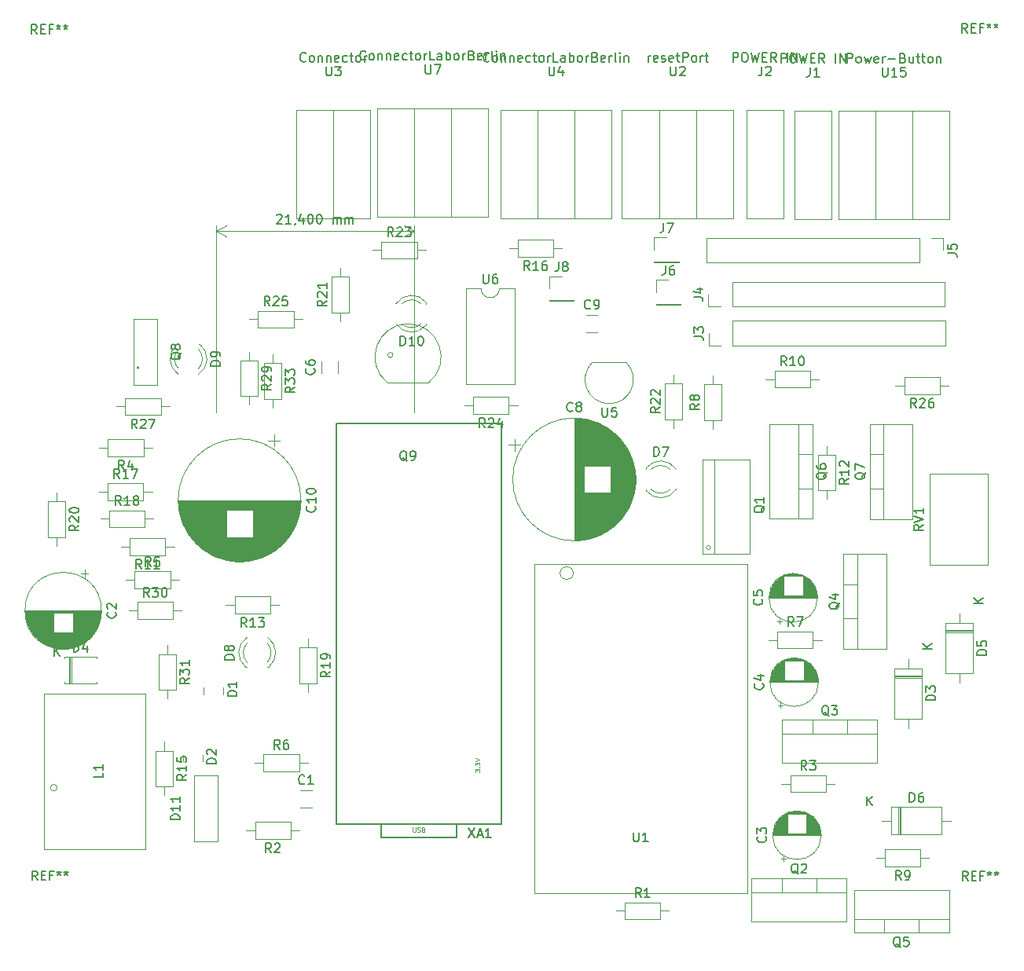
<source format=gbr>
G04 #@! TF.GenerationSoftware,KiCad,Pcbnew,5.1.5-52549c5~86~ubuntu19.10.1*
G04 #@! TF.CreationDate,2020-05-13T10:02:51+02:00*
G04 #@! TF.ProjectId,laborBerlin,6c61626f-7242-4657-926c-696e2e6b6963,rev?*
G04 #@! TF.SameCoordinates,Original*
G04 #@! TF.FileFunction,Legend,Top*
G04 #@! TF.FilePolarity,Positive*
%FSLAX46Y46*%
G04 Gerber Fmt 4.6, Leading zero omitted, Abs format (unit mm)*
G04 Created by KiCad (PCBNEW 5.1.5-52549c5~86~ubuntu19.10.1) date 2020-05-13 10:02:51*
%MOMM*%
%LPD*%
G04 APERTURE LIST*
%ADD10C,0.150000*%
%ADD11C,0.120000*%
%ADD12C,0.075000*%
G04 APERTURE END LIST*
D10*
X182407142Y-51277619D02*
X182454761Y-51230000D01*
X182550000Y-51182380D01*
X182788095Y-51182380D01*
X182883333Y-51230000D01*
X182930952Y-51277619D01*
X182978571Y-51372857D01*
X182978571Y-51468095D01*
X182930952Y-51610952D01*
X182359523Y-52182380D01*
X182978571Y-52182380D01*
X183930952Y-52182380D02*
X183359523Y-52182380D01*
X183645238Y-52182380D02*
X183645238Y-51182380D01*
X183550000Y-51325238D01*
X183454761Y-51420476D01*
X183359523Y-51468095D01*
X184407142Y-52134761D02*
X184407142Y-52182380D01*
X184359523Y-52277619D01*
X184311904Y-52325238D01*
X185264285Y-51515714D02*
X185264285Y-52182380D01*
X185026190Y-51134761D02*
X184788095Y-51849047D01*
X185407142Y-51849047D01*
X185978571Y-51182380D02*
X186073809Y-51182380D01*
X186169047Y-51230000D01*
X186216666Y-51277619D01*
X186264285Y-51372857D01*
X186311904Y-51563333D01*
X186311904Y-51801428D01*
X186264285Y-51991904D01*
X186216666Y-52087142D01*
X186169047Y-52134761D01*
X186073809Y-52182380D01*
X185978571Y-52182380D01*
X185883333Y-52134761D01*
X185835714Y-52087142D01*
X185788095Y-51991904D01*
X185740476Y-51801428D01*
X185740476Y-51563333D01*
X185788095Y-51372857D01*
X185835714Y-51277619D01*
X185883333Y-51230000D01*
X185978571Y-51182380D01*
X186930952Y-51182380D02*
X187026190Y-51182380D01*
X187121428Y-51230000D01*
X187169047Y-51277619D01*
X187216666Y-51372857D01*
X187264285Y-51563333D01*
X187264285Y-51801428D01*
X187216666Y-51991904D01*
X187169047Y-52087142D01*
X187121428Y-52134761D01*
X187026190Y-52182380D01*
X186930952Y-52182380D01*
X186835714Y-52134761D01*
X186788095Y-52087142D01*
X186740476Y-51991904D01*
X186692857Y-51801428D01*
X186692857Y-51563333D01*
X186740476Y-51372857D01*
X186788095Y-51277619D01*
X186835714Y-51230000D01*
X186930952Y-51182380D01*
X188454761Y-52182380D02*
X188454761Y-51515714D01*
X188454761Y-51610952D02*
X188502380Y-51563333D01*
X188597619Y-51515714D01*
X188740476Y-51515714D01*
X188835714Y-51563333D01*
X188883333Y-51658571D01*
X188883333Y-52182380D01*
X188883333Y-51658571D02*
X188930952Y-51563333D01*
X189026190Y-51515714D01*
X189169047Y-51515714D01*
X189264285Y-51563333D01*
X189311904Y-51658571D01*
X189311904Y-52182380D01*
X189788095Y-52182380D02*
X189788095Y-51515714D01*
X189788095Y-51610952D02*
X189835714Y-51563333D01*
X189930952Y-51515714D01*
X190073809Y-51515714D01*
X190169047Y-51563333D01*
X190216666Y-51658571D01*
X190216666Y-52182380D01*
X190216666Y-51658571D02*
X190264285Y-51563333D01*
X190359523Y-51515714D01*
X190502380Y-51515714D01*
X190597619Y-51563333D01*
X190645238Y-51658571D01*
X190645238Y-52182380D01*
D11*
X175850000Y-53000000D02*
X197250000Y-53000000D01*
X175850000Y-72500000D02*
X175850000Y-52413579D01*
X197250000Y-72500000D02*
X197250000Y-52413579D01*
X197250000Y-53000000D02*
X196123496Y-53586421D01*
X197250000Y-53000000D02*
X196123496Y-52413579D01*
X175850000Y-53000000D02*
X176976504Y-53586421D01*
X175850000Y-53000000D02*
X176976504Y-52413579D01*
X182870000Y-67240000D02*
X181030000Y-67240000D01*
X181030000Y-67240000D02*
X181030000Y-71080000D01*
X181030000Y-71080000D02*
X182870000Y-71080000D01*
X182870000Y-71080000D02*
X182870000Y-67240000D01*
X181950000Y-66290000D02*
X181950000Y-67240000D01*
X181950000Y-72030000D02*
X181950000Y-71080000D01*
X229400000Y-68570000D02*
X229400000Y-69520000D01*
X229400000Y-74310000D02*
X229400000Y-73360000D01*
X228480000Y-69520000D02*
X228480000Y-73360000D01*
X230320000Y-69520000D02*
X228480000Y-69520000D01*
X230320000Y-73360000D02*
X230320000Y-69520000D01*
X228480000Y-73360000D02*
X230320000Y-73360000D01*
X184921000Y-113280000D02*
X186179000Y-113280000D01*
X184921000Y-115120000D02*
X186179000Y-115120000D01*
X163520000Y-93900000D02*
G75*
G03X163520000Y-93900000I-4120000J0D01*
G01*
X163480000Y-93900000D02*
X155320000Y-93900000D01*
X163480000Y-93940000D02*
X155320000Y-93940000D01*
X163480000Y-93980000D02*
X155320000Y-93980000D01*
X163479000Y-94020000D02*
X155321000Y-94020000D01*
X163477000Y-94060000D02*
X155323000Y-94060000D01*
X163476000Y-94100000D02*
X155324000Y-94100000D01*
X163474000Y-94140000D02*
X160440000Y-94140000D01*
X158360000Y-94140000D02*
X155326000Y-94140000D01*
X163471000Y-94180000D02*
X160440000Y-94180000D01*
X158360000Y-94180000D02*
X155329000Y-94180000D01*
X163468000Y-94220000D02*
X160440000Y-94220000D01*
X158360000Y-94220000D02*
X155332000Y-94220000D01*
X163465000Y-94260000D02*
X160440000Y-94260000D01*
X158360000Y-94260000D02*
X155335000Y-94260000D01*
X163461000Y-94300000D02*
X160440000Y-94300000D01*
X158360000Y-94300000D02*
X155339000Y-94300000D01*
X163457000Y-94340000D02*
X160440000Y-94340000D01*
X158360000Y-94340000D02*
X155343000Y-94340000D01*
X163452000Y-94380000D02*
X160440000Y-94380000D01*
X158360000Y-94380000D02*
X155348000Y-94380000D01*
X163448000Y-94420000D02*
X160440000Y-94420000D01*
X158360000Y-94420000D02*
X155352000Y-94420000D01*
X163442000Y-94460000D02*
X160440000Y-94460000D01*
X158360000Y-94460000D02*
X155358000Y-94460000D01*
X163437000Y-94500000D02*
X160440000Y-94500000D01*
X158360000Y-94500000D02*
X155363000Y-94500000D01*
X163430000Y-94540000D02*
X160440000Y-94540000D01*
X158360000Y-94540000D02*
X155370000Y-94540000D01*
X163424000Y-94580000D02*
X160440000Y-94580000D01*
X158360000Y-94580000D02*
X155376000Y-94580000D01*
X163417000Y-94621000D02*
X160440000Y-94621000D01*
X158360000Y-94621000D02*
X155383000Y-94621000D01*
X163410000Y-94661000D02*
X160440000Y-94661000D01*
X158360000Y-94661000D02*
X155390000Y-94661000D01*
X163402000Y-94701000D02*
X160440000Y-94701000D01*
X158360000Y-94701000D02*
X155398000Y-94701000D01*
X163394000Y-94741000D02*
X160440000Y-94741000D01*
X158360000Y-94741000D02*
X155406000Y-94741000D01*
X163385000Y-94781000D02*
X160440000Y-94781000D01*
X158360000Y-94781000D02*
X155415000Y-94781000D01*
X163376000Y-94821000D02*
X160440000Y-94821000D01*
X158360000Y-94821000D02*
X155424000Y-94821000D01*
X163367000Y-94861000D02*
X160440000Y-94861000D01*
X158360000Y-94861000D02*
X155433000Y-94861000D01*
X163357000Y-94901000D02*
X160440000Y-94901000D01*
X158360000Y-94901000D02*
X155443000Y-94901000D01*
X163347000Y-94941000D02*
X160440000Y-94941000D01*
X158360000Y-94941000D02*
X155453000Y-94941000D01*
X163336000Y-94981000D02*
X160440000Y-94981000D01*
X158360000Y-94981000D02*
X155464000Y-94981000D01*
X163325000Y-95021000D02*
X160440000Y-95021000D01*
X158360000Y-95021000D02*
X155475000Y-95021000D01*
X163314000Y-95061000D02*
X160440000Y-95061000D01*
X158360000Y-95061000D02*
X155486000Y-95061000D01*
X163302000Y-95101000D02*
X160440000Y-95101000D01*
X158360000Y-95101000D02*
X155498000Y-95101000D01*
X163289000Y-95141000D02*
X160440000Y-95141000D01*
X158360000Y-95141000D02*
X155511000Y-95141000D01*
X163277000Y-95181000D02*
X160440000Y-95181000D01*
X158360000Y-95181000D02*
X155523000Y-95181000D01*
X163263000Y-95221000D02*
X160440000Y-95221000D01*
X158360000Y-95221000D02*
X155537000Y-95221000D01*
X163250000Y-95261000D02*
X160440000Y-95261000D01*
X158360000Y-95261000D02*
X155550000Y-95261000D01*
X163235000Y-95301000D02*
X160440000Y-95301000D01*
X158360000Y-95301000D02*
X155565000Y-95301000D01*
X163221000Y-95341000D02*
X160440000Y-95341000D01*
X158360000Y-95341000D02*
X155579000Y-95341000D01*
X163205000Y-95381000D02*
X160440000Y-95381000D01*
X158360000Y-95381000D02*
X155595000Y-95381000D01*
X163190000Y-95421000D02*
X160440000Y-95421000D01*
X158360000Y-95421000D02*
X155610000Y-95421000D01*
X163174000Y-95461000D02*
X160440000Y-95461000D01*
X158360000Y-95461000D02*
X155626000Y-95461000D01*
X163157000Y-95501000D02*
X160440000Y-95501000D01*
X158360000Y-95501000D02*
X155643000Y-95501000D01*
X163140000Y-95541000D02*
X160440000Y-95541000D01*
X158360000Y-95541000D02*
X155660000Y-95541000D01*
X163122000Y-95581000D02*
X160440000Y-95581000D01*
X158360000Y-95581000D02*
X155678000Y-95581000D01*
X163104000Y-95621000D02*
X160440000Y-95621000D01*
X158360000Y-95621000D02*
X155696000Y-95621000D01*
X163086000Y-95661000D02*
X160440000Y-95661000D01*
X158360000Y-95661000D02*
X155714000Y-95661000D01*
X163066000Y-95701000D02*
X160440000Y-95701000D01*
X158360000Y-95701000D02*
X155734000Y-95701000D01*
X163047000Y-95741000D02*
X160440000Y-95741000D01*
X158360000Y-95741000D02*
X155753000Y-95741000D01*
X163027000Y-95781000D02*
X160440000Y-95781000D01*
X158360000Y-95781000D02*
X155773000Y-95781000D01*
X163006000Y-95821000D02*
X160440000Y-95821000D01*
X158360000Y-95821000D02*
X155794000Y-95821000D01*
X162984000Y-95861000D02*
X160440000Y-95861000D01*
X158360000Y-95861000D02*
X155816000Y-95861000D01*
X162962000Y-95901000D02*
X160440000Y-95901000D01*
X158360000Y-95901000D02*
X155838000Y-95901000D01*
X162940000Y-95941000D02*
X160440000Y-95941000D01*
X158360000Y-95941000D02*
X155860000Y-95941000D01*
X162917000Y-95981000D02*
X160440000Y-95981000D01*
X158360000Y-95981000D02*
X155883000Y-95981000D01*
X162893000Y-96021000D02*
X160440000Y-96021000D01*
X158360000Y-96021000D02*
X155907000Y-96021000D01*
X162869000Y-96061000D02*
X160440000Y-96061000D01*
X158360000Y-96061000D02*
X155931000Y-96061000D01*
X162844000Y-96101000D02*
X160440000Y-96101000D01*
X158360000Y-96101000D02*
X155956000Y-96101000D01*
X162818000Y-96141000D02*
X160440000Y-96141000D01*
X158360000Y-96141000D02*
X155982000Y-96141000D01*
X162792000Y-96181000D02*
X160440000Y-96181000D01*
X158360000Y-96181000D02*
X156008000Y-96181000D01*
X162765000Y-96221000D02*
X156035000Y-96221000D01*
X162738000Y-96261000D02*
X156062000Y-96261000D01*
X162709000Y-96301000D02*
X156091000Y-96301000D01*
X162680000Y-96341000D02*
X156120000Y-96341000D01*
X162650000Y-96381000D02*
X156150000Y-96381000D01*
X162620000Y-96421000D02*
X156180000Y-96421000D01*
X162589000Y-96461000D02*
X156211000Y-96461000D01*
X162556000Y-96501000D02*
X156244000Y-96501000D01*
X162524000Y-96541000D02*
X156276000Y-96541000D01*
X162490000Y-96581000D02*
X156310000Y-96581000D01*
X162455000Y-96621000D02*
X156345000Y-96621000D01*
X162419000Y-96661000D02*
X156381000Y-96661000D01*
X162383000Y-96701000D02*
X156417000Y-96701000D01*
X162345000Y-96741000D02*
X156455000Y-96741000D01*
X162307000Y-96781000D02*
X156493000Y-96781000D01*
X162267000Y-96821000D02*
X156533000Y-96821000D01*
X162226000Y-96861000D02*
X156574000Y-96861000D01*
X162184000Y-96901000D02*
X156616000Y-96901000D01*
X162141000Y-96941000D02*
X156659000Y-96941000D01*
X162097000Y-96981000D02*
X156703000Y-96981000D01*
X162051000Y-97021000D02*
X156749000Y-97021000D01*
X162004000Y-97061000D02*
X156796000Y-97061000D01*
X161956000Y-97101000D02*
X156844000Y-97101000D01*
X161905000Y-97141000D02*
X156895000Y-97141000D01*
X161854000Y-97181000D02*
X156946000Y-97181000D01*
X161800000Y-97221000D02*
X157000000Y-97221000D01*
X161745000Y-97261000D02*
X157055000Y-97261000D01*
X161687000Y-97301000D02*
X157113000Y-97301000D01*
X161628000Y-97341000D02*
X157172000Y-97341000D01*
X161566000Y-97381000D02*
X157234000Y-97381000D01*
X161502000Y-97421000D02*
X157298000Y-97421000D01*
X161434000Y-97461000D02*
X157366000Y-97461000D01*
X161364000Y-97501000D02*
X157436000Y-97501000D01*
X161290000Y-97541000D02*
X157510000Y-97541000D01*
X161213000Y-97581000D02*
X157587000Y-97581000D01*
X161131000Y-97621000D02*
X157669000Y-97621000D01*
X161045000Y-97661000D02*
X157755000Y-97661000D01*
X160952000Y-97701000D02*
X157848000Y-97701000D01*
X160853000Y-97741000D02*
X157947000Y-97741000D01*
X160746000Y-97781000D02*
X158054000Y-97781000D01*
X160629000Y-97821000D02*
X158171000Y-97821000D01*
X160498000Y-97861000D02*
X158302000Y-97861000D01*
X160348000Y-97901000D02*
X158452000Y-97901000D01*
X160168000Y-97941000D02*
X158632000Y-97941000D01*
X159933000Y-97981000D02*
X158867000Y-97981000D01*
X161715000Y-89490302D02*
X161715000Y-90290302D01*
X162115000Y-89890302D02*
X161315000Y-89890302D01*
X241070000Y-118100000D02*
G75*
G03X241070000Y-118100000I-2620000J0D01*
G01*
X235870000Y-118100000D02*
X241030000Y-118100000D01*
X235870000Y-118060000D02*
X241030000Y-118060000D01*
X235871000Y-118020000D02*
X241029000Y-118020000D01*
X235872000Y-117980000D02*
X241028000Y-117980000D01*
X235874000Y-117940000D02*
X241026000Y-117940000D01*
X235877000Y-117900000D02*
X241023000Y-117900000D01*
X235881000Y-117860000D02*
X237410000Y-117860000D01*
X239490000Y-117860000D02*
X241019000Y-117860000D01*
X235885000Y-117820000D02*
X237410000Y-117820000D01*
X239490000Y-117820000D02*
X241015000Y-117820000D01*
X235889000Y-117780000D02*
X237410000Y-117780000D01*
X239490000Y-117780000D02*
X241011000Y-117780000D01*
X235894000Y-117740000D02*
X237410000Y-117740000D01*
X239490000Y-117740000D02*
X241006000Y-117740000D01*
X235900000Y-117700000D02*
X237410000Y-117700000D01*
X239490000Y-117700000D02*
X241000000Y-117700000D01*
X235907000Y-117660000D02*
X237410000Y-117660000D01*
X239490000Y-117660000D02*
X240993000Y-117660000D01*
X235914000Y-117620000D02*
X237410000Y-117620000D01*
X239490000Y-117620000D02*
X240986000Y-117620000D01*
X235922000Y-117580000D02*
X237410000Y-117580000D01*
X239490000Y-117580000D02*
X240978000Y-117580000D01*
X235930000Y-117540000D02*
X237410000Y-117540000D01*
X239490000Y-117540000D02*
X240970000Y-117540000D01*
X235939000Y-117500000D02*
X237410000Y-117500000D01*
X239490000Y-117500000D02*
X240961000Y-117500000D01*
X235949000Y-117460000D02*
X237410000Y-117460000D01*
X239490000Y-117460000D02*
X240951000Y-117460000D01*
X235959000Y-117420000D02*
X237410000Y-117420000D01*
X239490000Y-117420000D02*
X240941000Y-117420000D01*
X235970000Y-117379000D02*
X237410000Y-117379000D01*
X239490000Y-117379000D02*
X240930000Y-117379000D01*
X235982000Y-117339000D02*
X237410000Y-117339000D01*
X239490000Y-117339000D02*
X240918000Y-117339000D01*
X235995000Y-117299000D02*
X237410000Y-117299000D01*
X239490000Y-117299000D02*
X240905000Y-117299000D01*
X236008000Y-117259000D02*
X237410000Y-117259000D01*
X239490000Y-117259000D02*
X240892000Y-117259000D01*
X236022000Y-117219000D02*
X237410000Y-117219000D01*
X239490000Y-117219000D02*
X240878000Y-117219000D01*
X236036000Y-117179000D02*
X237410000Y-117179000D01*
X239490000Y-117179000D02*
X240864000Y-117179000D01*
X236052000Y-117139000D02*
X237410000Y-117139000D01*
X239490000Y-117139000D02*
X240848000Y-117139000D01*
X236068000Y-117099000D02*
X237410000Y-117099000D01*
X239490000Y-117099000D02*
X240832000Y-117099000D01*
X236085000Y-117059000D02*
X237410000Y-117059000D01*
X239490000Y-117059000D02*
X240815000Y-117059000D01*
X236102000Y-117019000D02*
X237410000Y-117019000D01*
X239490000Y-117019000D02*
X240798000Y-117019000D01*
X236121000Y-116979000D02*
X237410000Y-116979000D01*
X239490000Y-116979000D02*
X240779000Y-116979000D01*
X236140000Y-116939000D02*
X237410000Y-116939000D01*
X239490000Y-116939000D02*
X240760000Y-116939000D01*
X236160000Y-116899000D02*
X237410000Y-116899000D01*
X239490000Y-116899000D02*
X240740000Y-116899000D01*
X236182000Y-116859000D02*
X237410000Y-116859000D01*
X239490000Y-116859000D02*
X240718000Y-116859000D01*
X236203000Y-116819000D02*
X237410000Y-116819000D01*
X239490000Y-116819000D02*
X240697000Y-116819000D01*
X236226000Y-116779000D02*
X237410000Y-116779000D01*
X239490000Y-116779000D02*
X240674000Y-116779000D01*
X236250000Y-116739000D02*
X237410000Y-116739000D01*
X239490000Y-116739000D02*
X240650000Y-116739000D01*
X236275000Y-116699000D02*
X237410000Y-116699000D01*
X239490000Y-116699000D02*
X240625000Y-116699000D01*
X236301000Y-116659000D02*
X237410000Y-116659000D01*
X239490000Y-116659000D02*
X240599000Y-116659000D01*
X236328000Y-116619000D02*
X237410000Y-116619000D01*
X239490000Y-116619000D02*
X240572000Y-116619000D01*
X236355000Y-116579000D02*
X237410000Y-116579000D01*
X239490000Y-116579000D02*
X240545000Y-116579000D01*
X236385000Y-116539000D02*
X237410000Y-116539000D01*
X239490000Y-116539000D02*
X240515000Y-116539000D01*
X236415000Y-116499000D02*
X237410000Y-116499000D01*
X239490000Y-116499000D02*
X240485000Y-116499000D01*
X236446000Y-116459000D02*
X237410000Y-116459000D01*
X239490000Y-116459000D02*
X240454000Y-116459000D01*
X236479000Y-116419000D02*
X237410000Y-116419000D01*
X239490000Y-116419000D02*
X240421000Y-116419000D01*
X236513000Y-116379000D02*
X237410000Y-116379000D01*
X239490000Y-116379000D02*
X240387000Y-116379000D01*
X236549000Y-116339000D02*
X237410000Y-116339000D01*
X239490000Y-116339000D02*
X240351000Y-116339000D01*
X236586000Y-116299000D02*
X237410000Y-116299000D01*
X239490000Y-116299000D02*
X240314000Y-116299000D01*
X236624000Y-116259000D02*
X237410000Y-116259000D01*
X239490000Y-116259000D02*
X240276000Y-116259000D01*
X236665000Y-116219000D02*
X237410000Y-116219000D01*
X239490000Y-116219000D02*
X240235000Y-116219000D01*
X236707000Y-116179000D02*
X237410000Y-116179000D01*
X239490000Y-116179000D02*
X240193000Y-116179000D01*
X236751000Y-116139000D02*
X237410000Y-116139000D01*
X239490000Y-116139000D02*
X240149000Y-116139000D01*
X236797000Y-116099000D02*
X237410000Y-116099000D01*
X239490000Y-116099000D02*
X240103000Y-116099000D01*
X236845000Y-116059000D02*
X237410000Y-116059000D01*
X239490000Y-116059000D02*
X240055000Y-116059000D01*
X236896000Y-116019000D02*
X237410000Y-116019000D01*
X239490000Y-116019000D02*
X240004000Y-116019000D01*
X236950000Y-115979000D02*
X237410000Y-115979000D01*
X239490000Y-115979000D02*
X239950000Y-115979000D01*
X237007000Y-115939000D02*
X237410000Y-115939000D01*
X239490000Y-115939000D02*
X239893000Y-115939000D01*
X237067000Y-115899000D02*
X237410000Y-115899000D01*
X239490000Y-115899000D02*
X239833000Y-115899000D01*
X237131000Y-115859000D02*
X237410000Y-115859000D01*
X239490000Y-115859000D02*
X239769000Y-115859000D01*
X237199000Y-115819000D02*
X237410000Y-115819000D01*
X239490000Y-115819000D02*
X239701000Y-115819000D01*
X237272000Y-115779000D02*
X239628000Y-115779000D01*
X237352000Y-115739000D02*
X239548000Y-115739000D01*
X237439000Y-115699000D02*
X239461000Y-115699000D01*
X237535000Y-115659000D02*
X239365000Y-115659000D01*
X237645000Y-115619000D02*
X239255000Y-115619000D01*
X237773000Y-115579000D02*
X239127000Y-115579000D01*
X237932000Y-115539000D02*
X238968000Y-115539000D01*
X238166000Y-115499000D02*
X238734000Y-115499000D01*
X236975000Y-120904775D02*
X236975000Y-120404775D01*
X236725000Y-120654775D02*
X237225000Y-120654775D01*
X236425000Y-104154775D02*
X236925000Y-104154775D01*
X236675000Y-104404775D02*
X236675000Y-103904775D01*
X237866000Y-98999000D02*
X238434000Y-98999000D01*
X237632000Y-99039000D02*
X238668000Y-99039000D01*
X237473000Y-99079000D02*
X238827000Y-99079000D01*
X237345000Y-99119000D02*
X238955000Y-99119000D01*
X237235000Y-99159000D02*
X239065000Y-99159000D01*
X237139000Y-99199000D02*
X239161000Y-99199000D01*
X237052000Y-99239000D02*
X239248000Y-99239000D01*
X236972000Y-99279000D02*
X239328000Y-99279000D01*
X239190000Y-99319000D02*
X239401000Y-99319000D01*
X236899000Y-99319000D02*
X237110000Y-99319000D01*
X239190000Y-99359000D02*
X239469000Y-99359000D01*
X236831000Y-99359000D02*
X237110000Y-99359000D01*
X239190000Y-99399000D02*
X239533000Y-99399000D01*
X236767000Y-99399000D02*
X237110000Y-99399000D01*
X239190000Y-99439000D02*
X239593000Y-99439000D01*
X236707000Y-99439000D02*
X237110000Y-99439000D01*
X239190000Y-99479000D02*
X239650000Y-99479000D01*
X236650000Y-99479000D02*
X237110000Y-99479000D01*
X239190000Y-99519000D02*
X239704000Y-99519000D01*
X236596000Y-99519000D02*
X237110000Y-99519000D01*
X239190000Y-99559000D02*
X239755000Y-99559000D01*
X236545000Y-99559000D02*
X237110000Y-99559000D01*
X239190000Y-99599000D02*
X239803000Y-99599000D01*
X236497000Y-99599000D02*
X237110000Y-99599000D01*
X239190000Y-99639000D02*
X239849000Y-99639000D01*
X236451000Y-99639000D02*
X237110000Y-99639000D01*
X239190000Y-99679000D02*
X239893000Y-99679000D01*
X236407000Y-99679000D02*
X237110000Y-99679000D01*
X239190000Y-99719000D02*
X239935000Y-99719000D01*
X236365000Y-99719000D02*
X237110000Y-99719000D01*
X239190000Y-99759000D02*
X239976000Y-99759000D01*
X236324000Y-99759000D02*
X237110000Y-99759000D01*
X239190000Y-99799000D02*
X240014000Y-99799000D01*
X236286000Y-99799000D02*
X237110000Y-99799000D01*
X239190000Y-99839000D02*
X240051000Y-99839000D01*
X236249000Y-99839000D02*
X237110000Y-99839000D01*
X239190000Y-99879000D02*
X240087000Y-99879000D01*
X236213000Y-99879000D02*
X237110000Y-99879000D01*
X239190000Y-99919000D02*
X240121000Y-99919000D01*
X236179000Y-99919000D02*
X237110000Y-99919000D01*
X239190000Y-99959000D02*
X240154000Y-99959000D01*
X236146000Y-99959000D02*
X237110000Y-99959000D01*
X239190000Y-99999000D02*
X240185000Y-99999000D01*
X236115000Y-99999000D02*
X237110000Y-99999000D01*
X239190000Y-100039000D02*
X240215000Y-100039000D01*
X236085000Y-100039000D02*
X237110000Y-100039000D01*
X239190000Y-100079000D02*
X240245000Y-100079000D01*
X236055000Y-100079000D02*
X237110000Y-100079000D01*
X239190000Y-100119000D02*
X240272000Y-100119000D01*
X236028000Y-100119000D02*
X237110000Y-100119000D01*
X239190000Y-100159000D02*
X240299000Y-100159000D01*
X236001000Y-100159000D02*
X237110000Y-100159000D01*
X239190000Y-100199000D02*
X240325000Y-100199000D01*
X235975000Y-100199000D02*
X237110000Y-100199000D01*
X239190000Y-100239000D02*
X240350000Y-100239000D01*
X235950000Y-100239000D02*
X237110000Y-100239000D01*
X239190000Y-100279000D02*
X240374000Y-100279000D01*
X235926000Y-100279000D02*
X237110000Y-100279000D01*
X239190000Y-100319000D02*
X240397000Y-100319000D01*
X235903000Y-100319000D02*
X237110000Y-100319000D01*
X239190000Y-100359000D02*
X240418000Y-100359000D01*
X235882000Y-100359000D02*
X237110000Y-100359000D01*
X239190000Y-100399000D02*
X240440000Y-100399000D01*
X235860000Y-100399000D02*
X237110000Y-100399000D01*
X239190000Y-100439000D02*
X240460000Y-100439000D01*
X235840000Y-100439000D02*
X237110000Y-100439000D01*
X239190000Y-100479000D02*
X240479000Y-100479000D01*
X235821000Y-100479000D02*
X237110000Y-100479000D01*
X239190000Y-100519000D02*
X240498000Y-100519000D01*
X235802000Y-100519000D02*
X237110000Y-100519000D01*
X239190000Y-100559000D02*
X240515000Y-100559000D01*
X235785000Y-100559000D02*
X237110000Y-100559000D01*
X239190000Y-100599000D02*
X240532000Y-100599000D01*
X235768000Y-100599000D02*
X237110000Y-100599000D01*
X239190000Y-100639000D02*
X240548000Y-100639000D01*
X235752000Y-100639000D02*
X237110000Y-100639000D01*
X239190000Y-100679000D02*
X240564000Y-100679000D01*
X235736000Y-100679000D02*
X237110000Y-100679000D01*
X239190000Y-100719000D02*
X240578000Y-100719000D01*
X235722000Y-100719000D02*
X237110000Y-100719000D01*
X239190000Y-100759000D02*
X240592000Y-100759000D01*
X235708000Y-100759000D02*
X237110000Y-100759000D01*
X239190000Y-100799000D02*
X240605000Y-100799000D01*
X235695000Y-100799000D02*
X237110000Y-100799000D01*
X239190000Y-100839000D02*
X240618000Y-100839000D01*
X235682000Y-100839000D02*
X237110000Y-100839000D01*
X239190000Y-100879000D02*
X240630000Y-100879000D01*
X235670000Y-100879000D02*
X237110000Y-100879000D01*
X239190000Y-100920000D02*
X240641000Y-100920000D01*
X235659000Y-100920000D02*
X237110000Y-100920000D01*
X239190000Y-100960000D02*
X240651000Y-100960000D01*
X235649000Y-100960000D02*
X237110000Y-100960000D01*
X239190000Y-101000000D02*
X240661000Y-101000000D01*
X235639000Y-101000000D02*
X237110000Y-101000000D01*
X239190000Y-101040000D02*
X240670000Y-101040000D01*
X235630000Y-101040000D02*
X237110000Y-101040000D01*
X239190000Y-101080000D02*
X240678000Y-101080000D01*
X235622000Y-101080000D02*
X237110000Y-101080000D01*
X239190000Y-101120000D02*
X240686000Y-101120000D01*
X235614000Y-101120000D02*
X237110000Y-101120000D01*
X239190000Y-101160000D02*
X240693000Y-101160000D01*
X235607000Y-101160000D02*
X237110000Y-101160000D01*
X239190000Y-101200000D02*
X240700000Y-101200000D01*
X235600000Y-101200000D02*
X237110000Y-101200000D01*
X239190000Y-101240000D02*
X240706000Y-101240000D01*
X235594000Y-101240000D02*
X237110000Y-101240000D01*
X239190000Y-101280000D02*
X240711000Y-101280000D01*
X235589000Y-101280000D02*
X237110000Y-101280000D01*
X239190000Y-101320000D02*
X240715000Y-101320000D01*
X235585000Y-101320000D02*
X237110000Y-101320000D01*
X239190000Y-101360000D02*
X240719000Y-101360000D01*
X235581000Y-101360000D02*
X237110000Y-101360000D01*
X235577000Y-101400000D02*
X240723000Y-101400000D01*
X235574000Y-101440000D02*
X240726000Y-101440000D01*
X235572000Y-101480000D02*
X240728000Y-101480000D01*
X235571000Y-101520000D02*
X240729000Y-101520000D01*
X235570000Y-101560000D02*
X240730000Y-101560000D01*
X235570000Y-101600000D02*
X240730000Y-101600000D01*
X240770000Y-101600000D02*
G75*
G03X240770000Y-101600000I-2620000J0D01*
G01*
X240670000Y-92500000D02*
G75*
G03X240670000Y-92500000I-2620000J0D01*
G01*
X235470000Y-92500000D02*
X240630000Y-92500000D01*
X235470000Y-92460000D02*
X240630000Y-92460000D01*
X235471000Y-92420000D02*
X240629000Y-92420000D01*
X235472000Y-92380000D02*
X240628000Y-92380000D01*
X235474000Y-92340000D02*
X240626000Y-92340000D01*
X235477000Y-92300000D02*
X240623000Y-92300000D01*
X235481000Y-92260000D02*
X237010000Y-92260000D01*
X239090000Y-92260000D02*
X240619000Y-92260000D01*
X235485000Y-92220000D02*
X237010000Y-92220000D01*
X239090000Y-92220000D02*
X240615000Y-92220000D01*
X235489000Y-92180000D02*
X237010000Y-92180000D01*
X239090000Y-92180000D02*
X240611000Y-92180000D01*
X235494000Y-92140000D02*
X237010000Y-92140000D01*
X239090000Y-92140000D02*
X240606000Y-92140000D01*
X235500000Y-92100000D02*
X237010000Y-92100000D01*
X239090000Y-92100000D02*
X240600000Y-92100000D01*
X235507000Y-92060000D02*
X237010000Y-92060000D01*
X239090000Y-92060000D02*
X240593000Y-92060000D01*
X235514000Y-92020000D02*
X237010000Y-92020000D01*
X239090000Y-92020000D02*
X240586000Y-92020000D01*
X235522000Y-91980000D02*
X237010000Y-91980000D01*
X239090000Y-91980000D02*
X240578000Y-91980000D01*
X235530000Y-91940000D02*
X237010000Y-91940000D01*
X239090000Y-91940000D02*
X240570000Y-91940000D01*
X235539000Y-91900000D02*
X237010000Y-91900000D01*
X239090000Y-91900000D02*
X240561000Y-91900000D01*
X235549000Y-91860000D02*
X237010000Y-91860000D01*
X239090000Y-91860000D02*
X240551000Y-91860000D01*
X235559000Y-91820000D02*
X237010000Y-91820000D01*
X239090000Y-91820000D02*
X240541000Y-91820000D01*
X235570000Y-91779000D02*
X237010000Y-91779000D01*
X239090000Y-91779000D02*
X240530000Y-91779000D01*
X235582000Y-91739000D02*
X237010000Y-91739000D01*
X239090000Y-91739000D02*
X240518000Y-91739000D01*
X235595000Y-91699000D02*
X237010000Y-91699000D01*
X239090000Y-91699000D02*
X240505000Y-91699000D01*
X235608000Y-91659000D02*
X237010000Y-91659000D01*
X239090000Y-91659000D02*
X240492000Y-91659000D01*
X235622000Y-91619000D02*
X237010000Y-91619000D01*
X239090000Y-91619000D02*
X240478000Y-91619000D01*
X235636000Y-91579000D02*
X237010000Y-91579000D01*
X239090000Y-91579000D02*
X240464000Y-91579000D01*
X235652000Y-91539000D02*
X237010000Y-91539000D01*
X239090000Y-91539000D02*
X240448000Y-91539000D01*
X235668000Y-91499000D02*
X237010000Y-91499000D01*
X239090000Y-91499000D02*
X240432000Y-91499000D01*
X235685000Y-91459000D02*
X237010000Y-91459000D01*
X239090000Y-91459000D02*
X240415000Y-91459000D01*
X235702000Y-91419000D02*
X237010000Y-91419000D01*
X239090000Y-91419000D02*
X240398000Y-91419000D01*
X235721000Y-91379000D02*
X237010000Y-91379000D01*
X239090000Y-91379000D02*
X240379000Y-91379000D01*
X235740000Y-91339000D02*
X237010000Y-91339000D01*
X239090000Y-91339000D02*
X240360000Y-91339000D01*
X235760000Y-91299000D02*
X237010000Y-91299000D01*
X239090000Y-91299000D02*
X240340000Y-91299000D01*
X235782000Y-91259000D02*
X237010000Y-91259000D01*
X239090000Y-91259000D02*
X240318000Y-91259000D01*
X235803000Y-91219000D02*
X237010000Y-91219000D01*
X239090000Y-91219000D02*
X240297000Y-91219000D01*
X235826000Y-91179000D02*
X237010000Y-91179000D01*
X239090000Y-91179000D02*
X240274000Y-91179000D01*
X235850000Y-91139000D02*
X237010000Y-91139000D01*
X239090000Y-91139000D02*
X240250000Y-91139000D01*
X235875000Y-91099000D02*
X237010000Y-91099000D01*
X239090000Y-91099000D02*
X240225000Y-91099000D01*
X235901000Y-91059000D02*
X237010000Y-91059000D01*
X239090000Y-91059000D02*
X240199000Y-91059000D01*
X235928000Y-91019000D02*
X237010000Y-91019000D01*
X239090000Y-91019000D02*
X240172000Y-91019000D01*
X235955000Y-90979000D02*
X237010000Y-90979000D01*
X239090000Y-90979000D02*
X240145000Y-90979000D01*
X235985000Y-90939000D02*
X237010000Y-90939000D01*
X239090000Y-90939000D02*
X240115000Y-90939000D01*
X236015000Y-90899000D02*
X237010000Y-90899000D01*
X239090000Y-90899000D02*
X240085000Y-90899000D01*
X236046000Y-90859000D02*
X237010000Y-90859000D01*
X239090000Y-90859000D02*
X240054000Y-90859000D01*
X236079000Y-90819000D02*
X237010000Y-90819000D01*
X239090000Y-90819000D02*
X240021000Y-90819000D01*
X236113000Y-90779000D02*
X237010000Y-90779000D01*
X239090000Y-90779000D02*
X239987000Y-90779000D01*
X236149000Y-90739000D02*
X237010000Y-90739000D01*
X239090000Y-90739000D02*
X239951000Y-90739000D01*
X236186000Y-90699000D02*
X237010000Y-90699000D01*
X239090000Y-90699000D02*
X239914000Y-90699000D01*
X236224000Y-90659000D02*
X237010000Y-90659000D01*
X239090000Y-90659000D02*
X239876000Y-90659000D01*
X236265000Y-90619000D02*
X237010000Y-90619000D01*
X239090000Y-90619000D02*
X239835000Y-90619000D01*
X236307000Y-90579000D02*
X237010000Y-90579000D01*
X239090000Y-90579000D02*
X239793000Y-90579000D01*
X236351000Y-90539000D02*
X237010000Y-90539000D01*
X239090000Y-90539000D02*
X239749000Y-90539000D01*
X236397000Y-90499000D02*
X237010000Y-90499000D01*
X239090000Y-90499000D02*
X239703000Y-90499000D01*
X236445000Y-90459000D02*
X237010000Y-90459000D01*
X239090000Y-90459000D02*
X239655000Y-90459000D01*
X236496000Y-90419000D02*
X237010000Y-90419000D01*
X239090000Y-90419000D02*
X239604000Y-90419000D01*
X236550000Y-90379000D02*
X237010000Y-90379000D01*
X239090000Y-90379000D02*
X239550000Y-90379000D01*
X236607000Y-90339000D02*
X237010000Y-90339000D01*
X239090000Y-90339000D02*
X239493000Y-90339000D01*
X236667000Y-90299000D02*
X237010000Y-90299000D01*
X239090000Y-90299000D02*
X239433000Y-90299000D01*
X236731000Y-90259000D02*
X237010000Y-90259000D01*
X239090000Y-90259000D02*
X239369000Y-90259000D01*
X236799000Y-90219000D02*
X237010000Y-90219000D01*
X239090000Y-90219000D02*
X239301000Y-90219000D01*
X236872000Y-90179000D02*
X239228000Y-90179000D01*
X236952000Y-90139000D02*
X239148000Y-90139000D01*
X237039000Y-90099000D02*
X239061000Y-90099000D01*
X237135000Y-90059000D02*
X238965000Y-90059000D01*
X237245000Y-90019000D02*
X238855000Y-90019000D01*
X237373000Y-89979000D02*
X238727000Y-89979000D01*
X237532000Y-89939000D02*
X238568000Y-89939000D01*
X237766000Y-89899000D02*
X238334000Y-89899000D01*
X236575000Y-95304775D02*
X236575000Y-94804775D01*
X236325000Y-95054775D02*
X236825000Y-95054775D01*
X187180000Y-68279000D02*
X187180000Y-67021000D01*
X189020000Y-68279000D02*
X189020000Y-67021000D01*
X221070000Y-79750000D02*
G75*
G03X221070000Y-79750000I-6620000J0D01*
G01*
X214450000Y-73170000D02*
X214450000Y-86330000D01*
X214490000Y-73170000D02*
X214490000Y-86330000D01*
X214530000Y-73170000D02*
X214530000Y-86330000D01*
X214570000Y-73171000D02*
X214570000Y-86329000D01*
X214610000Y-73171000D02*
X214610000Y-86329000D01*
X214650000Y-73173000D02*
X214650000Y-86327000D01*
X214690000Y-73174000D02*
X214690000Y-86326000D01*
X214730000Y-73175000D02*
X214730000Y-86325000D01*
X214770000Y-73177000D02*
X214770000Y-86323000D01*
X214810000Y-73179000D02*
X214810000Y-86321000D01*
X214850000Y-73182000D02*
X214850000Y-86318000D01*
X214890000Y-73184000D02*
X214890000Y-86316000D01*
X214930000Y-73187000D02*
X214930000Y-86313000D01*
X214970000Y-73190000D02*
X214970000Y-86310000D01*
X215010000Y-73193000D02*
X215010000Y-86307000D01*
X215050000Y-73197000D02*
X215050000Y-86303000D01*
X215090000Y-73201000D02*
X215090000Y-86299000D01*
X215130000Y-73205000D02*
X215130000Y-86295000D01*
X215171000Y-73209000D02*
X215171000Y-86291000D01*
X215211000Y-73213000D02*
X215211000Y-86287000D01*
X215251000Y-73218000D02*
X215251000Y-86282000D01*
X215291000Y-73223000D02*
X215291000Y-86277000D01*
X215331000Y-73228000D02*
X215331000Y-86272000D01*
X215371000Y-73234000D02*
X215371000Y-86266000D01*
X215411000Y-73239000D02*
X215411000Y-86261000D01*
X215451000Y-73245000D02*
X215451000Y-86255000D01*
X215491000Y-73252000D02*
X215491000Y-86248000D01*
X215531000Y-73258000D02*
X215531000Y-78310000D01*
X215531000Y-81190000D02*
X215531000Y-86242000D01*
X215571000Y-73265000D02*
X215571000Y-78310000D01*
X215571000Y-81190000D02*
X215571000Y-86235000D01*
X215611000Y-73272000D02*
X215611000Y-78310000D01*
X215611000Y-81190000D02*
X215611000Y-86228000D01*
X215651000Y-73279000D02*
X215651000Y-78310000D01*
X215651000Y-81190000D02*
X215651000Y-86221000D01*
X215691000Y-73287000D02*
X215691000Y-78310000D01*
X215691000Y-81190000D02*
X215691000Y-86213000D01*
X215731000Y-73294000D02*
X215731000Y-78310000D01*
X215731000Y-81190000D02*
X215731000Y-86206000D01*
X215771000Y-73302000D02*
X215771000Y-78310000D01*
X215771000Y-81190000D02*
X215771000Y-86198000D01*
X215811000Y-73311000D02*
X215811000Y-78310000D01*
X215811000Y-81190000D02*
X215811000Y-86189000D01*
X215851000Y-73319000D02*
X215851000Y-78310000D01*
X215851000Y-81190000D02*
X215851000Y-86181000D01*
X215891000Y-73328000D02*
X215891000Y-78310000D01*
X215891000Y-81190000D02*
X215891000Y-86172000D01*
X215931000Y-73337000D02*
X215931000Y-78310000D01*
X215931000Y-81190000D02*
X215931000Y-86163000D01*
X215971000Y-73346000D02*
X215971000Y-78310000D01*
X215971000Y-81190000D02*
X215971000Y-86154000D01*
X216011000Y-73356000D02*
X216011000Y-78310000D01*
X216011000Y-81190000D02*
X216011000Y-86144000D01*
X216051000Y-73366000D02*
X216051000Y-78310000D01*
X216051000Y-81190000D02*
X216051000Y-86134000D01*
X216091000Y-73376000D02*
X216091000Y-78310000D01*
X216091000Y-81190000D02*
X216091000Y-86124000D01*
X216131000Y-73386000D02*
X216131000Y-78310000D01*
X216131000Y-81190000D02*
X216131000Y-86114000D01*
X216171000Y-73397000D02*
X216171000Y-78310000D01*
X216171000Y-81190000D02*
X216171000Y-86103000D01*
X216211000Y-73408000D02*
X216211000Y-78310000D01*
X216211000Y-81190000D02*
X216211000Y-86092000D01*
X216251000Y-73419000D02*
X216251000Y-78310000D01*
X216251000Y-81190000D02*
X216251000Y-86081000D01*
X216291000Y-73430000D02*
X216291000Y-78310000D01*
X216291000Y-81190000D02*
X216291000Y-86070000D01*
X216331000Y-73442000D02*
X216331000Y-78310000D01*
X216331000Y-81190000D02*
X216331000Y-86058000D01*
X216371000Y-73454000D02*
X216371000Y-78310000D01*
X216371000Y-81190000D02*
X216371000Y-86046000D01*
X216411000Y-73466000D02*
X216411000Y-78310000D01*
X216411000Y-81190000D02*
X216411000Y-86034000D01*
X216451000Y-73479000D02*
X216451000Y-78310000D01*
X216451000Y-81190000D02*
X216451000Y-86021000D01*
X216491000Y-73492000D02*
X216491000Y-78310000D01*
X216491000Y-81190000D02*
X216491000Y-86008000D01*
X216531000Y-73505000D02*
X216531000Y-78310000D01*
X216531000Y-81190000D02*
X216531000Y-85995000D01*
X216571000Y-73518000D02*
X216571000Y-78310000D01*
X216571000Y-81190000D02*
X216571000Y-85982000D01*
X216611000Y-73532000D02*
X216611000Y-78310000D01*
X216611000Y-81190000D02*
X216611000Y-85968000D01*
X216651000Y-73546000D02*
X216651000Y-78310000D01*
X216651000Y-81190000D02*
X216651000Y-85954000D01*
X216691000Y-73560000D02*
X216691000Y-78310000D01*
X216691000Y-81190000D02*
X216691000Y-85940000D01*
X216731000Y-73575000D02*
X216731000Y-78310000D01*
X216731000Y-81190000D02*
X216731000Y-85925000D01*
X216771000Y-73589000D02*
X216771000Y-78310000D01*
X216771000Y-81190000D02*
X216771000Y-85911000D01*
X216811000Y-73604000D02*
X216811000Y-78310000D01*
X216811000Y-81190000D02*
X216811000Y-85896000D01*
X216851000Y-73620000D02*
X216851000Y-78310000D01*
X216851000Y-81190000D02*
X216851000Y-85880000D01*
X216891000Y-73636000D02*
X216891000Y-78310000D01*
X216891000Y-81190000D02*
X216891000Y-85864000D01*
X216931000Y-73652000D02*
X216931000Y-78310000D01*
X216931000Y-81190000D02*
X216931000Y-85848000D01*
X216971000Y-73668000D02*
X216971000Y-78310000D01*
X216971000Y-81190000D02*
X216971000Y-85832000D01*
X217011000Y-73685000D02*
X217011000Y-78310000D01*
X217011000Y-81190000D02*
X217011000Y-85815000D01*
X217051000Y-73701000D02*
X217051000Y-78310000D01*
X217051000Y-81190000D02*
X217051000Y-85799000D01*
X217091000Y-73719000D02*
X217091000Y-78310000D01*
X217091000Y-81190000D02*
X217091000Y-85781000D01*
X217131000Y-73736000D02*
X217131000Y-78310000D01*
X217131000Y-81190000D02*
X217131000Y-85764000D01*
X217171000Y-73754000D02*
X217171000Y-78310000D01*
X217171000Y-81190000D02*
X217171000Y-85746000D01*
X217211000Y-73772000D02*
X217211000Y-78310000D01*
X217211000Y-81190000D02*
X217211000Y-85728000D01*
X217251000Y-73791000D02*
X217251000Y-78310000D01*
X217251000Y-81190000D02*
X217251000Y-85709000D01*
X217291000Y-73810000D02*
X217291000Y-78310000D01*
X217291000Y-81190000D02*
X217291000Y-85690000D01*
X217331000Y-73829000D02*
X217331000Y-78310000D01*
X217331000Y-81190000D02*
X217331000Y-85671000D01*
X217371000Y-73848000D02*
X217371000Y-78310000D01*
X217371000Y-81190000D02*
X217371000Y-85652000D01*
X217411000Y-73868000D02*
X217411000Y-78310000D01*
X217411000Y-81190000D02*
X217411000Y-85632000D01*
X217451000Y-73888000D02*
X217451000Y-78310000D01*
X217451000Y-81190000D02*
X217451000Y-85612000D01*
X217491000Y-73909000D02*
X217491000Y-78310000D01*
X217491000Y-81190000D02*
X217491000Y-85591000D01*
X217531000Y-73930000D02*
X217531000Y-78310000D01*
X217531000Y-81190000D02*
X217531000Y-85570000D01*
X217571000Y-73951000D02*
X217571000Y-78310000D01*
X217571000Y-81190000D02*
X217571000Y-85549000D01*
X217611000Y-73972000D02*
X217611000Y-78310000D01*
X217611000Y-81190000D02*
X217611000Y-85528000D01*
X217651000Y-73994000D02*
X217651000Y-78310000D01*
X217651000Y-81190000D02*
X217651000Y-85506000D01*
X217691000Y-74017000D02*
X217691000Y-78310000D01*
X217691000Y-81190000D02*
X217691000Y-85483000D01*
X217731000Y-74039000D02*
X217731000Y-78310000D01*
X217731000Y-81190000D02*
X217731000Y-85461000D01*
X217771000Y-74062000D02*
X217771000Y-78310000D01*
X217771000Y-81190000D02*
X217771000Y-85438000D01*
X217811000Y-74086000D02*
X217811000Y-78310000D01*
X217811000Y-81190000D02*
X217811000Y-85414000D01*
X217851000Y-74109000D02*
X217851000Y-78310000D01*
X217851000Y-81190000D02*
X217851000Y-85391000D01*
X217891000Y-74133000D02*
X217891000Y-78310000D01*
X217891000Y-81190000D02*
X217891000Y-85367000D01*
X217931000Y-74158000D02*
X217931000Y-78310000D01*
X217931000Y-81190000D02*
X217931000Y-85342000D01*
X217971000Y-74183000D02*
X217971000Y-78310000D01*
X217971000Y-81190000D02*
X217971000Y-85317000D01*
X218011000Y-74208000D02*
X218011000Y-78310000D01*
X218011000Y-81190000D02*
X218011000Y-85292000D01*
X218051000Y-74234000D02*
X218051000Y-78310000D01*
X218051000Y-81190000D02*
X218051000Y-85266000D01*
X218091000Y-74260000D02*
X218091000Y-78310000D01*
X218091000Y-81190000D02*
X218091000Y-85240000D01*
X218131000Y-74287000D02*
X218131000Y-78310000D01*
X218131000Y-81190000D02*
X218131000Y-85213000D01*
X218171000Y-74314000D02*
X218171000Y-78310000D01*
X218171000Y-81190000D02*
X218171000Y-85186000D01*
X218211000Y-74341000D02*
X218211000Y-78310000D01*
X218211000Y-81190000D02*
X218211000Y-85159000D01*
X218251000Y-74369000D02*
X218251000Y-78310000D01*
X218251000Y-81190000D02*
X218251000Y-85131000D01*
X218291000Y-74397000D02*
X218291000Y-78310000D01*
X218291000Y-81190000D02*
X218291000Y-85103000D01*
X218331000Y-74426000D02*
X218331000Y-78310000D01*
X218331000Y-81190000D02*
X218331000Y-85074000D01*
X218371000Y-74455000D02*
X218371000Y-78310000D01*
X218371000Y-81190000D02*
X218371000Y-85045000D01*
X218411000Y-74485000D02*
X218411000Y-85015000D01*
X218451000Y-74515000D02*
X218451000Y-84985000D01*
X218491000Y-74545000D02*
X218491000Y-84955000D01*
X218531000Y-74576000D02*
X218531000Y-84924000D01*
X218571000Y-74608000D02*
X218571000Y-84892000D01*
X218611000Y-74640000D02*
X218611000Y-84860000D01*
X218651000Y-74672000D02*
X218651000Y-84828000D01*
X218691000Y-74706000D02*
X218691000Y-84794000D01*
X218731000Y-74739000D02*
X218731000Y-84761000D01*
X218771000Y-74773000D02*
X218771000Y-84727000D01*
X218811000Y-74808000D02*
X218811000Y-84692000D01*
X218851000Y-74843000D02*
X218851000Y-84657000D01*
X218891000Y-74879000D02*
X218891000Y-84621000D01*
X218931000Y-74916000D02*
X218931000Y-84584000D01*
X218971000Y-74953000D02*
X218971000Y-84547000D01*
X219011000Y-74990000D02*
X219011000Y-84510000D01*
X219051000Y-75029000D02*
X219051000Y-84471000D01*
X219091000Y-75068000D02*
X219091000Y-84432000D01*
X219131000Y-75107000D02*
X219131000Y-84393000D01*
X219171000Y-75148000D02*
X219171000Y-84352000D01*
X219211000Y-75189000D02*
X219211000Y-84311000D01*
X219251000Y-75231000D02*
X219251000Y-84269000D01*
X219291000Y-75273000D02*
X219291000Y-84227000D01*
X219331000Y-75316000D02*
X219331000Y-84184000D01*
X219371000Y-75360000D02*
X219371000Y-84140000D01*
X219411000Y-75405000D02*
X219411000Y-84095000D01*
X219451000Y-75451000D02*
X219451000Y-84049000D01*
X219491000Y-75497000D02*
X219491000Y-84003000D01*
X219531000Y-75545000D02*
X219531000Y-83955000D01*
X219571000Y-75593000D02*
X219571000Y-83907000D01*
X219611000Y-75642000D02*
X219611000Y-83858000D01*
X219651000Y-75693000D02*
X219651000Y-83807000D01*
X219691000Y-75744000D02*
X219691000Y-83756000D01*
X219731000Y-75796000D02*
X219731000Y-83704000D01*
X219771000Y-75850000D02*
X219771000Y-83650000D01*
X219811000Y-75904000D02*
X219811000Y-83596000D01*
X219851000Y-75960000D02*
X219851000Y-83540000D01*
X219891000Y-76017000D02*
X219891000Y-83483000D01*
X219931000Y-76075000D02*
X219931000Y-83425000D01*
X219971000Y-76135000D02*
X219971000Y-83365000D01*
X220011000Y-76196000D02*
X220011000Y-83304000D01*
X220051000Y-76259000D02*
X220051000Y-83241000D01*
X220091000Y-76323000D02*
X220091000Y-83177000D01*
X220131000Y-76389000D02*
X220131000Y-83111000D01*
X220171000Y-76457000D02*
X220171000Y-83043000D01*
X220211000Y-76527000D02*
X220211000Y-82973000D01*
X220251000Y-76598000D02*
X220251000Y-82902000D01*
X220291000Y-76672000D02*
X220291000Y-82828000D01*
X220331000Y-76748000D02*
X220331000Y-82752000D01*
X220371000Y-76827000D02*
X220371000Y-82673000D01*
X220411000Y-76908000D02*
X220411000Y-82592000D01*
X220451000Y-76992000D02*
X220451000Y-82508000D01*
X220491000Y-77080000D02*
X220491000Y-82420000D01*
X220531000Y-77171000D02*
X220531000Y-82329000D01*
X220571000Y-77266000D02*
X220571000Y-82234000D01*
X220611000Y-77365000D02*
X220611000Y-82135000D01*
X220651000Y-77469000D02*
X220651000Y-82031000D01*
X220691000Y-77579000D02*
X220691000Y-81921000D01*
X220731000Y-77695000D02*
X220731000Y-81805000D01*
X220771000Y-77819000D02*
X220771000Y-81681000D01*
X220811000Y-77952000D02*
X220811000Y-81548000D01*
X220851000Y-78097000D02*
X220851000Y-81403000D01*
X220891000Y-78256000D02*
X220891000Y-81244000D01*
X220931000Y-78435000D02*
X220931000Y-81065000D01*
X220971000Y-78643000D02*
X220971000Y-80857000D01*
X221011000Y-78900000D02*
X221011000Y-80600000D01*
X221051000Y-79275000D02*
X221051000Y-80225000D01*
X207365431Y-76035000D02*
X208665431Y-76035000D01*
X208015431Y-75385000D02*
X208015431Y-76685000D01*
X215721000Y-63920000D02*
X216979000Y-63920000D01*
X215721000Y-62080000D02*
X216979000Y-62080000D01*
X182765000Y-75565431D02*
X181465000Y-75565431D01*
X182115000Y-74915431D02*
X182115000Y-76215431D01*
X178875000Y-88601000D02*
X177925000Y-88601000D01*
X179250000Y-88561000D02*
X177550000Y-88561000D01*
X179507000Y-88521000D02*
X177293000Y-88521000D01*
X179715000Y-88481000D02*
X177085000Y-88481000D01*
X179894000Y-88441000D02*
X176906000Y-88441000D01*
X180053000Y-88401000D02*
X176747000Y-88401000D01*
X180198000Y-88361000D02*
X176602000Y-88361000D01*
X180331000Y-88321000D02*
X176469000Y-88321000D01*
X180455000Y-88281000D02*
X176345000Y-88281000D01*
X180571000Y-88241000D02*
X176229000Y-88241000D01*
X180681000Y-88201000D02*
X176119000Y-88201000D01*
X180785000Y-88161000D02*
X176015000Y-88161000D01*
X180884000Y-88121000D02*
X175916000Y-88121000D01*
X180979000Y-88081000D02*
X175821000Y-88081000D01*
X181070000Y-88041000D02*
X175730000Y-88041000D01*
X181158000Y-88001000D02*
X175642000Y-88001000D01*
X181242000Y-87961000D02*
X175558000Y-87961000D01*
X181323000Y-87921000D02*
X175477000Y-87921000D01*
X181402000Y-87881000D02*
X175398000Y-87881000D01*
X181478000Y-87841000D02*
X175322000Y-87841000D01*
X181552000Y-87801000D02*
X175248000Y-87801000D01*
X181623000Y-87761000D02*
X175177000Y-87761000D01*
X181693000Y-87721000D02*
X175107000Y-87721000D01*
X181761000Y-87681000D02*
X175039000Y-87681000D01*
X181827000Y-87641000D02*
X174973000Y-87641000D01*
X181891000Y-87601000D02*
X174909000Y-87601000D01*
X181954000Y-87561000D02*
X174846000Y-87561000D01*
X182015000Y-87521000D02*
X174785000Y-87521000D01*
X182075000Y-87481000D02*
X174725000Y-87481000D01*
X182133000Y-87441000D02*
X174667000Y-87441000D01*
X182190000Y-87401000D02*
X174610000Y-87401000D01*
X182246000Y-87361000D02*
X174554000Y-87361000D01*
X182300000Y-87321000D02*
X174500000Y-87321000D01*
X182354000Y-87281000D02*
X174446000Y-87281000D01*
X182406000Y-87241000D02*
X174394000Y-87241000D01*
X182457000Y-87201000D02*
X174343000Y-87201000D01*
X182508000Y-87161000D02*
X174292000Y-87161000D01*
X182557000Y-87121000D02*
X174243000Y-87121000D01*
X182605000Y-87081000D02*
X174195000Y-87081000D01*
X182653000Y-87041000D02*
X174147000Y-87041000D01*
X182699000Y-87001000D02*
X174101000Y-87001000D01*
X182745000Y-86961000D02*
X174055000Y-86961000D01*
X182790000Y-86921000D02*
X174010000Y-86921000D01*
X182834000Y-86881000D02*
X173966000Y-86881000D01*
X182877000Y-86841000D02*
X173923000Y-86841000D01*
X182919000Y-86801000D02*
X173881000Y-86801000D01*
X182961000Y-86761000D02*
X173839000Y-86761000D01*
X183002000Y-86721000D02*
X173798000Y-86721000D01*
X183043000Y-86681000D02*
X173757000Y-86681000D01*
X183082000Y-86641000D02*
X173718000Y-86641000D01*
X183121000Y-86601000D02*
X173679000Y-86601000D01*
X183160000Y-86561000D02*
X173640000Y-86561000D01*
X183197000Y-86521000D02*
X173603000Y-86521000D01*
X183234000Y-86481000D02*
X173566000Y-86481000D01*
X183271000Y-86441000D02*
X173529000Y-86441000D01*
X183307000Y-86401000D02*
X173493000Y-86401000D01*
X183342000Y-86361000D02*
X173458000Y-86361000D01*
X183377000Y-86321000D02*
X173423000Y-86321000D01*
X183411000Y-86281000D02*
X173389000Y-86281000D01*
X183444000Y-86241000D02*
X173356000Y-86241000D01*
X183478000Y-86201000D02*
X173322000Y-86201000D01*
X183510000Y-86161000D02*
X173290000Y-86161000D01*
X183542000Y-86121000D02*
X173258000Y-86121000D01*
X183574000Y-86081000D02*
X173226000Y-86081000D01*
X183605000Y-86041000D02*
X173195000Y-86041000D01*
X183635000Y-86001000D02*
X173165000Y-86001000D01*
X183665000Y-85961000D02*
X173135000Y-85961000D01*
X176960000Y-85921000D02*
X173105000Y-85921000D01*
X183695000Y-85921000D02*
X179840000Y-85921000D01*
X176960000Y-85881000D02*
X173076000Y-85881000D01*
X183724000Y-85881000D02*
X179840000Y-85881000D01*
X176960000Y-85841000D02*
X173047000Y-85841000D01*
X183753000Y-85841000D02*
X179840000Y-85841000D01*
X176960000Y-85801000D02*
X173019000Y-85801000D01*
X183781000Y-85801000D02*
X179840000Y-85801000D01*
X176960000Y-85761000D02*
X172991000Y-85761000D01*
X183809000Y-85761000D02*
X179840000Y-85761000D01*
X176960000Y-85721000D02*
X172964000Y-85721000D01*
X183836000Y-85721000D02*
X179840000Y-85721000D01*
X176960000Y-85681000D02*
X172937000Y-85681000D01*
X183863000Y-85681000D02*
X179840000Y-85681000D01*
X176960000Y-85641000D02*
X172910000Y-85641000D01*
X183890000Y-85641000D02*
X179840000Y-85641000D01*
X176960000Y-85601000D02*
X172884000Y-85601000D01*
X183916000Y-85601000D02*
X179840000Y-85601000D01*
X176960000Y-85561000D02*
X172858000Y-85561000D01*
X183942000Y-85561000D02*
X179840000Y-85561000D01*
X176960000Y-85521000D02*
X172833000Y-85521000D01*
X183967000Y-85521000D02*
X179840000Y-85521000D01*
X176960000Y-85481000D02*
X172808000Y-85481000D01*
X183992000Y-85481000D02*
X179840000Y-85481000D01*
X176960000Y-85441000D02*
X172783000Y-85441000D01*
X184017000Y-85441000D02*
X179840000Y-85441000D01*
X176960000Y-85401000D02*
X172759000Y-85401000D01*
X184041000Y-85401000D02*
X179840000Y-85401000D01*
X176960000Y-85361000D02*
X172736000Y-85361000D01*
X184064000Y-85361000D02*
X179840000Y-85361000D01*
X176960000Y-85321000D02*
X172712000Y-85321000D01*
X184088000Y-85321000D02*
X179840000Y-85321000D01*
X176960000Y-85281000D02*
X172689000Y-85281000D01*
X184111000Y-85281000D02*
X179840000Y-85281000D01*
X176960000Y-85241000D02*
X172667000Y-85241000D01*
X184133000Y-85241000D02*
X179840000Y-85241000D01*
X176960000Y-85201000D02*
X172644000Y-85201000D01*
X184156000Y-85201000D02*
X179840000Y-85201000D01*
X176960000Y-85161000D02*
X172622000Y-85161000D01*
X184178000Y-85161000D02*
X179840000Y-85161000D01*
X176960000Y-85121000D02*
X172601000Y-85121000D01*
X184199000Y-85121000D02*
X179840000Y-85121000D01*
X176960000Y-85081000D02*
X172580000Y-85081000D01*
X184220000Y-85081000D02*
X179840000Y-85081000D01*
X176960000Y-85041000D02*
X172559000Y-85041000D01*
X184241000Y-85041000D02*
X179840000Y-85041000D01*
X176960000Y-85001000D02*
X172538000Y-85001000D01*
X184262000Y-85001000D02*
X179840000Y-85001000D01*
X176960000Y-84961000D02*
X172518000Y-84961000D01*
X184282000Y-84961000D02*
X179840000Y-84961000D01*
X176960000Y-84921000D02*
X172498000Y-84921000D01*
X184302000Y-84921000D02*
X179840000Y-84921000D01*
X176960000Y-84881000D02*
X172479000Y-84881000D01*
X184321000Y-84881000D02*
X179840000Y-84881000D01*
X176960000Y-84841000D02*
X172460000Y-84841000D01*
X184340000Y-84841000D02*
X179840000Y-84841000D01*
X176960000Y-84801000D02*
X172441000Y-84801000D01*
X184359000Y-84801000D02*
X179840000Y-84801000D01*
X176960000Y-84761000D02*
X172422000Y-84761000D01*
X184378000Y-84761000D02*
X179840000Y-84761000D01*
X176960000Y-84721000D02*
X172404000Y-84721000D01*
X184396000Y-84721000D02*
X179840000Y-84721000D01*
X176960000Y-84681000D02*
X172386000Y-84681000D01*
X184414000Y-84681000D02*
X179840000Y-84681000D01*
X176960000Y-84641000D02*
X172369000Y-84641000D01*
X184431000Y-84641000D02*
X179840000Y-84641000D01*
X176960000Y-84601000D02*
X172351000Y-84601000D01*
X184449000Y-84601000D02*
X179840000Y-84601000D01*
X176960000Y-84561000D02*
X172335000Y-84561000D01*
X184465000Y-84561000D02*
X179840000Y-84561000D01*
X176960000Y-84521000D02*
X172318000Y-84521000D01*
X184482000Y-84521000D02*
X179840000Y-84521000D01*
X176960000Y-84481000D02*
X172302000Y-84481000D01*
X184498000Y-84481000D02*
X179840000Y-84481000D01*
X176960000Y-84441000D02*
X172286000Y-84441000D01*
X184514000Y-84441000D02*
X179840000Y-84441000D01*
X176960000Y-84401000D02*
X172270000Y-84401000D01*
X184530000Y-84401000D02*
X179840000Y-84401000D01*
X176960000Y-84361000D02*
X172254000Y-84361000D01*
X184546000Y-84361000D02*
X179840000Y-84361000D01*
X176960000Y-84321000D02*
X172239000Y-84321000D01*
X184561000Y-84321000D02*
X179840000Y-84321000D01*
X176960000Y-84281000D02*
X172225000Y-84281000D01*
X184575000Y-84281000D02*
X179840000Y-84281000D01*
X176960000Y-84241000D02*
X172210000Y-84241000D01*
X184590000Y-84241000D02*
X179840000Y-84241000D01*
X176960000Y-84201000D02*
X172196000Y-84201000D01*
X184604000Y-84201000D02*
X179840000Y-84201000D01*
X176960000Y-84161000D02*
X172182000Y-84161000D01*
X184618000Y-84161000D02*
X179840000Y-84161000D01*
X176960000Y-84121000D02*
X172168000Y-84121000D01*
X184632000Y-84121000D02*
X179840000Y-84121000D01*
X176960000Y-84081000D02*
X172155000Y-84081000D01*
X184645000Y-84081000D02*
X179840000Y-84081000D01*
X176960000Y-84041000D02*
X172142000Y-84041000D01*
X184658000Y-84041000D02*
X179840000Y-84041000D01*
X176960000Y-84001000D02*
X172129000Y-84001000D01*
X184671000Y-84001000D02*
X179840000Y-84001000D01*
X176960000Y-83961000D02*
X172116000Y-83961000D01*
X184684000Y-83961000D02*
X179840000Y-83961000D01*
X176960000Y-83921000D02*
X172104000Y-83921000D01*
X184696000Y-83921000D02*
X179840000Y-83921000D01*
X176960000Y-83881000D02*
X172092000Y-83881000D01*
X184708000Y-83881000D02*
X179840000Y-83881000D01*
X176960000Y-83841000D02*
X172080000Y-83841000D01*
X184720000Y-83841000D02*
X179840000Y-83841000D01*
X176960000Y-83801000D02*
X172069000Y-83801000D01*
X184731000Y-83801000D02*
X179840000Y-83801000D01*
X176960000Y-83761000D02*
X172058000Y-83761000D01*
X184742000Y-83761000D02*
X179840000Y-83761000D01*
X176960000Y-83721000D02*
X172047000Y-83721000D01*
X184753000Y-83721000D02*
X179840000Y-83721000D01*
X176960000Y-83681000D02*
X172036000Y-83681000D01*
X184764000Y-83681000D02*
X179840000Y-83681000D01*
X176960000Y-83641000D02*
X172026000Y-83641000D01*
X184774000Y-83641000D02*
X179840000Y-83641000D01*
X176960000Y-83601000D02*
X172016000Y-83601000D01*
X184784000Y-83601000D02*
X179840000Y-83601000D01*
X176960000Y-83561000D02*
X172006000Y-83561000D01*
X184794000Y-83561000D02*
X179840000Y-83561000D01*
X176960000Y-83521000D02*
X171996000Y-83521000D01*
X184804000Y-83521000D02*
X179840000Y-83521000D01*
X176960000Y-83481000D02*
X171987000Y-83481000D01*
X184813000Y-83481000D02*
X179840000Y-83481000D01*
X176960000Y-83441000D02*
X171978000Y-83441000D01*
X184822000Y-83441000D02*
X179840000Y-83441000D01*
X176960000Y-83401000D02*
X171969000Y-83401000D01*
X184831000Y-83401000D02*
X179840000Y-83401000D01*
X176960000Y-83361000D02*
X171961000Y-83361000D01*
X184839000Y-83361000D02*
X179840000Y-83361000D01*
X176960000Y-83321000D02*
X171952000Y-83321000D01*
X184848000Y-83321000D02*
X179840000Y-83321000D01*
X176960000Y-83281000D02*
X171944000Y-83281000D01*
X184856000Y-83281000D02*
X179840000Y-83281000D01*
X176960000Y-83241000D02*
X171937000Y-83241000D01*
X184863000Y-83241000D02*
X179840000Y-83241000D01*
X176960000Y-83201000D02*
X171929000Y-83201000D01*
X184871000Y-83201000D02*
X179840000Y-83201000D01*
X176960000Y-83161000D02*
X171922000Y-83161000D01*
X184878000Y-83161000D02*
X179840000Y-83161000D01*
X176960000Y-83121000D02*
X171915000Y-83121000D01*
X184885000Y-83121000D02*
X179840000Y-83121000D01*
X176960000Y-83081000D02*
X171908000Y-83081000D01*
X184892000Y-83081000D02*
X179840000Y-83081000D01*
X184898000Y-83041000D02*
X171902000Y-83041000D01*
X184905000Y-83001000D02*
X171895000Y-83001000D01*
X184911000Y-82961000D02*
X171889000Y-82961000D01*
X184916000Y-82921000D02*
X171884000Y-82921000D01*
X184922000Y-82881000D02*
X171878000Y-82881000D01*
X184927000Y-82841000D02*
X171873000Y-82841000D01*
X184932000Y-82801000D02*
X171868000Y-82801000D01*
X184937000Y-82761000D02*
X171863000Y-82761000D01*
X184941000Y-82721000D02*
X171859000Y-82721000D01*
X184945000Y-82680000D02*
X171855000Y-82680000D01*
X184949000Y-82640000D02*
X171851000Y-82640000D01*
X184953000Y-82600000D02*
X171847000Y-82600000D01*
X184957000Y-82560000D02*
X171843000Y-82560000D01*
X184960000Y-82520000D02*
X171840000Y-82520000D01*
X184963000Y-82480000D02*
X171837000Y-82480000D01*
X184966000Y-82440000D02*
X171834000Y-82440000D01*
X184968000Y-82400000D02*
X171832000Y-82400000D01*
X184971000Y-82360000D02*
X171829000Y-82360000D01*
X184973000Y-82320000D02*
X171827000Y-82320000D01*
X184975000Y-82280000D02*
X171825000Y-82280000D01*
X184976000Y-82240000D02*
X171824000Y-82240000D01*
X184977000Y-82200000D02*
X171823000Y-82200000D01*
X184979000Y-82160000D02*
X171821000Y-82160000D01*
X184979000Y-82120000D02*
X171821000Y-82120000D01*
X184980000Y-82080000D02*
X171820000Y-82080000D01*
X184980000Y-82040000D02*
X171820000Y-82040000D01*
X184980000Y-82000000D02*
X171820000Y-82000000D01*
X185020000Y-82000000D02*
G75*
G03X185020000Y-82000000I-6620000J0D01*
G01*
X176660000Y-102180000D02*
X176660000Y-102911000D01*
X174540000Y-102180000D02*
X174540000Y-102911000D01*
X172290000Y-109430000D02*
X172290000Y-110161000D01*
X174410000Y-109430000D02*
X174410000Y-110161000D01*
X251920000Y-100110000D02*
X248980000Y-100110000D01*
X248980000Y-100110000D02*
X248980000Y-105550000D01*
X248980000Y-105550000D02*
X251920000Y-105550000D01*
X251920000Y-105550000D02*
X251920000Y-100110000D01*
X250450000Y-99090000D02*
X250450000Y-100110000D01*
X250450000Y-106570000D02*
X250450000Y-105550000D01*
X251920000Y-101010000D02*
X248980000Y-101010000D01*
X251920000Y-101130000D02*
X248980000Y-101130000D01*
X251920000Y-100890000D02*
X248980000Y-100890000D01*
X159540000Y-99060000D02*
X159540000Y-98880000D01*
X159540000Y-98880000D02*
X162980000Y-98880000D01*
X162980000Y-98880000D02*
X162980000Y-99060000D01*
X159540000Y-101540000D02*
X159540000Y-101720000D01*
X159540000Y-101720000D02*
X162980000Y-101720000D01*
X162980000Y-101720000D02*
X162980000Y-101540000D01*
X160140000Y-98880000D02*
X160140000Y-101720000D01*
X160260000Y-98880000D02*
X160260000Y-101720000D01*
X160020000Y-98880000D02*
X160020000Y-101720000D01*
X257420000Y-95210000D02*
X254480000Y-95210000D01*
X254480000Y-95210000D02*
X254480000Y-100650000D01*
X254480000Y-100650000D02*
X257420000Y-100650000D01*
X257420000Y-100650000D02*
X257420000Y-95210000D01*
X255950000Y-94190000D02*
X255950000Y-95210000D01*
X255950000Y-101670000D02*
X255950000Y-100650000D01*
X257420000Y-96110000D02*
X254480000Y-96110000D01*
X257420000Y-96230000D02*
X254480000Y-96230000D01*
X257420000Y-95990000D02*
X254480000Y-95990000D01*
X249390000Y-115080000D02*
X249390000Y-118020000D01*
X249630000Y-115080000D02*
X249630000Y-118020000D01*
X249510000Y-115080000D02*
X249510000Y-118020000D01*
X255070000Y-116550000D02*
X254050000Y-116550000D01*
X247590000Y-116550000D02*
X248610000Y-116550000D01*
X254050000Y-115080000D02*
X248610000Y-115080000D01*
X254050000Y-118020000D02*
X254050000Y-115080000D01*
X248610000Y-118020000D02*
X254050000Y-118020000D01*
X248610000Y-115080000D02*
X248610000Y-118020000D01*
X225442335Y-78671392D02*
G75*
G03X222210000Y-78514484I-1672335J-1078608D01*
G01*
X225442335Y-80828608D02*
G75*
G02X222210000Y-80985516I-1672335J1078608D01*
G01*
X224811130Y-78670163D02*
G75*
G03X222729039Y-78670000I-1041130J-1079837D01*
G01*
X224811130Y-80829837D02*
G75*
G02X222729039Y-80830000I-1041130J1079837D01*
G01*
X222210000Y-78514000D02*
X222210000Y-78670000D01*
X222210000Y-80830000D02*
X222210000Y-80986000D01*
X179221392Y-96757665D02*
G75*
G03X179064484Y-99990000I1078608J-1672335D01*
G01*
X181378608Y-96757665D02*
G75*
G02X181535516Y-99990000I-1078608J-1672335D01*
G01*
X179220163Y-97388870D02*
G75*
G03X179220000Y-99470961I1079837J-1041130D01*
G01*
X181379837Y-97388870D02*
G75*
G02X181380000Y-99470961I-1079837J-1041130D01*
G01*
X179064000Y-99990000D02*
X179220000Y-99990000D01*
X181380000Y-99990000D02*
X181536000Y-99990000D01*
X171820000Y-65210000D02*
X171664000Y-65210000D01*
X174136000Y-65210000D02*
X173980000Y-65210000D01*
X171820163Y-67811130D02*
G75*
G02X171820000Y-65729039I1079837J1041130D01*
G01*
X173979837Y-67811130D02*
G75*
G03X173980000Y-65729039I-1079837J1041130D01*
G01*
X171821392Y-68442335D02*
G75*
G02X171664484Y-65210000I1078608J1672335D01*
G01*
X173978608Y-68442335D02*
G75*
G03X174135516Y-65210000I-1078608J1672335D01*
G01*
X198490000Y-60820000D02*
X198490000Y-60664000D01*
X198490000Y-63136000D02*
X198490000Y-62980000D01*
X195888870Y-60820163D02*
G75*
G02X197970961Y-60820000I1041130J-1079837D01*
G01*
X195888870Y-62979837D02*
G75*
G03X197970961Y-62980000I1041130J1079837D01*
G01*
X195257665Y-60821392D02*
G75*
G02X198490000Y-60664484I1672335J-1078608D01*
G01*
X195257665Y-62978608D02*
G75*
G03X198490000Y-63135516I1672335J1078608D01*
G01*
X176064000Y-118756000D02*
X173524000Y-118756000D01*
X176064000Y-111644000D02*
X173524000Y-111644000D01*
X176064000Y-111644000D02*
X176064000Y-118756000D01*
X173524000Y-118756000D02*
X173524000Y-111644000D01*
X238200000Y-51750000D02*
X242200000Y-51750000D01*
X242200000Y-51750000D02*
X242200000Y-40050000D01*
X242200000Y-40050000D02*
X238200000Y-40050000D01*
X238200000Y-40050000D02*
X238200000Y-51750000D01*
X233000000Y-39950000D02*
X233000000Y-51650000D01*
X237000000Y-39950000D02*
X233000000Y-39950000D01*
X237000000Y-51650000D02*
X237000000Y-39950000D01*
X233000000Y-51650000D02*
X237000000Y-51650000D01*
X254440000Y-65330000D02*
X254440000Y-62670000D01*
X231520000Y-65330000D02*
X254440000Y-65330000D01*
X231520000Y-62670000D02*
X254440000Y-62670000D01*
X231520000Y-65330000D02*
X231520000Y-62670000D01*
X230250000Y-65330000D02*
X228920000Y-65330000D01*
X228920000Y-65330000D02*
X228920000Y-64000000D01*
X254390000Y-61130000D02*
X254390000Y-58470000D01*
X231470000Y-61130000D02*
X254390000Y-61130000D01*
X231470000Y-58470000D02*
X254390000Y-58470000D01*
X231470000Y-61130000D02*
X231470000Y-58470000D01*
X230200000Y-61130000D02*
X228870000Y-61130000D01*
X228870000Y-61130000D02*
X228870000Y-59800000D01*
X254230000Y-53720000D02*
X254230000Y-55050000D01*
X252900000Y-53720000D02*
X254230000Y-53720000D01*
X251630000Y-53720000D02*
X251630000Y-56380000D01*
X251630000Y-56380000D02*
X228710000Y-56380000D01*
X251630000Y-53720000D02*
X228710000Y-53720000D01*
X228710000Y-53720000D02*
X228710000Y-56380000D01*
X223270000Y-60930000D02*
X225930000Y-60930000D01*
X223270000Y-60870000D02*
X223270000Y-60930000D01*
X225930000Y-60870000D02*
X225930000Y-60930000D01*
X223270000Y-60870000D02*
X225930000Y-60870000D01*
X223270000Y-59600000D02*
X223270000Y-58270000D01*
X223270000Y-58270000D02*
X224600000Y-58270000D01*
X223070000Y-56330000D02*
X225730000Y-56330000D01*
X223070000Y-56270000D02*
X223070000Y-56330000D01*
X225730000Y-56270000D02*
X225730000Y-56330000D01*
X223070000Y-56270000D02*
X225730000Y-56270000D01*
X223070000Y-55000000D02*
X223070000Y-53670000D01*
X223070000Y-53670000D02*
X224400000Y-53670000D01*
X211770000Y-57870000D02*
X213100000Y-57870000D01*
X211770000Y-59200000D02*
X211770000Y-57870000D01*
X211770000Y-60470000D02*
X214430000Y-60470000D01*
X214430000Y-60470000D02*
X214430000Y-60530000D01*
X211770000Y-60470000D02*
X211770000Y-60530000D01*
X211770000Y-60530000D02*
X214430000Y-60530000D01*
X157366000Y-119582000D02*
X157366000Y-102818000D01*
X157366000Y-102818000D02*
X168288000Y-102818000D01*
X168288000Y-102818000D02*
X168288000Y-119582000D01*
X168288000Y-119582000D02*
X157366000Y-119582000D01*
X158741210Y-112978000D02*
G75*
G03X158741210Y-112978000I-359210J0D01*
G01*
X228260000Y-87780000D02*
X228260000Y-77620000D01*
X228260000Y-77620000D02*
X233340000Y-77620000D01*
X233340000Y-77620000D02*
X233340000Y-87780000D01*
X233340000Y-87780000D02*
X228260000Y-87780000D01*
X229113499Y-87100000D02*
G75*
G03X229113499Y-87100000I-218499J0D01*
G01*
X229530000Y-77620000D02*
X229530000Y-87780000D01*
X240541000Y-122730000D02*
X240541000Y-124240000D01*
X236840000Y-122730000D02*
X236840000Y-124240000D01*
X233570000Y-124240000D02*
X243810000Y-124240000D01*
X243810000Y-122730000D02*
X243810000Y-127371000D01*
X233570000Y-122730000D02*
X233570000Y-127371000D01*
X233570000Y-127371000D02*
X243810000Y-127371000D01*
X233570000Y-122730000D02*
X243810000Y-122730000D01*
X236870000Y-105680000D02*
X247110000Y-105680000D01*
X236870000Y-110321000D02*
X247110000Y-110321000D01*
X236870000Y-105680000D02*
X236870000Y-110321000D01*
X247110000Y-105680000D02*
X247110000Y-110321000D01*
X236870000Y-107190000D02*
X247110000Y-107190000D01*
X240140000Y-105680000D02*
X240140000Y-107190000D01*
X243841000Y-105680000D02*
X243841000Y-107190000D01*
X243480000Y-91059000D02*
X244990000Y-91059000D01*
X243480000Y-94760000D02*
X244990000Y-94760000D01*
X244990000Y-98030000D02*
X244990000Y-87790000D01*
X243480000Y-87790000D02*
X248121000Y-87790000D01*
X243480000Y-98030000D02*
X248121000Y-98030000D01*
X248121000Y-98030000D02*
X248121000Y-87790000D01*
X243480000Y-98030000D02*
X243480000Y-87790000D01*
X247859000Y-128620000D02*
X247859000Y-127110000D01*
X251560000Y-128620000D02*
X251560000Y-127110000D01*
X254830000Y-127110000D02*
X244590000Y-127110000D01*
X244590000Y-128620000D02*
X244590000Y-123979000D01*
X254830000Y-128620000D02*
X254830000Y-123979000D01*
X254830000Y-123979000D02*
X244590000Y-123979000D01*
X254830000Y-128620000D02*
X244590000Y-128620000D01*
X240120000Y-73770000D02*
X240120000Y-84010000D01*
X235479000Y-73770000D02*
X235479000Y-84010000D01*
X240120000Y-73770000D02*
X235479000Y-73770000D01*
X240120000Y-84010000D02*
X235479000Y-84010000D01*
X238610000Y-73770000D02*
X238610000Y-84010000D01*
X240120000Y-77040000D02*
X238610000Y-77040000D01*
X240120000Y-80741000D02*
X238610000Y-80741000D01*
X246280000Y-84030000D02*
X246280000Y-73790000D01*
X250921000Y-84030000D02*
X250921000Y-73790000D01*
X246280000Y-84030000D02*
X250921000Y-84030000D01*
X246280000Y-73790000D02*
X250921000Y-73790000D01*
X247790000Y-84030000D02*
X247790000Y-73790000D01*
X246280000Y-80760000D02*
X247790000Y-80760000D01*
X246280000Y-77059000D02*
X247790000Y-77059000D01*
X167004000Y-62444000D02*
X169544000Y-62444000D01*
X167004000Y-69556000D02*
X169544000Y-69556000D01*
X167004000Y-69556000D02*
X167004000Y-62444000D01*
X169544000Y-62444000D02*
X169544000Y-69556000D01*
X167588357Y-67690000D02*
G75*
G03X167588357Y-67690000I-140357J0D01*
G01*
X194932843Y-66350000D02*
G75*
G03X194932843Y-66350000I-282843J0D01*
G01*
X194337277Y-69339954D02*
G75*
G02X198749999Y-69349999I2212723J2789954D01*
G01*
X194350000Y-69350000D02*
X198749999Y-69349999D01*
X219890000Y-125330000D02*
X219890000Y-127170000D01*
X219890000Y-127170000D02*
X223730000Y-127170000D01*
X223730000Y-127170000D02*
X223730000Y-125330000D01*
X223730000Y-125330000D02*
X219890000Y-125330000D01*
X218940000Y-126250000D02*
X219890000Y-126250000D01*
X224680000Y-126250000D02*
X223730000Y-126250000D01*
X183910000Y-118520000D02*
X183910000Y-116680000D01*
X183910000Y-116680000D02*
X180070000Y-116680000D01*
X180070000Y-116680000D02*
X180070000Y-118520000D01*
X180070000Y-118520000D02*
X183910000Y-118520000D01*
X184860000Y-117600000D02*
X183910000Y-117600000D01*
X179120000Y-117600000D02*
X180070000Y-117600000D01*
X237740000Y-111630000D02*
X237740000Y-113470000D01*
X237740000Y-113470000D02*
X241580000Y-113470000D01*
X241580000Y-113470000D02*
X241580000Y-111630000D01*
X241580000Y-111630000D02*
X237740000Y-111630000D01*
X236790000Y-112550000D02*
X237740000Y-112550000D01*
X242530000Y-112550000D02*
X241580000Y-112550000D01*
X168060000Y-77270000D02*
X168060000Y-75430000D01*
X168060000Y-75430000D02*
X164220000Y-75430000D01*
X164220000Y-75430000D02*
X164220000Y-77270000D01*
X164220000Y-77270000D02*
X168060000Y-77270000D01*
X169010000Y-76350000D02*
X168060000Y-76350000D01*
X163270000Y-76350000D02*
X164220000Y-76350000D01*
X167090000Y-89680000D02*
X167090000Y-91520000D01*
X167090000Y-91520000D02*
X170930000Y-91520000D01*
X170930000Y-91520000D02*
X170930000Y-89680000D01*
X170930000Y-89680000D02*
X167090000Y-89680000D01*
X166140000Y-90600000D02*
X167090000Y-90600000D01*
X171880000Y-90600000D02*
X170930000Y-90600000D01*
X185780000Y-110300000D02*
X184830000Y-110300000D01*
X180040000Y-110300000D02*
X180990000Y-110300000D01*
X184830000Y-109380000D02*
X180990000Y-109380000D01*
X184830000Y-111220000D02*
X184830000Y-109380000D01*
X180990000Y-111220000D02*
X184830000Y-111220000D01*
X180990000Y-109380000D02*
X180990000Y-111220000D01*
X236340000Y-96130000D02*
X236340000Y-97970000D01*
X236340000Y-97970000D02*
X240180000Y-97970000D01*
X240180000Y-97970000D02*
X240180000Y-96130000D01*
X240180000Y-96130000D02*
X236340000Y-96130000D01*
X235390000Y-97050000D02*
X236340000Y-97050000D01*
X241130000Y-97050000D02*
X240180000Y-97050000D01*
X246970000Y-120550000D02*
X247920000Y-120550000D01*
X252710000Y-120550000D02*
X251760000Y-120550000D01*
X247920000Y-121470000D02*
X251760000Y-121470000D01*
X247920000Y-119630000D02*
X247920000Y-121470000D01*
X251760000Y-119630000D02*
X247920000Y-119630000D01*
X251760000Y-121470000D02*
X251760000Y-119630000D01*
X240830000Y-68950000D02*
X239880000Y-68950000D01*
X235090000Y-68950000D02*
X236040000Y-68950000D01*
X239880000Y-68030000D02*
X236040000Y-68030000D01*
X239880000Y-69870000D02*
X239880000Y-68030000D01*
X236040000Y-69870000D02*
X239880000Y-69870000D01*
X236040000Y-68030000D02*
X236040000Y-69870000D01*
X170410000Y-87920000D02*
X170410000Y-86080000D01*
X170410000Y-86080000D02*
X166570000Y-86080000D01*
X166570000Y-86080000D02*
X166570000Y-87920000D01*
X166570000Y-87920000D02*
X170410000Y-87920000D01*
X171360000Y-87000000D02*
X170410000Y-87000000D01*
X165620000Y-87000000D02*
X166570000Y-87000000D01*
X242570000Y-77090000D02*
X240730000Y-77090000D01*
X240730000Y-77090000D02*
X240730000Y-80930000D01*
X240730000Y-80930000D02*
X242570000Y-80930000D01*
X242570000Y-80930000D02*
X242570000Y-77090000D01*
X241650000Y-76140000D02*
X241650000Y-77090000D01*
X241650000Y-81880000D02*
X241650000Y-80930000D01*
X176920000Y-93300000D02*
X177870000Y-93300000D01*
X182660000Y-93300000D02*
X181710000Y-93300000D01*
X177870000Y-94220000D02*
X181710000Y-94220000D01*
X177870000Y-92380000D02*
X177870000Y-94220000D01*
X181710000Y-92380000D02*
X177870000Y-92380000D01*
X181710000Y-94220000D02*
X181710000Y-92380000D01*
X170300000Y-113780000D02*
X170300000Y-112830000D01*
X170300000Y-108040000D02*
X170300000Y-108990000D01*
X171220000Y-112830000D02*
X171220000Y-108990000D01*
X169380000Y-112830000D02*
X171220000Y-112830000D01*
X169380000Y-108990000D02*
X169380000Y-112830000D01*
X171220000Y-108990000D02*
X169380000Y-108990000D01*
X207420000Y-54850000D02*
X208370000Y-54850000D01*
X213160000Y-54850000D02*
X212210000Y-54850000D01*
X208370000Y-55770000D02*
X212210000Y-55770000D01*
X208370000Y-53930000D02*
X208370000Y-55770000D01*
X212210000Y-53930000D02*
X208370000Y-53930000D01*
X212210000Y-55770000D02*
X212210000Y-53930000D01*
X164190000Y-80180000D02*
X164190000Y-82020000D01*
X164190000Y-82020000D02*
X168030000Y-82020000D01*
X168030000Y-82020000D02*
X168030000Y-80180000D01*
X168030000Y-80180000D02*
X164190000Y-80180000D01*
X163240000Y-81100000D02*
X164190000Y-81100000D01*
X168980000Y-81100000D02*
X168030000Y-81100000D01*
X169130000Y-84000000D02*
X168180000Y-84000000D01*
X163390000Y-84000000D02*
X164340000Y-84000000D01*
X168180000Y-83080000D02*
X164340000Y-83080000D01*
X168180000Y-84920000D02*
X168180000Y-83080000D01*
X164340000Y-84920000D02*
X168180000Y-84920000D01*
X164340000Y-83080000D02*
X164340000Y-84920000D01*
X185800000Y-102680000D02*
X185800000Y-101730000D01*
X185800000Y-96940000D02*
X185800000Y-97890000D01*
X186720000Y-101730000D02*
X186720000Y-97890000D01*
X184880000Y-101730000D02*
X186720000Y-101730000D01*
X184880000Y-97890000D02*
X184880000Y-101730000D01*
X186720000Y-97890000D02*
X184880000Y-97890000D01*
X159620000Y-82140000D02*
X157780000Y-82140000D01*
X157780000Y-82140000D02*
X157780000Y-85980000D01*
X157780000Y-85980000D02*
X159620000Y-85980000D01*
X159620000Y-85980000D02*
X159620000Y-82140000D01*
X158700000Y-81190000D02*
X158700000Y-82140000D01*
X158700000Y-86930000D02*
X158700000Y-85980000D01*
X188330000Y-61760000D02*
X190170000Y-61760000D01*
X190170000Y-61760000D02*
X190170000Y-57920000D01*
X190170000Y-57920000D02*
X188330000Y-57920000D01*
X188330000Y-57920000D02*
X188330000Y-61760000D01*
X189250000Y-62710000D02*
X189250000Y-61760000D01*
X189250000Y-56970000D02*
X189250000Y-57920000D01*
X224230000Y-73260000D02*
X226070000Y-73260000D01*
X226070000Y-73260000D02*
X226070000Y-69420000D01*
X226070000Y-69420000D02*
X224230000Y-69420000D01*
X224230000Y-69420000D02*
X224230000Y-73260000D01*
X225150000Y-74210000D02*
X225150000Y-73260000D01*
X225150000Y-68470000D02*
X225150000Y-69420000D01*
X198480000Y-55050000D02*
X197530000Y-55050000D01*
X192740000Y-55050000D02*
X193690000Y-55050000D01*
X197530000Y-54130000D02*
X193690000Y-54130000D01*
X197530000Y-55970000D02*
X197530000Y-54130000D01*
X193690000Y-55970000D02*
X197530000Y-55970000D01*
X193690000Y-54130000D02*
X193690000Y-55970000D01*
X202620000Y-71800000D02*
X203570000Y-71800000D01*
X208360000Y-71800000D02*
X207410000Y-71800000D01*
X203570000Y-72720000D02*
X207410000Y-72720000D01*
X203570000Y-70880000D02*
X203570000Y-72720000D01*
X207410000Y-70880000D02*
X203570000Y-70880000D01*
X207410000Y-72720000D02*
X207410000Y-70880000D01*
X185180000Y-62500000D02*
X184230000Y-62500000D01*
X179440000Y-62500000D02*
X180390000Y-62500000D01*
X184230000Y-61580000D02*
X180390000Y-61580000D01*
X184230000Y-63420000D02*
X184230000Y-61580000D01*
X180390000Y-63420000D02*
X184230000Y-63420000D01*
X180390000Y-61580000D02*
X180390000Y-63420000D01*
X249070000Y-69650000D02*
X250020000Y-69650000D01*
X254810000Y-69650000D02*
X253860000Y-69650000D01*
X250020000Y-70570000D02*
X253860000Y-70570000D01*
X250020000Y-68730000D02*
X250020000Y-70570000D01*
X253860000Y-68730000D02*
X250020000Y-68730000D01*
X253860000Y-70570000D02*
X253860000Y-68730000D01*
X165120000Y-71900000D02*
X166070000Y-71900000D01*
X170860000Y-71900000D02*
X169910000Y-71900000D01*
X166070000Y-72820000D02*
X169910000Y-72820000D01*
X166070000Y-70980000D02*
X166070000Y-72820000D01*
X169910000Y-70980000D02*
X166070000Y-70980000D01*
X169910000Y-72820000D02*
X169910000Y-70980000D01*
X180370000Y-66940000D02*
X178530000Y-66940000D01*
X178530000Y-66940000D02*
X178530000Y-70780000D01*
X178530000Y-70780000D02*
X180370000Y-70780000D01*
X180370000Y-70780000D02*
X180370000Y-66940000D01*
X179450000Y-65990000D02*
X179450000Y-66940000D01*
X179450000Y-71730000D02*
X179450000Y-70780000D01*
X167390000Y-92980000D02*
X167390000Y-94820000D01*
X167390000Y-94820000D02*
X171230000Y-94820000D01*
X171230000Y-94820000D02*
X171230000Y-92980000D01*
X171230000Y-92980000D02*
X167390000Y-92980000D01*
X166440000Y-93900000D02*
X167390000Y-93900000D01*
X172180000Y-93900000D02*
X171230000Y-93900000D01*
X170600000Y-103380000D02*
X170600000Y-102430000D01*
X170600000Y-97640000D02*
X170600000Y-98590000D01*
X171520000Y-102430000D02*
X171520000Y-98590000D01*
X169680000Y-102430000D02*
X171520000Y-102430000D01*
X169680000Y-98590000D02*
X169680000Y-102430000D01*
X171520000Y-98590000D02*
X169680000Y-98590000D01*
X252720000Y-88925000D02*
X252720000Y-79155000D01*
X259060000Y-88925000D02*
X259060000Y-79155000D01*
X252720000Y-88925000D02*
X259060000Y-88925000D01*
X252720000Y-79155000D02*
X259060000Y-79155000D01*
X210150000Y-88850000D02*
X233150000Y-88850000D01*
X233150000Y-88850000D02*
X233150000Y-124350000D01*
X233150000Y-124350000D02*
X210650000Y-124350000D01*
X210150000Y-88850000D02*
X210150000Y-124350000D01*
X210150000Y-124350000D02*
X210650000Y-124350000D01*
X214357107Y-89850000D02*
G75*
G03X214357107Y-89850000I-707107J0D01*
G01*
X227600000Y-51650000D02*
X231600000Y-51650000D01*
X231600000Y-51650000D02*
X231600000Y-39950000D01*
X231600000Y-39950000D02*
X227600000Y-39950000D01*
X223600000Y-39950000D02*
X219600000Y-39950000D01*
X219600000Y-39950000D02*
X219600000Y-51650000D01*
X219600000Y-51650000D02*
X223650000Y-51650000D01*
X223600000Y-51650000D02*
X227600000Y-51650000D01*
X227600000Y-51650000D02*
X227600000Y-39950000D01*
X227600000Y-39950000D02*
X223600000Y-39950000D01*
X223600000Y-39950000D02*
X223600000Y-51650000D01*
X192500000Y-51650000D02*
X188500000Y-51650000D01*
X192500000Y-39950000D02*
X192500000Y-51650000D01*
X184500000Y-39950000D02*
X192500000Y-39950000D01*
X184500000Y-51650000D02*
X184500000Y-39950000D01*
X188500000Y-51650000D02*
X184500000Y-51650000D01*
X188500000Y-51650000D02*
X188500000Y-39950000D01*
X214500000Y-51650000D02*
X218500000Y-51650000D01*
X218500000Y-51650000D02*
X218500000Y-39950000D01*
X218500000Y-39950000D02*
X214500000Y-39950000D01*
X210500000Y-39950000D02*
X206500000Y-39950000D01*
X206500000Y-39950000D02*
X206500000Y-51650000D01*
X206500000Y-51650000D02*
X210550000Y-51650000D01*
X210500000Y-51650000D02*
X214500000Y-51650000D01*
X214500000Y-51650000D02*
X214500000Y-39950000D01*
X214500000Y-39950000D02*
X210500000Y-39950000D01*
X210500000Y-39950000D02*
X210500000Y-51650000D01*
X220030000Y-67150000D02*
X216430000Y-67150000D01*
X220068478Y-67161522D02*
G75*
G02X218230000Y-71600000I-1838478J-1838478D01*
G01*
X216391522Y-67161522D02*
G75*
G03X218230000Y-71600000I1838478J-1838478D01*
G01*
X206410000Y-59170000D02*
G75*
G02X204410000Y-59170000I-1000000J0D01*
G01*
X204410000Y-59170000D02*
X202760000Y-59170000D01*
X202760000Y-59170000D02*
X202760000Y-69450000D01*
X202760000Y-69450000D02*
X208060000Y-69450000D01*
X208060000Y-69450000D02*
X208060000Y-59170000D01*
X208060000Y-59170000D02*
X206410000Y-59170000D01*
X197200000Y-39750000D02*
X197200000Y-51450000D01*
X201200000Y-39750000D02*
X197200000Y-39750000D01*
X201200000Y-51450000D02*
X201200000Y-39750000D01*
X197200000Y-51450000D02*
X201200000Y-51450000D01*
X193200000Y-51450000D02*
X197250000Y-51450000D01*
X193200000Y-39750000D02*
X193200000Y-51450000D01*
X197200000Y-39750000D02*
X193200000Y-39750000D01*
X205200000Y-39750000D02*
X201200000Y-39750000D01*
X205200000Y-51450000D02*
X205200000Y-39750000D01*
X201200000Y-51450000D02*
X205200000Y-51450000D01*
X246900000Y-40050000D02*
X246900000Y-51750000D01*
X250900000Y-40050000D02*
X246900000Y-40050000D01*
X250900000Y-51750000D02*
X250900000Y-40050000D01*
X246900000Y-51750000D02*
X250900000Y-51750000D01*
X242900000Y-51750000D02*
X246950000Y-51750000D01*
X242900000Y-40050000D02*
X242900000Y-51750000D01*
X246900000Y-40050000D02*
X242900000Y-40050000D01*
X254900000Y-40050000D02*
X250900000Y-40050000D01*
X254900000Y-51750000D02*
X254900000Y-40050000D01*
X250900000Y-51750000D02*
X254900000Y-51750000D01*
D10*
X193636000Y-116900000D02*
X193636000Y-118350000D01*
X193636000Y-118350000D02*
X201764000Y-118350000D01*
X201764000Y-118350000D02*
X201764000Y-116900000D01*
X188810000Y-73720000D02*
X206590000Y-73720000D01*
X188810000Y-116900000D02*
X206590000Y-116900000D01*
X206590000Y-73720000D02*
X206590000Y-116900000D01*
X188810000Y-73720000D02*
X188810000Y-116900000D01*
X184322380Y-69802857D02*
X183846190Y-70136190D01*
X184322380Y-70374285D02*
X183322380Y-70374285D01*
X183322380Y-69993333D01*
X183370000Y-69898095D01*
X183417619Y-69850476D01*
X183512857Y-69802857D01*
X183655714Y-69802857D01*
X183750952Y-69850476D01*
X183798571Y-69898095D01*
X183846190Y-69993333D01*
X183846190Y-70374285D01*
X183322380Y-69469523D02*
X183322380Y-68850476D01*
X183703333Y-69183809D01*
X183703333Y-69040952D01*
X183750952Y-68945714D01*
X183798571Y-68898095D01*
X183893809Y-68850476D01*
X184131904Y-68850476D01*
X184227142Y-68898095D01*
X184274761Y-68945714D01*
X184322380Y-69040952D01*
X184322380Y-69326666D01*
X184274761Y-69421904D01*
X184227142Y-69469523D01*
X183322380Y-68517142D02*
X183322380Y-67898095D01*
X183703333Y-68231428D01*
X183703333Y-68088571D01*
X183750952Y-67993333D01*
X183798571Y-67945714D01*
X183893809Y-67898095D01*
X184131904Y-67898095D01*
X184227142Y-67945714D01*
X184274761Y-67993333D01*
X184322380Y-68088571D01*
X184322380Y-68374285D01*
X184274761Y-68469523D01*
X184227142Y-68517142D01*
X227932380Y-71606666D02*
X227456190Y-71940000D01*
X227932380Y-72178095D02*
X226932380Y-72178095D01*
X226932380Y-71797142D01*
X226980000Y-71701904D01*
X227027619Y-71654285D01*
X227122857Y-71606666D01*
X227265714Y-71606666D01*
X227360952Y-71654285D01*
X227408571Y-71701904D01*
X227456190Y-71797142D01*
X227456190Y-72178095D01*
X227360952Y-71035238D02*
X227313333Y-71130476D01*
X227265714Y-71178095D01*
X227170476Y-71225714D01*
X227122857Y-71225714D01*
X227027619Y-71178095D01*
X226980000Y-71130476D01*
X226932380Y-71035238D01*
X226932380Y-70844761D01*
X226980000Y-70749523D01*
X227027619Y-70701904D01*
X227122857Y-70654285D01*
X227170476Y-70654285D01*
X227265714Y-70701904D01*
X227313333Y-70749523D01*
X227360952Y-70844761D01*
X227360952Y-71035238D01*
X227408571Y-71130476D01*
X227456190Y-71178095D01*
X227551428Y-71225714D01*
X227741904Y-71225714D01*
X227837142Y-71178095D01*
X227884761Y-71130476D01*
X227932380Y-71035238D01*
X227932380Y-70844761D01*
X227884761Y-70749523D01*
X227837142Y-70701904D01*
X227741904Y-70654285D01*
X227551428Y-70654285D01*
X227456190Y-70701904D01*
X227408571Y-70749523D01*
X227360952Y-70844761D01*
X256866666Y-123002380D02*
X256533333Y-122526190D01*
X256295238Y-123002380D02*
X256295238Y-122002380D01*
X256676190Y-122002380D01*
X256771428Y-122050000D01*
X256819047Y-122097619D01*
X256866666Y-122192857D01*
X256866666Y-122335714D01*
X256819047Y-122430952D01*
X256771428Y-122478571D01*
X256676190Y-122526190D01*
X256295238Y-122526190D01*
X257295238Y-122478571D02*
X257628571Y-122478571D01*
X257771428Y-123002380D02*
X257295238Y-123002380D01*
X257295238Y-122002380D01*
X257771428Y-122002380D01*
X258533333Y-122478571D02*
X258200000Y-122478571D01*
X258200000Y-123002380D02*
X258200000Y-122002380D01*
X258676190Y-122002380D01*
X259200000Y-122002380D02*
X259200000Y-122240476D01*
X258961904Y-122145238D02*
X259200000Y-122240476D01*
X259438095Y-122145238D01*
X259057142Y-122430952D02*
X259200000Y-122240476D01*
X259342857Y-122430952D01*
X259961904Y-122002380D02*
X259961904Y-122240476D01*
X259723809Y-122145238D02*
X259961904Y-122240476D01*
X260200000Y-122145238D01*
X259819047Y-122430952D02*
X259961904Y-122240476D01*
X260104761Y-122430952D01*
X156616666Y-122952380D02*
X156283333Y-122476190D01*
X156045238Y-122952380D02*
X156045238Y-121952380D01*
X156426190Y-121952380D01*
X156521428Y-122000000D01*
X156569047Y-122047619D01*
X156616666Y-122142857D01*
X156616666Y-122285714D01*
X156569047Y-122380952D01*
X156521428Y-122428571D01*
X156426190Y-122476190D01*
X156045238Y-122476190D01*
X157045238Y-122428571D02*
X157378571Y-122428571D01*
X157521428Y-122952380D02*
X157045238Y-122952380D01*
X157045238Y-121952380D01*
X157521428Y-121952380D01*
X158283333Y-122428571D02*
X157950000Y-122428571D01*
X157950000Y-122952380D02*
X157950000Y-121952380D01*
X158426190Y-121952380D01*
X158950000Y-121952380D02*
X158950000Y-122190476D01*
X158711904Y-122095238D02*
X158950000Y-122190476D01*
X159188095Y-122095238D01*
X158807142Y-122380952D02*
X158950000Y-122190476D01*
X159092857Y-122380952D01*
X159711904Y-121952380D02*
X159711904Y-122190476D01*
X159473809Y-122095238D02*
X159711904Y-122190476D01*
X159950000Y-122095238D01*
X159569047Y-122380952D02*
X159711904Y-122190476D01*
X159854761Y-122380952D01*
X156566666Y-31752380D02*
X156233333Y-31276190D01*
X155995238Y-31752380D02*
X155995238Y-30752380D01*
X156376190Y-30752380D01*
X156471428Y-30800000D01*
X156519047Y-30847619D01*
X156566666Y-30942857D01*
X156566666Y-31085714D01*
X156519047Y-31180952D01*
X156471428Y-31228571D01*
X156376190Y-31276190D01*
X155995238Y-31276190D01*
X156995238Y-31228571D02*
X157328571Y-31228571D01*
X157471428Y-31752380D02*
X156995238Y-31752380D01*
X156995238Y-30752380D01*
X157471428Y-30752380D01*
X158233333Y-31228571D02*
X157900000Y-31228571D01*
X157900000Y-31752380D02*
X157900000Y-30752380D01*
X158376190Y-30752380D01*
X158900000Y-30752380D02*
X158900000Y-30990476D01*
X158661904Y-30895238D02*
X158900000Y-30990476D01*
X159138095Y-30895238D01*
X158757142Y-31180952D02*
X158900000Y-30990476D01*
X159042857Y-31180952D01*
X159661904Y-30752380D02*
X159661904Y-30990476D01*
X159423809Y-30895238D02*
X159661904Y-30990476D01*
X159900000Y-30895238D01*
X159519047Y-31180952D02*
X159661904Y-30990476D01*
X159804761Y-31180952D01*
X256816666Y-31602380D02*
X256483333Y-31126190D01*
X256245238Y-31602380D02*
X256245238Y-30602380D01*
X256626190Y-30602380D01*
X256721428Y-30650000D01*
X256769047Y-30697619D01*
X256816666Y-30792857D01*
X256816666Y-30935714D01*
X256769047Y-31030952D01*
X256721428Y-31078571D01*
X256626190Y-31126190D01*
X256245238Y-31126190D01*
X257245238Y-31078571D02*
X257578571Y-31078571D01*
X257721428Y-31602380D02*
X257245238Y-31602380D01*
X257245238Y-30602380D01*
X257721428Y-30602380D01*
X258483333Y-31078571D02*
X258150000Y-31078571D01*
X258150000Y-31602380D02*
X258150000Y-30602380D01*
X258626190Y-30602380D01*
X259150000Y-30602380D02*
X259150000Y-30840476D01*
X258911904Y-30745238D02*
X259150000Y-30840476D01*
X259388095Y-30745238D01*
X259007142Y-31030952D02*
X259150000Y-30840476D01*
X259292857Y-31030952D01*
X259911904Y-30602380D02*
X259911904Y-30840476D01*
X259673809Y-30745238D02*
X259911904Y-30840476D01*
X260150000Y-30745238D01*
X259769047Y-31030952D02*
X259911904Y-30840476D01*
X260054761Y-31030952D01*
X185383333Y-112507142D02*
X185335714Y-112554761D01*
X185192857Y-112602380D01*
X185097619Y-112602380D01*
X184954761Y-112554761D01*
X184859523Y-112459523D01*
X184811904Y-112364285D01*
X184764285Y-112173809D01*
X184764285Y-112030952D01*
X184811904Y-111840476D01*
X184859523Y-111745238D01*
X184954761Y-111650000D01*
X185097619Y-111602380D01*
X185192857Y-111602380D01*
X185335714Y-111650000D01*
X185383333Y-111697619D01*
X186335714Y-112602380D02*
X185764285Y-112602380D01*
X186050000Y-112602380D02*
X186050000Y-111602380D01*
X185954761Y-111745238D01*
X185859523Y-111840476D01*
X185764285Y-111888095D01*
X165007142Y-94066666D02*
X165054761Y-94114285D01*
X165102380Y-94257142D01*
X165102380Y-94352380D01*
X165054761Y-94495238D01*
X164959523Y-94590476D01*
X164864285Y-94638095D01*
X164673809Y-94685714D01*
X164530952Y-94685714D01*
X164340476Y-94638095D01*
X164245238Y-94590476D01*
X164150000Y-94495238D01*
X164102380Y-94352380D01*
X164102380Y-94257142D01*
X164150000Y-94114285D01*
X164197619Y-94066666D01*
X164197619Y-93685714D02*
X164150000Y-93638095D01*
X164102380Y-93542857D01*
X164102380Y-93304761D01*
X164150000Y-93209523D01*
X164197619Y-93161904D01*
X164292857Y-93114285D01*
X164388095Y-93114285D01*
X164530952Y-93161904D01*
X165102380Y-93733333D01*
X165102380Y-93114285D01*
X235057142Y-118266666D02*
X235104761Y-118314285D01*
X235152380Y-118457142D01*
X235152380Y-118552380D01*
X235104761Y-118695238D01*
X235009523Y-118790476D01*
X234914285Y-118838095D01*
X234723809Y-118885714D01*
X234580952Y-118885714D01*
X234390476Y-118838095D01*
X234295238Y-118790476D01*
X234200000Y-118695238D01*
X234152380Y-118552380D01*
X234152380Y-118457142D01*
X234200000Y-118314285D01*
X234247619Y-118266666D01*
X234152380Y-117933333D02*
X234152380Y-117314285D01*
X234533333Y-117647619D01*
X234533333Y-117504761D01*
X234580952Y-117409523D01*
X234628571Y-117361904D01*
X234723809Y-117314285D01*
X234961904Y-117314285D01*
X235057142Y-117361904D01*
X235104761Y-117409523D01*
X235152380Y-117504761D01*
X235152380Y-117790476D01*
X235104761Y-117885714D01*
X235057142Y-117933333D01*
X234757142Y-101766666D02*
X234804761Y-101814285D01*
X234852380Y-101957142D01*
X234852380Y-102052380D01*
X234804761Y-102195238D01*
X234709523Y-102290476D01*
X234614285Y-102338095D01*
X234423809Y-102385714D01*
X234280952Y-102385714D01*
X234090476Y-102338095D01*
X233995238Y-102290476D01*
X233900000Y-102195238D01*
X233852380Y-102052380D01*
X233852380Y-101957142D01*
X233900000Y-101814285D01*
X233947619Y-101766666D01*
X234185714Y-100909523D02*
X234852380Y-100909523D01*
X233804761Y-101147619D02*
X234519047Y-101385714D01*
X234519047Y-100766666D01*
X234657142Y-92666666D02*
X234704761Y-92714285D01*
X234752380Y-92857142D01*
X234752380Y-92952380D01*
X234704761Y-93095238D01*
X234609523Y-93190476D01*
X234514285Y-93238095D01*
X234323809Y-93285714D01*
X234180952Y-93285714D01*
X233990476Y-93238095D01*
X233895238Y-93190476D01*
X233800000Y-93095238D01*
X233752380Y-92952380D01*
X233752380Y-92857142D01*
X233800000Y-92714285D01*
X233847619Y-92666666D01*
X233752380Y-91761904D02*
X233752380Y-92238095D01*
X234228571Y-92285714D01*
X234180952Y-92238095D01*
X234133333Y-92142857D01*
X234133333Y-91904761D01*
X234180952Y-91809523D01*
X234228571Y-91761904D01*
X234323809Y-91714285D01*
X234561904Y-91714285D01*
X234657142Y-91761904D01*
X234704761Y-91809523D01*
X234752380Y-91904761D01*
X234752380Y-92142857D01*
X234704761Y-92238095D01*
X234657142Y-92285714D01*
X186407142Y-67816666D02*
X186454761Y-67864285D01*
X186502380Y-68007142D01*
X186502380Y-68102380D01*
X186454761Y-68245238D01*
X186359523Y-68340476D01*
X186264285Y-68388095D01*
X186073809Y-68435714D01*
X185930952Y-68435714D01*
X185740476Y-68388095D01*
X185645238Y-68340476D01*
X185550000Y-68245238D01*
X185502380Y-68102380D01*
X185502380Y-68007142D01*
X185550000Y-67864285D01*
X185597619Y-67816666D01*
X185502380Y-66959523D02*
X185502380Y-67150000D01*
X185550000Y-67245238D01*
X185597619Y-67292857D01*
X185740476Y-67388095D01*
X185930952Y-67435714D01*
X186311904Y-67435714D01*
X186407142Y-67388095D01*
X186454761Y-67340476D01*
X186502380Y-67245238D01*
X186502380Y-67054761D01*
X186454761Y-66959523D01*
X186407142Y-66911904D01*
X186311904Y-66864285D01*
X186073809Y-66864285D01*
X185978571Y-66911904D01*
X185930952Y-66959523D01*
X185883333Y-67054761D01*
X185883333Y-67245238D01*
X185930952Y-67340476D01*
X185978571Y-67388095D01*
X186073809Y-67435714D01*
X214283333Y-72357142D02*
X214235714Y-72404761D01*
X214092857Y-72452380D01*
X213997619Y-72452380D01*
X213854761Y-72404761D01*
X213759523Y-72309523D01*
X213711904Y-72214285D01*
X213664285Y-72023809D01*
X213664285Y-71880952D01*
X213711904Y-71690476D01*
X213759523Y-71595238D01*
X213854761Y-71500000D01*
X213997619Y-71452380D01*
X214092857Y-71452380D01*
X214235714Y-71500000D01*
X214283333Y-71547619D01*
X214854761Y-71880952D02*
X214759523Y-71833333D01*
X214711904Y-71785714D01*
X214664285Y-71690476D01*
X214664285Y-71642857D01*
X214711904Y-71547619D01*
X214759523Y-71500000D01*
X214854761Y-71452380D01*
X215045238Y-71452380D01*
X215140476Y-71500000D01*
X215188095Y-71547619D01*
X215235714Y-71642857D01*
X215235714Y-71690476D01*
X215188095Y-71785714D01*
X215140476Y-71833333D01*
X215045238Y-71880952D01*
X214854761Y-71880952D01*
X214759523Y-71928571D01*
X214711904Y-71976190D01*
X214664285Y-72071428D01*
X214664285Y-72261904D01*
X214711904Y-72357142D01*
X214759523Y-72404761D01*
X214854761Y-72452380D01*
X215045238Y-72452380D01*
X215140476Y-72404761D01*
X215188095Y-72357142D01*
X215235714Y-72261904D01*
X215235714Y-72071428D01*
X215188095Y-71976190D01*
X215140476Y-71928571D01*
X215045238Y-71880952D01*
X216183333Y-61307142D02*
X216135714Y-61354761D01*
X215992857Y-61402380D01*
X215897619Y-61402380D01*
X215754761Y-61354761D01*
X215659523Y-61259523D01*
X215611904Y-61164285D01*
X215564285Y-60973809D01*
X215564285Y-60830952D01*
X215611904Y-60640476D01*
X215659523Y-60545238D01*
X215754761Y-60450000D01*
X215897619Y-60402380D01*
X215992857Y-60402380D01*
X216135714Y-60450000D01*
X216183333Y-60497619D01*
X216659523Y-61402380D02*
X216850000Y-61402380D01*
X216945238Y-61354761D01*
X216992857Y-61307142D01*
X217088095Y-61164285D01*
X217135714Y-60973809D01*
X217135714Y-60592857D01*
X217088095Y-60497619D01*
X217040476Y-60450000D01*
X216945238Y-60402380D01*
X216754761Y-60402380D01*
X216659523Y-60450000D01*
X216611904Y-60497619D01*
X216564285Y-60592857D01*
X216564285Y-60830952D01*
X216611904Y-60926190D01*
X216659523Y-60973809D01*
X216754761Y-61021428D01*
X216945238Y-61021428D01*
X217040476Y-60973809D01*
X217088095Y-60926190D01*
X217135714Y-60830952D01*
X186507142Y-82642857D02*
X186554761Y-82690476D01*
X186602380Y-82833333D01*
X186602380Y-82928571D01*
X186554761Y-83071428D01*
X186459523Y-83166666D01*
X186364285Y-83214285D01*
X186173809Y-83261904D01*
X186030952Y-83261904D01*
X185840476Y-83214285D01*
X185745238Y-83166666D01*
X185650000Y-83071428D01*
X185602380Y-82928571D01*
X185602380Y-82833333D01*
X185650000Y-82690476D01*
X185697619Y-82642857D01*
X186602380Y-81690476D02*
X186602380Y-82261904D01*
X186602380Y-81976190D02*
X185602380Y-81976190D01*
X185745238Y-82071428D01*
X185840476Y-82166666D01*
X185888095Y-82261904D01*
X185602380Y-81071428D02*
X185602380Y-80976190D01*
X185650000Y-80880952D01*
X185697619Y-80833333D01*
X185792857Y-80785714D01*
X185983333Y-80738095D01*
X186221428Y-80738095D01*
X186411904Y-80785714D01*
X186507142Y-80833333D01*
X186554761Y-80880952D01*
X186602380Y-80976190D01*
X186602380Y-81071428D01*
X186554761Y-81166666D01*
X186507142Y-81214285D01*
X186411904Y-81261904D01*
X186221428Y-81309523D01*
X185983333Y-81309523D01*
X185792857Y-81261904D01*
X185697619Y-81214285D01*
X185650000Y-81166666D01*
X185602380Y-81071428D01*
X178112380Y-103108095D02*
X177112380Y-103108095D01*
X177112380Y-102870000D01*
X177160000Y-102727142D01*
X177255238Y-102631904D01*
X177350476Y-102584285D01*
X177540952Y-102536666D01*
X177683809Y-102536666D01*
X177874285Y-102584285D01*
X177969523Y-102631904D01*
X178064761Y-102727142D01*
X178112380Y-102870000D01*
X178112380Y-103108095D01*
X178112380Y-101584285D02*
X178112380Y-102155714D01*
X178112380Y-101870000D02*
X177112380Y-101870000D01*
X177255238Y-101965238D01*
X177350476Y-102060476D01*
X177398095Y-102155714D01*
X175862380Y-110358095D02*
X174862380Y-110358095D01*
X174862380Y-110120000D01*
X174910000Y-109977142D01*
X175005238Y-109881904D01*
X175100476Y-109834285D01*
X175290952Y-109786666D01*
X175433809Y-109786666D01*
X175624285Y-109834285D01*
X175719523Y-109881904D01*
X175814761Y-109977142D01*
X175862380Y-110120000D01*
X175862380Y-110358095D01*
X174957619Y-109405714D02*
X174910000Y-109358095D01*
X174862380Y-109262857D01*
X174862380Y-109024761D01*
X174910000Y-108929523D01*
X174957619Y-108881904D01*
X175052857Y-108834285D01*
X175148095Y-108834285D01*
X175290952Y-108881904D01*
X175862380Y-109453333D01*
X175862380Y-108834285D01*
X253372380Y-103568095D02*
X252372380Y-103568095D01*
X252372380Y-103330000D01*
X252420000Y-103187142D01*
X252515238Y-103091904D01*
X252610476Y-103044285D01*
X252800952Y-102996666D01*
X252943809Y-102996666D01*
X253134285Y-103044285D01*
X253229523Y-103091904D01*
X253324761Y-103187142D01*
X253372380Y-103330000D01*
X253372380Y-103568095D01*
X252372380Y-102663333D02*
X252372380Y-102044285D01*
X252753333Y-102377619D01*
X252753333Y-102234761D01*
X252800952Y-102139523D01*
X252848571Y-102091904D01*
X252943809Y-102044285D01*
X253181904Y-102044285D01*
X253277142Y-102091904D01*
X253324761Y-102139523D01*
X253372380Y-102234761D01*
X253372380Y-102520476D01*
X253324761Y-102615714D01*
X253277142Y-102663333D01*
X253002380Y-98011904D02*
X252002380Y-98011904D01*
X253002380Y-97440476D02*
X252430952Y-97869047D01*
X252002380Y-97440476D02*
X252573809Y-98011904D01*
X160521904Y-98332380D02*
X160521904Y-97332380D01*
X160760000Y-97332380D01*
X160902857Y-97380000D01*
X160998095Y-97475238D01*
X161045714Y-97570476D01*
X161093333Y-97760952D01*
X161093333Y-97903809D01*
X161045714Y-98094285D01*
X160998095Y-98189523D01*
X160902857Y-98284761D01*
X160760000Y-98332380D01*
X160521904Y-98332380D01*
X161950476Y-97665714D02*
X161950476Y-98332380D01*
X161712380Y-97284761D02*
X161474285Y-97999047D01*
X162093333Y-97999047D01*
X158458095Y-98752380D02*
X158458095Y-97752380D01*
X159029523Y-98752380D02*
X158600952Y-98180952D01*
X159029523Y-97752380D02*
X158458095Y-98323809D01*
X258872380Y-98668095D02*
X257872380Y-98668095D01*
X257872380Y-98430000D01*
X257920000Y-98287142D01*
X258015238Y-98191904D01*
X258110476Y-98144285D01*
X258300952Y-98096666D01*
X258443809Y-98096666D01*
X258634285Y-98144285D01*
X258729523Y-98191904D01*
X258824761Y-98287142D01*
X258872380Y-98430000D01*
X258872380Y-98668095D01*
X257872380Y-97191904D02*
X257872380Y-97668095D01*
X258348571Y-97715714D01*
X258300952Y-97668095D01*
X258253333Y-97572857D01*
X258253333Y-97334761D01*
X258300952Y-97239523D01*
X258348571Y-97191904D01*
X258443809Y-97144285D01*
X258681904Y-97144285D01*
X258777142Y-97191904D01*
X258824761Y-97239523D01*
X258872380Y-97334761D01*
X258872380Y-97572857D01*
X258824761Y-97668095D01*
X258777142Y-97715714D01*
X258502380Y-93111904D02*
X257502380Y-93111904D01*
X258502380Y-92540476D02*
X257930952Y-92969047D01*
X257502380Y-92540476D02*
X258073809Y-93111904D01*
X250591904Y-114532380D02*
X250591904Y-113532380D01*
X250830000Y-113532380D01*
X250972857Y-113580000D01*
X251068095Y-113675238D01*
X251115714Y-113770476D01*
X251163333Y-113960952D01*
X251163333Y-114103809D01*
X251115714Y-114294285D01*
X251068095Y-114389523D01*
X250972857Y-114484761D01*
X250830000Y-114532380D01*
X250591904Y-114532380D01*
X252020476Y-113532380D02*
X251830000Y-113532380D01*
X251734761Y-113580000D01*
X251687142Y-113627619D01*
X251591904Y-113770476D01*
X251544285Y-113960952D01*
X251544285Y-114341904D01*
X251591904Y-114437142D01*
X251639523Y-114484761D01*
X251734761Y-114532380D01*
X251925238Y-114532380D01*
X252020476Y-114484761D01*
X252068095Y-114437142D01*
X252115714Y-114341904D01*
X252115714Y-114103809D01*
X252068095Y-114008571D01*
X252020476Y-113960952D01*
X251925238Y-113913333D01*
X251734761Y-113913333D01*
X251639523Y-113960952D01*
X251591904Y-114008571D01*
X251544285Y-114103809D01*
X245988095Y-114902380D02*
X245988095Y-113902380D01*
X246559523Y-114902380D02*
X246130952Y-114330952D01*
X246559523Y-113902380D02*
X245988095Y-114473809D01*
X223031904Y-77242380D02*
X223031904Y-76242380D01*
X223270000Y-76242380D01*
X223412857Y-76290000D01*
X223508095Y-76385238D01*
X223555714Y-76480476D01*
X223603333Y-76670952D01*
X223603333Y-76813809D01*
X223555714Y-77004285D01*
X223508095Y-77099523D01*
X223412857Y-77194761D01*
X223270000Y-77242380D01*
X223031904Y-77242380D01*
X223936666Y-76242380D02*
X224603333Y-76242380D01*
X224174761Y-77242380D01*
X177792380Y-99168095D02*
X176792380Y-99168095D01*
X176792380Y-98930000D01*
X176840000Y-98787142D01*
X176935238Y-98691904D01*
X177030476Y-98644285D01*
X177220952Y-98596666D01*
X177363809Y-98596666D01*
X177554285Y-98644285D01*
X177649523Y-98691904D01*
X177744761Y-98787142D01*
X177792380Y-98930000D01*
X177792380Y-99168095D01*
X177220952Y-98025238D02*
X177173333Y-98120476D01*
X177125714Y-98168095D01*
X177030476Y-98215714D01*
X176982857Y-98215714D01*
X176887619Y-98168095D01*
X176840000Y-98120476D01*
X176792380Y-98025238D01*
X176792380Y-97834761D01*
X176840000Y-97739523D01*
X176887619Y-97691904D01*
X176982857Y-97644285D01*
X177030476Y-97644285D01*
X177125714Y-97691904D01*
X177173333Y-97739523D01*
X177220952Y-97834761D01*
X177220952Y-98025238D01*
X177268571Y-98120476D01*
X177316190Y-98168095D01*
X177411428Y-98215714D01*
X177601904Y-98215714D01*
X177697142Y-98168095D01*
X177744761Y-98120476D01*
X177792380Y-98025238D01*
X177792380Y-97834761D01*
X177744761Y-97739523D01*
X177697142Y-97691904D01*
X177601904Y-97644285D01*
X177411428Y-97644285D01*
X177316190Y-97691904D01*
X177268571Y-97739523D01*
X177220952Y-97834761D01*
X176312380Y-67508095D02*
X175312380Y-67508095D01*
X175312380Y-67270000D01*
X175360000Y-67127142D01*
X175455238Y-67031904D01*
X175550476Y-66984285D01*
X175740952Y-66936666D01*
X175883809Y-66936666D01*
X176074285Y-66984285D01*
X176169523Y-67031904D01*
X176264761Y-67127142D01*
X176312380Y-67270000D01*
X176312380Y-67508095D01*
X176312380Y-66460476D02*
X176312380Y-66270000D01*
X176264761Y-66174761D01*
X176217142Y-66127142D01*
X176074285Y-66031904D01*
X175883809Y-65984285D01*
X175502857Y-65984285D01*
X175407619Y-66031904D01*
X175360000Y-66079523D01*
X175312380Y-66174761D01*
X175312380Y-66365238D01*
X175360000Y-66460476D01*
X175407619Y-66508095D01*
X175502857Y-66555714D01*
X175740952Y-66555714D01*
X175836190Y-66508095D01*
X175883809Y-66460476D01*
X175931428Y-66365238D01*
X175931428Y-66174761D01*
X175883809Y-66079523D01*
X175836190Y-66031904D01*
X175740952Y-65984285D01*
X195715714Y-65312380D02*
X195715714Y-64312380D01*
X195953809Y-64312380D01*
X196096666Y-64360000D01*
X196191904Y-64455238D01*
X196239523Y-64550476D01*
X196287142Y-64740952D01*
X196287142Y-64883809D01*
X196239523Y-65074285D01*
X196191904Y-65169523D01*
X196096666Y-65264761D01*
X195953809Y-65312380D01*
X195715714Y-65312380D01*
X197239523Y-65312380D02*
X196668095Y-65312380D01*
X196953809Y-65312380D02*
X196953809Y-64312380D01*
X196858571Y-64455238D01*
X196763333Y-64550476D01*
X196668095Y-64598095D01*
X197858571Y-64312380D02*
X197953809Y-64312380D01*
X198049047Y-64360000D01*
X198096666Y-64407619D01*
X198144285Y-64502857D01*
X198191904Y-64693333D01*
X198191904Y-64931428D01*
X198144285Y-65121904D01*
X198096666Y-65217142D01*
X198049047Y-65264761D01*
X197953809Y-65312380D01*
X197858571Y-65312380D01*
X197763333Y-65264761D01*
X197715714Y-65217142D01*
X197668095Y-65121904D01*
X197620476Y-64931428D01*
X197620476Y-64693333D01*
X197668095Y-64502857D01*
X197715714Y-64407619D01*
X197763333Y-64360000D01*
X197858571Y-64312380D01*
X171952380Y-116414285D02*
X170952380Y-116414285D01*
X170952380Y-116176190D01*
X171000000Y-116033333D01*
X171095238Y-115938095D01*
X171190476Y-115890476D01*
X171380952Y-115842857D01*
X171523809Y-115842857D01*
X171714285Y-115890476D01*
X171809523Y-115938095D01*
X171904761Y-116033333D01*
X171952380Y-116176190D01*
X171952380Y-116414285D01*
X171952380Y-114890476D02*
X171952380Y-115461904D01*
X171952380Y-115176190D02*
X170952380Y-115176190D01*
X171095238Y-115271428D01*
X171190476Y-115366666D01*
X171238095Y-115461904D01*
X171952380Y-113938095D02*
X171952380Y-114509523D01*
X171952380Y-114223809D02*
X170952380Y-114223809D01*
X171095238Y-114319047D01*
X171190476Y-114414285D01*
X171238095Y-114509523D01*
X239866666Y-35352380D02*
X239866666Y-36066666D01*
X239819047Y-36209523D01*
X239723809Y-36304761D01*
X239580952Y-36352380D01*
X239485714Y-36352380D01*
X240866666Y-36352380D02*
X240295238Y-36352380D01*
X240580952Y-36352380D02*
X240580952Y-35352380D01*
X240485714Y-35495238D01*
X240390476Y-35590476D01*
X240295238Y-35638095D01*
X236747619Y-34852380D02*
X236747619Y-33852380D01*
X237128571Y-33852380D01*
X237223809Y-33900000D01*
X237271428Y-33947619D01*
X237319047Y-34042857D01*
X237319047Y-34185714D01*
X237271428Y-34280952D01*
X237223809Y-34328571D01*
X237128571Y-34376190D01*
X236747619Y-34376190D01*
X237938095Y-33852380D02*
X238128571Y-33852380D01*
X238223809Y-33900000D01*
X238319047Y-33995238D01*
X238366666Y-34185714D01*
X238366666Y-34519047D01*
X238319047Y-34709523D01*
X238223809Y-34804761D01*
X238128571Y-34852380D01*
X237938095Y-34852380D01*
X237842857Y-34804761D01*
X237747619Y-34709523D01*
X237700000Y-34519047D01*
X237700000Y-34185714D01*
X237747619Y-33995238D01*
X237842857Y-33900000D01*
X237938095Y-33852380D01*
X238700000Y-33852380D02*
X238938095Y-34852380D01*
X239128571Y-34138095D01*
X239319047Y-34852380D01*
X239557142Y-33852380D01*
X239938095Y-34328571D02*
X240271428Y-34328571D01*
X240414285Y-34852380D02*
X239938095Y-34852380D01*
X239938095Y-33852380D01*
X240414285Y-33852380D01*
X241414285Y-34852380D02*
X241080952Y-34376190D01*
X240842857Y-34852380D02*
X240842857Y-33852380D01*
X241223809Y-33852380D01*
X241319047Y-33900000D01*
X241366666Y-33947619D01*
X241414285Y-34042857D01*
X241414285Y-34185714D01*
X241366666Y-34280952D01*
X241319047Y-34328571D01*
X241223809Y-34376190D01*
X240842857Y-34376190D01*
X242604761Y-34852380D02*
X242604761Y-33852380D01*
X243080952Y-34852380D02*
X243080952Y-33852380D01*
X243652380Y-34852380D01*
X243652380Y-33852380D01*
X234666666Y-35252380D02*
X234666666Y-35966666D01*
X234619047Y-36109523D01*
X234523809Y-36204761D01*
X234380952Y-36252380D01*
X234285714Y-36252380D01*
X235095238Y-35347619D02*
X235142857Y-35300000D01*
X235238095Y-35252380D01*
X235476190Y-35252380D01*
X235571428Y-35300000D01*
X235619047Y-35347619D01*
X235666666Y-35442857D01*
X235666666Y-35538095D01*
X235619047Y-35680952D01*
X235047619Y-36252380D01*
X235666666Y-36252380D01*
X231547619Y-34752380D02*
X231547619Y-33752380D01*
X231928571Y-33752380D01*
X232023809Y-33800000D01*
X232071428Y-33847619D01*
X232119047Y-33942857D01*
X232119047Y-34085714D01*
X232071428Y-34180952D01*
X232023809Y-34228571D01*
X231928571Y-34276190D01*
X231547619Y-34276190D01*
X232738095Y-33752380D02*
X232928571Y-33752380D01*
X233023809Y-33800000D01*
X233119047Y-33895238D01*
X233166666Y-34085714D01*
X233166666Y-34419047D01*
X233119047Y-34609523D01*
X233023809Y-34704761D01*
X232928571Y-34752380D01*
X232738095Y-34752380D01*
X232642857Y-34704761D01*
X232547619Y-34609523D01*
X232500000Y-34419047D01*
X232500000Y-34085714D01*
X232547619Y-33895238D01*
X232642857Y-33800000D01*
X232738095Y-33752380D01*
X233500000Y-33752380D02*
X233738095Y-34752380D01*
X233928571Y-34038095D01*
X234119047Y-34752380D01*
X234357142Y-33752380D01*
X234738095Y-34228571D02*
X235071428Y-34228571D01*
X235214285Y-34752380D02*
X234738095Y-34752380D01*
X234738095Y-33752380D01*
X235214285Y-33752380D01*
X236214285Y-34752380D02*
X235880952Y-34276190D01*
X235642857Y-34752380D02*
X235642857Y-33752380D01*
X236023809Y-33752380D01*
X236119047Y-33800000D01*
X236166666Y-33847619D01*
X236214285Y-33942857D01*
X236214285Y-34085714D01*
X236166666Y-34180952D01*
X236119047Y-34228571D01*
X236023809Y-34276190D01*
X235642857Y-34276190D01*
X237404761Y-34752380D02*
X237404761Y-33752380D01*
X237880952Y-34752380D02*
X237880952Y-33752380D01*
X238452380Y-34752380D01*
X238452380Y-33752380D01*
X227372380Y-64333333D02*
X228086666Y-64333333D01*
X228229523Y-64380952D01*
X228324761Y-64476190D01*
X228372380Y-64619047D01*
X228372380Y-64714285D01*
X227372380Y-63952380D02*
X227372380Y-63333333D01*
X227753333Y-63666666D01*
X227753333Y-63523809D01*
X227800952Y-63428571D01*
X227848571Y-63380952D01*
X227943809Y-63333333D01*
X228181904Y-63333333D01*
X228277142Y-63380952D01*
X228324761Y-63428571D01*
X228372380Y-63523809D01*
X228372380Y-63809523D01*
X228324761Y-63904761D01*
X228277142Y-63952380D01*
X227322380Y-60133333D02*
X228036666Y-60133333D01*
X228179523Y-60180952D01*
X228274761Y-60276190D01*
X228322380Y-60419047D01*
X228322380Y-60514285D01*
X227655714Y-59228571D02*
X228322380Y-59228571D01*
X227274761Y-59466666D02*
X227989047Y-59704761D01*
X227989047Y-59085714D01*
X254682380Y-55383333D02*
X255396666Y-55383333D01*
X255539523Y-55430952D01*
X255634761Y-55526190D01*
X255682380Y-55669047D01*
X255682380Y-55764285D01*
X254682380Y-54430952D02*
X254682380Y-54907142D01*
X255158571Y-54954761D01*
X255110952Y-54907142D01*
X255063333Y-54811904D01*
X255063333Y-54573809D01*
X255110952Y-54478571D01*
X255158571Y-54430952D01*
X255253809Y-54383333D01*
X255491904Y-54383333D01*
X255587142Y-54430952D01*
X255634761Y-54478571D01*
X255682380Y-54573809D01*
X255682380Y-54811904D01*
X255634761Y-54907142D01*
X255587142Y-54954761D01*
X224266666Y-56722380D02*
X224266666Y-57436666D01*
X224219047Y-57579523D01*
X224123809Y-57674761D01*
X223980952Y-57722380D01*
X223885714Y-57722380D01*
X225171428Y-56722380D02*
X224980952Y-56722380D01*
X224885714Y-56770000D01*
X224838095Y-56817619D01*
X224742857Y-56960476D01*
X224695238Y-57150952D01*
X224695238Y-57531904D01*
X224742857Y-57627142D01*
X224790476Y-57674761D01*
X224885714Y-57722380D01*
X225076190Y-57722380D01*
X225171428Y-57674761D01*
X225219047Y-57627142D01*
X225266666Y-57531904D01*
X225266666Y-57293809D01*
X225219047Y-57198571D01*
X225171428Y-57150952D01*
X225076190Y-57103333D01*
X224885714Y-57103333D01*
X224790476Y-57150952D01*
X224742857Y-57198571D01*
X224695238Y-57293809D01*
X224066666Y-52122380D02*
X224066666Y-52836666D01*
X224019047Y-52979523D01*
X223923809Y-53074761D01*
X223780952Y-53122380D01*
X223685714Y-53122380D01*
X224447619Y-52122380D02*
X225114285Y-52122380D01*
X224685714Y-53122380D01*
X212766666Y-56322380D02*
X212766666Y-57036666D01*
X212719047Y-57179523D01*
X212623809Y-57274761D01*
X212480952Y-57322380D01*
X212385714Y-57322380D01*
X213385714Y-56750952D02*
X213290476Y-56703333D01*
X213242857Y-56655714D01*
X213195238Y-56560476D01*
X213195238Y-56512857D01*
X213242857Y-56417619D01*
X213290476Y-56370000D01*
X213385714Y-56322380D01*
X213576190Y-56322380D01*
X213671428Y-56370000D01*
X213719047Y-56417619D01*
X213766666Y-56512857D01*
X213766666Y-56560476D01*
X213719047Y-56655714D01*
X213671428Y-56703333D01*
X213576190Y-56750952D01*
X213385714Y-56750952D01*
X213290476Y-56798571D01*
X213242857Y-56846190D01*
X213195238Y-56941428D01*
X213195238Y-57131904D01*
X213242857Y-57227142D01*
X213290476Y-57274761D01*
X213385714Y-57322380D01*
X213576190Y-57322380D01*
X213671428Y-57274761D01*
X213719047Y-57227142D01*
X213766666Y-57131904D01*
X213766666Y-56941428D01*
X213719047Y-56846190D01*
X213671428Y-56798571D01*
X213576190Y-56750952D01*
X163652380Y-111366666D02*
X163652380Y-111842857D01*
X162652380Y-111842857D01*
X163652380Y-110509523D02*
X163652380Y-111080952D01*
X163652380Y-110795238D02*
X162652380Y-110795238D01*
X162795238Y-110890476D01*
X162890476Y-110985714D01*
X162938095Y-111080952D01*
X234947619Y-82595238D02*
X234900000Y-82690476D01*
X234804761Y-82785714D01*
X234661904Y-82928571D01*
X234614285Y-83023809D01*
X234614285Y-83119047D01*
X234852380Y-83071428D02*
X234804761Y-83166666D01*
X234709523Y-83261904D01*
X234519047Y-83309523D01*
X234185714Y-83309523D01*
X233995238Y-83261904D01*
X233900000Y-83166666D01*
X233852380Y-83071428D01*
X233852380Y-82880952D01*
X233900000Y-82785714D01*
X233995238Y-82690476D01*
X234185714Y-82642857D01*
X234519047Y-82642857D01*
X234709523Y-82690476D01*
X234804761Y-82785714D01*
X234852380Y-82880952D01*
X234852380Y-83071428D01*
X234852380Y-81690476D02*
X234852380Y-82261904D01*
X234852380Y-81976190D02*
X233852380Y-81976190D01*
X233995238Y-82071428D01*
X234090476Y-82166666D01*
X234138095Y-82261904D01*
X238594761Y-122277619D02*
X238499523Y-122230000D01*
X238404285Y-122134761D01*
X238261428Y-121991904D01*
X238166190Y-121944285D01*
X238070952Y-121944285D01*
X238118571Y-122182380D02*
X238023333Y-122134761D01*
X237928095Y-122039523D01*
X237880476Y-121849047D01*
X237880476Y-121515714D01*
X237928095Y-121325238D01*
X238023333Y-121230000D01*
X238118571Y-121182380D01*
X238309047Y-121182380D01*
X238404285Y-121230000D01*
X238499523Y-121325238D01*
X238547142Y-121515714D01*
X238547142Y-121849047D01*
X238499523Y-122039523D01*
X238404285Y-122134761D01*
X238309047Y-122182380D01*
X238118571Y-122182380D01*
X238928095Y-121277619D02*
X238975714Y-121230000D01*
X239070952Y-121182380D01*
X239309047Y-121182380D01*
X239404285Y-121230000D01*
X239451904Y-121277619D01*
X239499523Y-121372857D01*
X239499523Y-121468095D01*
X239451904Y-121610952D01*
X238880476Y-122182380D01*
X239499523Y-122182380D01*
X241894761Y-105227619D02*
X241799523Y-105180000D01*
X241704285Y-105084761D01*
X241561428Y-104941904D01*
X241466190Y-104894285D01*
X241370952Y-104894285D01*
X241418571Y-105132380D02*
X241323333Y-105084761D01*
X241228095Y-104989523D01*
X241180476Y-104799047D01*
X241180476Y-104465714D01*
X241228095Y-104275238D01*
X241323333Y-104180000D01*
X241418571Y-104132380D01*
X241609047Y-104132380D01*
X241704285Y-104180000D01*
X241799523Y-104275238D01*
X241847142Y-104465714D01*
X241847142Y-104799047D01*
X241799523Y-104989523D01*
X241704285Y-105084761D01*
X241609047Y-105132380D01*
X241418571Y-105132380D01*
X242180476Y-104132380D02*
X242799523Y-104132380D01*
X242466190Y-104513333D01*
X242609047Y-104513333D01*
X242704285Y-104560952D01*
X242751904Y-104608571D01*
X242799523Y-104703809D01*
X242799523Y-104941904D01*
X242751904Y-105037142D01*
X242704285Y-105084761D01*
X242609047Y-105132380D01*
X242323333Y-105132380D01*
X242228095Y-105084761D01*
X242180476Y-105037142D01*
X243027619Y-93005238D02*
X242980000Y-93100476D01*
X242884761Y-93195714D01*
X242741904Y-93338571D01*
X242694285Y-93433809D01*
X242694285Y-93529047D01*
X242932380Y-93481428D02*
X242884761Y-93576666D01*
X242789523Y-93671904D01*
X242599047Y-93719523D01*
X242265714Y-93719523D01*
X242075238Y-93671904D01*
X241980000Y-93576666D01*
X241932380Y-93481428D01*
X241932380Y-93290952D01*
X241980000Y-93195714D01*
X242075238Y-93100476D01*
X242265714Y-93052857D01*
X242599047Y-93052857D01*
X242789523Y-93100476D01*
X242884761Y-93195714D01*
X242932380Y-93290952D01*
X242932380Y-93481428D01*
X242265714Y-92195714D02*
X242932380Y-92195714D01*
X241884761Y-92433809D02*
X242599047Y-92671904D01*
X242599047Y-92052857D01*
X249614761Y-130167619D02*
X249519523Y-130120000D01*
X249424285Y-130024761D01*
X249281428Y-129881904D01*
X249186190Y-129834285D01*
X249090952Y-129834285D01*
X249138571Y-130072380D02*
X249043333Y-130024761D01*
X248948095Y-129929523D01*
X248900476Y-129739047D01*
X248900476Y-129405714D01*
X248948095Y-129215238D01*
X249043333Y-129120000D01*
X249138571Y-129072380D01*
X249329047Y-129072380D01*
X249424285Y-129120000D01*
X249519523Y-129215238D01*
X249567142Y-129405714D01*
X249567142Y-129739047D01*
X249519523Y-129929523D01*
X249424285Y-130024761D01*
X249329047Y-130072380D01*
X249138571Y-130072380D01*
X250471904Y-129072380D02*
X249995714Y-129072380D01*
X249948095Y-129548571D01*
X249995714Y-129500952D01*
X250090952Y-129453333D01*
X250329047Y-129453333D01*
X250424285Y-129500952D01*
X250471904Y-129548571D01*
X250519523Y-129643809D01*
X250519523Y-129881904D01*
X250471904Y-129977142D01*
X250424285Y-130024761D01*
X250329047Y-130072380D01*
X250090952Y-130072380D01*
X249995714Y-130024761D01*
X249948095Y-129977142D01*
X241667619Y-78985238D02*
X241620000Y-79080476D01*
X241524761Y-79175714D01*
X241381904Y-79318571D01*
X241334285Y-79413809D01*
X241334285Y-79509047D01*
X241572380Y-79461428D02*
X241524761Y-79556666D01*
X241429523Y-79651904D01*
X241239047Y-79699523D01*
X240905714Y-79699523D01*
X240715238Y-79651904D01*
X240620000Y-79556666D01*
X240572380Y-79461428D01*
X240572380Y-79270952D01*
X240620000Y-79175714D01*
X240715238Y-79080476D01*
X240905714Y-79032857D01*
X241239047Y-79032857D01*
X241429523Y-79080476D01*
X241524761Y-79175714D01*
X241572380Y-79270952D01*
X241572380Y-79461428D01*
X240572380Y-78175714D02*
X240572380Y-78366190D01*
X240620000Y-78461428D01*
X240667619Y-78509047D01*
X240810476Y-78604285D01*
X241000952Y-78651904D01*
X241381904Y-78651904D01*
X241477142Y-78604285D01*
X241524761Y-78556666D01*
X241572380Y-78461428D01*
X241572380Y-78270952D01*
X241524761Y-78175714D01*
X241477142Y-78128095D01*
X241381904Y-78080476D01*
X241143809Y-78080476D01*
X241048571Y-78128095D01*
X241000952Y-78175714D01*
X240953333Y-78270952D01*
X240953333Y-78461428D01*
X241000952Y-78556666D01*
X241048571Y-78604285D01*
X241143809Y-78651904D01*
X245827619Y-79005238D02*
X245780000Y-79100476D01*
X245684761Y-79195714D01*
X245541904Y-79338571D01*
X245494285Y-79433809D01*
X245494285Y-79529047D01*
X245732380Y-79481428D02*
X245684761Y-79576666D01*
X245589523Y-79671904D01*
X245399047Y-79719523D01*
X245065714Y-79719523D01*
X244875238Y-79671904D01*
X244780000Y-79576666D01*
X244732380Y-79481428D01*
X244732380Y-79290952D01*
X244780000Y-79195714D01*
X244875238Y-79100476D01*
X245065714Y-79052857D01*
X245399047Y-79052857D01*
X245589523Y-79100476D01*
X245684761Y-79195714D01*
X245732380Y-79290952D01*
X245732380Y-79481428D01*
X244732380Y-78719523D02*
X244732380Y-78052857D01*
X245732380Y-78481428D01*
X172115619Y-66095238D02*
X172068000Y-66190476D01*
X171972761Y-66285714D01*
X171829904Y-66428571D01*
X171782285Y-66523809D01*
X171782285Y-66619047D01*
X172020380Y-66571428D02*
X171972761Y-66666666D01*
X171877523Y-66761904D01*
X171687047Y-66809523D01*
X171353714Y-66809523D01*
X171163238Y-66761904D01*
X171068000Y-66666666D01*
X171020380Y-66571428D01*
X171020380Y-66380952D01*
X171068000Y-66285714D01*
X171163238Y-66190476D01*
X171353714Y-66142857D01*
X171687047Y-66142857D01*
X171877523Y-66190476D01*
X171972761Y-66285714D01*
X172020380Y-66380952D01*
X172020380Y-66571428D01*
X171448952Y-65571428D02*
X171401333Y-65666666D01*
X171353714Y-65714285D01*
X171258476Y-65761904D01*
X171210857Y-65761904D01*
X171115619Y-65714285D01*
X171068000Y-65666666D01*
X171020380Y-65571428D01*
X171020380Y-65380952D01*
X171068000Y-65285714D01*
X171115619Y-65238095D01*
X171210857Y-65190476D01*
X171258476Y-65190476D01*
X171353714Y-65238095D01*
X171401333Y-65285714D01*
X171448952Y-65380952D01*
X171448952Y-65571428D01*
X171496571Y-65666666D01*
X171544190Y-65714285D01*
X171639428Y-65761904D01*
X171829904Y-65761904D01*
X171925142Y-65714285D01*
X171972761Y-65666666D01*
X172020380Y-65571428D01*
X172020380Y-65380952D01*
X171972761Y-65285714D01*
X171925142Y-65238095D01*
X171829904Y-65190476D01*
X171639428Y-65190476D01*
X171544190Y-65238095D01*
X171496571Y-65285714D01*
X171448952Y-65380952D01*
X196434761Y-77777619D02*
X196339523Y-77730000D01*
X196244285Y-77634761D01*
X196101428Y-77491904D01*
X196006190Y-77444285D01*
X195910952Y-77444285D01*
X195958571Y-77682380D02*
X195863333Y-77634761D01*
X195768095Y-77539523D01*
X195720476Y-77349047D01*
X195720476Y-77015714D01*
X195768095Y-76825238D01*
X195863333Y-76730000D01*
X195958571Y-76682380D01*
X196149047Y-76682380D01*
X196244285Y-76730000D01*
X196339523Y-76825238D01*
X196387142Y-77015714D01*
X196387142Y-77349047D01*
X196339523Y-77539523D01*
X196244285Y-77634761D01*
X196149047Y-77682380D01*
X195958571Y-77682380D01*
X196863333Y-77682380D02*
X197053809Y-77682380D01*
X197149047Y-77634761D01*
X197196666Y-77587142D01*
X197291904Y-77444285D01*
X197339523Y-77253809D01*
X197339523Y-76872857D01*
X197291904Y-76777619D01*
X197244285Y-76730000D01*
X197149047Y-76682380D01*
X196958571Y-76682380D01*
X196863333Y-76730000D01*
X196815714Y-76777619D01*
X196768095Y-76872857D01*
X196768095Y-77110952D01*
X196815714Y-77206190D01*
X196863333Y-77253809D01*
X196958571Y-77301428D01*
X197149047Y-77301428D01*
X197244285Y-77253809D01*
X197291904Y-77206190D01*
X197339523Y-77110952D01*
X221643333Y-124782380D02*
X221310000Y-124306190D01*
X221071904Y-124782380D02*
X221071904Y-123782380D01*
X221452857Y-123782380D01*
X221548095Y-123830000D01*
X221595714Y-123877619D01*
X221643333Y-123972857D01*
X221643333Y-124115714D01*
X221595714Y-124210952D01*
X221548095Y-124258571D01*
X221452857Y-124306190D01*
X221071904Y-124306190D01*
X222595714Y-124782380D02*
X222024285Y-124782380D01*
X222310000Y-124782380D02*
X222310000Y-123782380D01*
X222214761Y-123925238D01*
X222119523Y-124020476D01*
X222024285Y-124068095D01*
X181823333Y-119972380D02*
X181490000Y-119496190D01*
X181251904Y-119972380D02*
X181251904Y-118972380D01*
X181632857Y-118972380D01*
X181728095Y-119020000D01*
X181775714Y-119067619D01*
X181823333Y-119162857D01*
X181823333Y-119305714D01*
X181775714Y-119400952D01*
X181728095Y-119448571D01*
X181632857Y-119496190D01*
X181251904Y-119496190D01*
X182204285Y-119067619D02*
X182251904Y-119020000D01*
X182347142Y-118972380D01*
X182585238Y-118972380D01*
X182680476Y-119020000D01*
X182728095Y-119067619D01*
X182775714Y-119162857D01*
X182775714Y-119258095D01*
X182728095Y-119400952D01*
X182156666Y-119972380D01*
X182775714Y-119972380D01*
X239493333Y-111082380D02*
X239160000Y-110606190D01*
X238921904Y-111082380D02*
X238921904Y-110082380D01*
X239302857Y-110082380D01*
X239398095Y-110130000D01*
X239445714Y-110177619D01*
X239493333Y-110272857D01*
X239493333Y-110415714D01*
X239445714Y-110510952D01*
X239398095Y-110558571D01*
X239302857Y-110606190D01*
X238921904Y-110606190D01*
X239826666Y-110082380D02*
X240445714Y-110082380D01*
X240112380Y-110463333D01*
X240255238Y-110463333D01*
X240350476Y-110510952D01*
X240398095Y-110558571D01*
X240445714Y-110653809D01*
X240445714Y-110891904D01*
X240398095Y-110987142D01*
X240350476Y-111034761D01*
X240255238Y-111082380D01*
X239969523Y-111082380D01*
X239874285Y-111034761D01*
X239826666Y-110987142D01*
X165973333Y-78722380D02*
X165640000Y-78246190D01*
X165401904Y-78722380D02*
X165401904Y-77722380D01*
X165782857Y-77722380D01*
X165878095Y-77770000D01*
X165925714Y-77817619D01*
X165973333Y-77912857D01*
X165973333Y-78055714D01*
X165925714Y-78150952D01*
X165878095Y-78198571D01*
X165782857Y-78246190D01*
X165401904Y-78246190D01*
X166830476Y-78055714D02*
X166830476Y-78722380D01*
X166592380Y-77674761D02*
X166354285Y-78389047D01*
X166973333Y-78389047D01*
X168843333Y-89132380D02*
X168510000Y-88656190D01*
X168271904Y-89132380D02*
X168271904Y-88132380D01*
X168652857Y-88132380D01*
X168748095Y-88180000D01*
X168795714Y-88227619D01*
X168843333Y-88322857D01*
X168843333Y-88465714D01*
X168795714Y-88560952D01*
X168748095Y-88608571D01*
X168652857Y-88656190D01*
X168271904Y-88656190D01*
X169748095Y-88132380D02*
X169271904Y-88132380D01*
X169224285Y-88608571D01*
X169271904Y-88560952D01*
X169367142Y-88513333D01*
X169605238Y-88513333D01*
X169700476Y-88560952D01*
X169748095Y-88608571D01*
X169795714Y-88703809D01*
X169795714Y-88941904D01*
X169748095Y-89037142D01*
X169700476Y-89084761D01*
X169605238Y-89132380D01*
X169367142Y-89132380D01*
X169271904Y-89084761D01*
X169224285Y-89037142D01*
X182743333Y-108832380D02*
X182410000Y-108356190D01*
X182171904Y-108832380D02*
X182171904Y-107832380D01*
X182552857Y-107832380D01*
X182648095Y-107880000D01*
X182695714Y-107927619D01*
X182743333Y-108022857D01*
X182743333Y-108165714D01*
X182695714Y-108260952D01*
X182648095Y-108308571D01*
X182552857Y-108356190D01*
X182171904Y-108356190D01*
X183600476Y-107832380D02*
X183410000Y-107832380D01*
X183314761Y-107880000D01*
X183267142Y-107927619D01*
X183171904Y-108070476D01*
X183124285Y-108260952D01*
X183124285Y-108641904D01*
X183171904Y-108737142D01*
X183219523Y-108784761D01*
X183314761Y-108832380D01*
X183505238Y-108832380D01*
X183600476Y-108784761D01*
X183648095Y-108737142D01*
X183695714Y-108641904D01*
X183695714Y-108403809D01*
X183648095Y-108308571D01*
X183600476Y-108260952D01*
X183505238Y-108213333D01*
X183314761Y-108213333D01*
X183219523Y-108260952D01*
X183171904Y-108308571D01*
X183124285Y-108403809D01*
X238093333Y-95582380D02*
X237760000Y-95106190D01*
X237521904Y-95582380D02*
X237521904Y-94582380D01*
X237902857Y-94582380D01*
X237998095Y-94630000D01*
X238045714Y-94677619D01*
X238093333Y-94772857D01*
X238093333Y-94915714D01*
X238045714Y-95010952D01*
X237998095Y-95058571D01*
X237902857Y-95106190D01*
X237521904Y-95106190D01*
X238426666Y-94582380D02*
X239093333Y-94582380D01*
X238664761Y-95582380D01*
X249673333Y-122922380D02*
X249340000Y-122446190D01*
X249101904Y-122922380D02*
X249101904Y-121922380D01*
X249482857Y-121922380D01*
X249578095Y-121970000D01*
X249625714Y-122017619D01*
X249673333Y-122112857D01*
X249673333Y-122255714D01*
X249625714Y-122350952D01*
X249578095Y-122398571D01*
X249482857Y-122446190D01*
X249101904Y-122446190D01*
X250149523Y-122922380D02*
X250340000Y-122922380D01*
X250435238Y-122874761D01*
X250482857Y-122827142D01*
X250578095Y-122684285D01*
X250625714Y-122493809D01*
X250625714Y-122112857D01*
X250578095Y-122017619D01*
X250530476Y-121970000D01*
X250435238Y-121922380D01*
X250244761Y-121922380D01*
X250149523Y-121970000D01*
X250101904Y-122017619D01*
X250054285Y-122112857D01*
X250054285Y-122350952D01*
X250101904Y-122446190D01*
X250149523Y-122493809D01*
X250244761Y-122541428D01*
X250435238Y-122541428D01*
X250530476Y-122493809D01*
X250578095Y-122446190D01*
X250625714Y-122350952D01*
X237317142Y-67482380D02*
X236983809Y-67006190D01*
X236745714Y-67482380D02*
X236745714Y-66482380D01*
X237126666Y-66482380D01*
X237221904Y-66530000D01*
X237269523Y-66577619D01*
X237317142Y-66672857D01*
X237317142Y-66815714D01*
X237269523Y-66910952D01*
X237221904Y-66958571D01*
X237126666Y-67006190D01*
X236745714Y-67006190D01*
X238269523Y-67482380D02*
X237698095Y-67482380D01*
X237983809Y-67482380D02*
X237983809Y-66482380D01*
X237888571Y-66625238D01*
X237793333Y-66720476D01*
X237698095Y-66768095D01*
X238888571Y-66482380D02*
X238983809Y-66482380D01*
X239079047Y-66530000D01*
X239126666Y-66577619D01*
X239174285Y-66672857D01*
X239221904Y-66863333D01*
X239221904Y-67101428D01*
X239174285Y-67291904D01*
X239126666Y-67387142D01*
X239079047Y-67434761D01*
X238983809Y-67482380D01*
X238888571Y-67482380D01*
X238793333Y-67434761D01*
X238745714Y-67387142D01*
X238698095Y-67291904D01*
X238650476Y-67101428D01*
X238650476Y-66863333D01*
X238698095Y-66672857D01*
X238745714Y-66577619D01*
X238793333Y-66530000D01*
X238888571Y-66482380D01*
X167847142Y-89372380D02*
X167513809Y-88896190D01*
X167275714Y-89372380D02*
X167275714Y-88372380D01*
X167656666Y-88372380D01*
X167751904Y-88420000D01*
X167799523Y-88467619D01*
X167847142Y-88562857D01*
X167847142Y-88705714D01*
X167799523Y-88800952D01*
X167751904Y-88848571D01*
X167656666Y-88896190D01*
X167275714Y-88896190D01*
X168799523Y-89372380D02*
X168228095Y-89372380D01*
X168513809Y-89372380D02*
X168513809Y-88372380D01*
X168418571Y-88515238D01*
X168323333Y-88610476D01*
X168228095Y-88658095D01*
X169751904Y-89372380D02*
X169180476Y-89372380D01*
X169466190Y-89372380D02*
X169466190Y-88372380D01*
X169370952Y-88515238D01*
X169275714Y-88610476D01*
X169180476Y-88658095D01*
X244022380Y-79652857D02*
X243546190Y-79986190D01*
X244022380Y-80224285D02*
X243022380Y-80224285D01*
X243022380Y-79843333D01*
X243070000Y-79748095D01*
X243117619Y-79700476D01*
X243212857Y-79652857D01*
X243355714Y-79652857D01*
X243450952Y-79700476D01*
X243498571Y-79748095D01*
X243546190Y-79843333D01*
X243546190Y-80224285D01*
X244022380Y-78700476D02*
X244022380Y-79271904D01*
X244022380Y-78986190D02*
X243022380Y-78986190D01*
X243165238Y-79081428D01*
X243260476Y-79176666D01*
X243308095Y-79271904D01*
X243117619Y-78319523D02*
X243070000Y-78271904D01*
X243022380Y-78176666D01*
X243022380Y-77938571D01*
X243070000Y-77843333D01*
X243117619Y-77795714D01*
X243212857Y-77748095D01*
X243308095Y-77748095D01*
X243450952Y-77795714D01*
X244022380Y-78367142D01*
X244022380Y-77748095D01*
X179147142Y-95672380D02*
X178813809Y-95196190D01*
X178575714Y-95672380D02*
X178575714Y-94672380D01*
X178956666Y-94672380D01*
X179051904Y-94720000D01*
X179099523Y-94767619D01*
X179147142Y-94862857D01*
X179147142Y-95005714D01*
X179099523Y-95100952D01*
X179051904Y-95148571D01*
X178956666Y-95196190D01*
X178575714Y-95196190D01*
X180099523Y-95672380D02*
X179528095Y-95672380D01*
X179813809Y-95672380D02*
X179813809Y-94672380D01*
X179718571Y-94815238D01*
X179623333Y-94910476D01*
X179528095Y-94958095D01*
X180432857Y-94672380D02*
X181051904Y-94672380D01*
X180718571Y-95053333D01*
X180861428Y-95053333D01*
X180956666Y-95100952D01*
X181004285Y-95148571D01*
X181051904Y-95243809D01*
X181051904Y-95481904D01*
X181004285Y-95577142D01*
X180956666Y-95624761D01*
X180861428Y-95672380D01*
X180575714Y-95672380D01*
X180480476Y-95624761D01*
X180432857Y-95577142D01*
X172672380Y-111552857D02*
X172196190Y-111886190D01*
X172672380Y-112124285D02*
X171672380Y-112124285D01*
X171672380Y-111743333D01*
X171720000Y-111648095D01*
X171767619Y-111600476D01*
X171862857Y-111552857D01*
X172005714Y-111552857D01*
X172100952Y-111600476D01*
X172148571Y-111648095D01*
X172196190Y-111743333D01*
X172196190Y-112124285D01*
X172672380Y-110600476D02*
X172672380Y-111171904D01*
X172672380Y-110886190D02*
X171672380Y-110886190D01*
X171815238Y-110981428D01*
X171910476Y-111076666D01*
X171958095Y-111171904D01*
X171672380Y-109695714D02*
X171672380Y-110171904D01*
X172148571Y-110219523D01*
X172100952Y-110171904D01*
X172053333Y-110076666D01*
X172053333Y-109838571D01*
X172100952Y-109743333D01*
X172148571Y-109695714D01*
X172243809Y-109648095D01*
X172481904Y-109648095D01*
X172577142Y-109695714D01*
X172624761Y-109743333D01*
X172672380Y-109838571D01*
X172672380Y-110076666D01*
X172624761Y-110171904D01*
X172577142Y-110219523D01*
X209647142Y-57222380D02*
X209313809Y-56746190D01*
X209075714Y-57222380D02*
X209075714Y-56222380D01*
X209456666Y-56222380D01*
X209551904Y-56270000D01*
X209599523Y-56317619D01*
X209647142Y-56412857D01*
X209647142Y-56555714D01*
X209599523Y-56650952D01*
X209551904Y-56698571D01*
X209456666Y-56746190D01*
X209075714Y-56746190D01*
X210599523Y-57222380D02*
X210028095Y-57222380D01*
X210313809Y-57222380D02*
X210313809Y-56222380D01*
X210218571Y-56365238D01*
X210123333Y-56460476D01*
X210028095Y-56508095D01*
X211456666Y-56222380D02*
X211266190Y-56222380D01*
X211170952Y-56270000D01*
X211123333Y-56317619D01*
X211028095Y-56460476D01*
X210980476Y-56650952D01*
X210980476Y-57031904D01*
X211028095Y-57127142D01*
X211075714Y-57174761D01*
X211170952Y-57222380D01*
X211361428Y-57222380D01*
X211456666Y-57174761D01*
X211504285Y-57127142D01*
X211551904Y-57031904D01*
X211551904Y-56793809D01*
X211504285Y-56698571D01*
X211456666Y-56650952D01*
X211361428Y-56603333D01*
X211170952Y-56603333D01*
X211075714Y-56650952D01*
X211028095Y-56698571D01*
X210980476Y-56793809D01*
X165467142Y-79632380D02*
X165133809Y-79156190D01*
X164895714Y-79632380D02*
X164895714Y-78632380D01*
X165276666Y-78632380D01*
X165371904Y-78680000D01*
X165419523Y-78727619D01*
X165467142Y-78822857D01*
X165467142Y-78965714D01*
X165419523Y-79060952D01*
X165371904Y-79108571D01*
X165276666Y-79156190D01*
X164895714Y-79156190D01*
X166419523Y-79632380D02*
X165848095Y-79632380D01*
X166133809Y-79632380D02*
X166133809Y-78632380D01*
X166038571Y-78775238D01*
X165943333Y-78870476D01*
X165848095Y-78918095D01*
X166752857Y-78632380D02*
X167419523Y-78632380D01*
X166990952Y-79632380D01*
X165617142Y-82532380D02*
X165283809Y-82056190D01*
X165045714Y-82532380D02*
X165045714Y-81532380D01*
X165426666Y-81532380D01*
X165521904Y-81580000D01*
X165569523Y-81627619D01*
X165617142Y-81722857D01*
X165617142Y-81865714D01*
X165569523Y-81960952D01*
X165521904Y-82008571D01*
X165426666Y-82056190D01*
X165045714Y-82056190D01*
X166569523Y-82532380D02*
X165998095Y-82532380D01*
X166283809Y-82532380D02*
X166283809Y-81532380D01*
X166188571Y-81675238D01*
X166093333Y-81770476D01*
X165998095Y-81818095D01*
X167140952Y-81960952D02*
X167045714Y-81913333D01*
X166998095Y-81865714D01*
X166950476Y-81770476D01*
X166950476Y-81722857D01*
X166998095Y-81627619D01*
X167045714Y-81580000D01*
X167140952Y-81532380D01*
X167331428Y-81532380D01*
X167426666Y-81580000D01*
X167474285Y-81627619D01*
X167521904Y-81722857D01*
X167521904Y-81770476D01*
X167474285Y-81865714D01*
X167426666Y-81913333D01*
X167331428Y-81960952D01*
X167140952Y-81960952D01*
X167045714Y-82008571D01*
X166998095Y-82056190D01*
X166950476Y-82151428D01*
X166950476Y-82341904D01*
X166998095Y-82437142D01*
X167045714Y-82484761D01*
X167140952Y-82532380D01*
X167331428Y-82532380D01*
X167426666Y-82484761D01*
X167474285Y-82437142D01*
X167521904Y-82341904D01*
X167521904Y-82151428D01*
X167474285Y-82056190D01*
X167426666Y-82008571D01*
X167331428Y-81960952D01*
X188172380Y-100452857D02*
X187696190Y-100786190D01*
X188172380Y-101024285D02*
X187172380Y-101024285D01*
X187172380Y-100643333D01*
X187220000Y-100548095D01*
X187267619Y-100500476D01*
X187362857Y-100452857D01*
X187505714Y-100452857D01*
X187600952Y-100500476D01*
X187648571Y-100548095D01*
X187696190Y-100643333D01*
X187696190Y-101024285D01*
X188172380Y-99500476D02*
X188172380Y-100071904D01*
X188172380Y-99786190D02*
X187172380Y-99786190D01*
X187315238Y-99881428D01*
X187410476Y-99976666D01*
X187458095Y-100071904D01*
X188172380Y-99024285D02*
X188172380Y-98833809D01*
X188124761Y-98738571D01*
X188077142Y-98690952D01*
X187934285Y-98595714D01*
X187743809Y-98548095D01*
X187362857Y-98548095D01*
X187267619Y-98595714D01*
X187220000Y-98643333D01*
X187172380Y-98738571D01*
X187172380Y-98929047D01*
X187220000Y-99024285D01*
X187267619Y-99071904D01*
X187362857Y-99119523D01*
X187600952Y-99119523D01*
X187696190Y-99071904D01*
X187743809Y-99024285D01*
X187791428Y-98929047D01*
X187791428Y-98738571D01*
X187743809Y-98643333D01*
X187696190Y-98595714D01*
X187600952Y-98548095D01*
X161072380Y-84702857D02*
X160596190Y-85036190D01*
X161072380Y-85274285D02*
X160072380Y-85274285D01*
X160072380Y-84893333D01*
X160120000Y-84798095D01*
X160167619Y-84750476D01*
X160262857Y-84702857D01*
X160405714Y-84702857D01*
X160500952Y-84750476D01*
X160548571Y-84798095D01*
X160596190Y-84893333D01*
X160596190Y-85274285D01*
X160167619Y-84321904D02*
X160120000Y-84274285D01*
X160072380Y-84179047D01*
X160072380Y-83940952D01*
X160120000Y-83845714D01*
X160167619Y-83798095D01*
X160262857Y-83750476D01*
X160358095Y-83750476D01*
X160500952Y-83798095D01*
X161072380Y-84369523D01*
X161072380Y-83750476D01*
X160072380Y-83131428D02*
X160072380Y-83036190D01*
X160120000Y-82940952D01*
X160167619Y-82893333D01*
X160262857Y-82845714D01*
X160453333Y-82798095D01*
X160691428Y-82798095D01*
X160881904Y-82845714D01*
X160977142Y-82893333D01*
X161024761Y-82940952D01*
X161072380Y-83036190D01*
X161072380Y-83131428D01*
X161024761Y-83226666D01*
X160977142Y-83274285D01*
X160881904Y-83321904D01*
X160691428Y-83369523D01*
X160453333Y-83369523D01*
X160262857Y-83321904D01*
X160167619Y-83274285D01*
X160120000Y-83226666D01*
X160072380Y-83131428D01*
X187782380Y-60482857D02*
X187306190Y-60816190D01*
X187782380Y-61054285D02*
X186782380Y-61054285D01*
X186782380Y-60673333D01*
X186830000Y-60578095D01*
X186877619Y-60530476D01*
X186972857Y-60482857D01*
X187115714Y-60482857D01*
X187210952Y-60530476D01*
X187258571Y-60578095D01*
X187306190Y-60673333D01*
X187306190Y-61054285D01*
X186877619Y-60101904D02*
X186830000Y-60054285D01*
X186782380Y-59959047D01*
X186782380Y-59720952D01*
X186830000Y-59625714D01*
X186877619Y-59578095D01*
X186972857Y-59530476D01*
X187068095Y-59530476D01*
X187210952Y-59578095D01*
X187782380Y-60149523D01*
X187782380Y-59530476D01*
X187782380Y-58578095D02*
X187782380Y-59149523D01*
X187782380Y-58863809D02*
X186782380Y-58863809D01*
X186925238Y-58959047D01*
X187020476Y-59054285D01*
X187068095Y-59149523D01*
X223682380Y-71982857D02*
X223206190Y-72316190D01*
X223682380Y-72554285D02*
X222682380Y-72554285D01*
X222682380Y-72173333D01*
X222730000Y-72078095D01*
X222777619Y-72030476D01*
X222872857Y-71982857D01*
X223015714Y-71982857D01*
X223110952Y-72030476D01*
X223158571Y-72078095D01*
X223206190Y-72173333D01*
X223206190Y-72554285D01*
X222777619Y-71601904D02*
X222730000Y-71554285D01*
X222682380Y-71459047D01*
X222682380Y-71220952D01*
X222730000Y-71125714D01*
X222777619Y-71078095D01*
X222872857Y-71030476D01*
X222968095Y-71030476D01*
X223110952Y-71078095D01*
X223682380Y-71649523D01*
X223682380Y-71030476D01*
X222777619Y-70649523D02*
X222730000Y-70601904D01*
X222682380Y-70506666D01*
X222682380Y-70268571D01*
X222730000Y-70173333D01*
X222777619Y-70125714D01*
X222872857Y-70078095D01*
X222968095Y-70078095D01*
X223110952Y-70125714D01*
X223682380Y-70697142D01*
X223682380Y-70078095D01*
X194967142Y-53582380D02*
X194633809Y-53106190D01*
X194395714Y-53582380D02*
X194395714Y-52582380D01*
X194776666Y-52582380D01*
X194871904Y-52630000D01*
X194919523Y-52677619D01*
X194967142Y-52772857D01*
X194967142Y-52915714D01*
X194919523Y-53010952D01*
X194871904Y-53058571D01*
X194776666Y-53106190D01*
X194395714Y-53106190D01*
X195348095Y-52677619D02*
X195395714Y-52630000D01*
X195490952Y-52582380D01*
X195729047Y-52582380D01*
X195824285Y-52630000D01*
X195871904Y-52677619D01*
X195919523Y-52772857D01*
X195919523Y-52868095D01*
X195871904Y-53010952D01*
X195300476Y-53582380D01*
X195919523Y-53582380D01*
X196252857Y-52582380D02*
X196871904Y-52582380D01*
X196538571Y-52963333D01*
X196681428Y-52963333D01*
X196776666Y-53010952D01*
X196824285Y-53058571D01*
X196871904Y-53153809D01*
X196871904Y-53391904D01*
X196824285Y-53487142D01*
X196776666Y-53534761D01*
X196681428Y-53582380D01*
X196395714Y-53582380D01*
X196300476Y-53534761D01*
X196252857Y-53487142D01*
X204847142Y-74172380D02*
X204513809Y-73696190D01*
X204275714Y-74172380D02*
X204275714Y-73172380D01*
X204656666Y-73172380D01*
X204751904Y-73220000D01*
X204799523Y-73267619D01*
X204847142Y-73362857D01*
X204847142Y-73505714D01*
X204799523Y-73600952D01*
X204751904Y-73648571D01*
X204656666Y-73696190D01*
X204275714Y-73696190D01*
X205228095Y-73267619D02*
X205275714Y-73220000D01*
X205370952Y-73172380D01*
X205609047Y-73172380D01*
X205704285Y-73220000D01*
X205751904Y-73267619D01*
X205799523Y-73362857D01*
X205799523Y-73458095D01*
X205751904Y-73600952D01*
X205180476Y-74172380D01*
X205799523Y-74172380D01*
X206656666Y-73505714D02*
X206656666Y-74172380D01*
X206418571Y-73124761D02*
X206180476Y-73839047D01*
X206799523Y-73839047D01*
X181667142Y-61032380D02*
X181333809Y-60556190D01*
X181095714Y-61032380D02*
X181095714Y-60032380D01*
X181476666Y-60032380D01*
X181571904Y-60080000D01*
X181619523Y-60127619D01*
X181667142Y-60222857D01*
X181667142Y-60365714D01*
X181619523Y-60460952D01*
X181571904Y-60508571D01*
X181476666Y-60556190D01*
X181095714Y-60556190D01*
X182048095Y-60127619D02*
X182095714Y-60080000D01*
X182190952Y-60032380D01*
X182429047Y-60032380D01*
X182524285Y-60080000D01*
X182571904Y-60127619D01*
X182619523Y-60222857D01*
X182619523Y-60318095D01*
X182571904Y-60460952D01*
X182000476Y-61032380D01*
X182619523Y-61032380D01*
X183524285Y-60032380D02*
X183048095Y-60032380D01*
X183000476Y-60508571D01*
X183048095Y-60460952D01*
X183143333Y-60413333D01*
X183381428Y-60413333D01*
X183476666Y-60460952D01*
X183524285Y-60508571D01*
X183571904Y-60603809D01*
X183571904Y-60841904D01*
X183524285Y-60937142D01*
X183476666Y-60984761D01*
X183381428Y-61032380D01*
X183143333Y-61032380D01*
X183048095Y-60984761D01*
X183000476Y-60937142D01*
X251297142Y-72022380D02*
X250963809Y-71546190D01*
X250725714Y-72022380D02*
X250725714Y-71022380D01*
X251106666Y-71022380D01*
X251201904Y-71070000D01*
X251249523Y-71117619D01*
X251297142Y-71212857D01*
X251297142Y-71355714D01*
X251249523Y-71450952D01*
X251201904Y-71498571D01*
X251106666Y-71546190D01*
X250725714Y-71546190D01*
X251678095Y-71117619D02*
X251725714Y-71070000D01*
X251820952Y-71022380D01*
X252059047Y-71022380D01*
X252154285Y-71070000D01*
X252201904Y-71117619D01*
X252249523Y-71212857D01*
X252249523Y-71308095D01*
X252201904Y-71450952D01*
X251630476Y-72022380D01*
X252249523Y-72022380D01*
X253106666Y-71022380D02*
X252916190Y-71022380D01*
X252820952Y-71070000D01*
X252773333Y-71117619D01*
X252678095Y-71260476D01*
X252630476Y-71450952D01*
X252630476Y-71831904D01*
X252678095Y-71927142D01*
X252725714Y-71974761D01*
X252820952Y-72022380D01*
X253011428Y-72022380D01*
X253106666Y-71974761D01*
X253154285Y-71927142D01*
X253201904Y-71831904D01*
X253201904Y-71593809D01*
X253154285Y-71498571D01*
X253106666Y-71450952D01*
X253011428Y-71403333D01*
X252820952Y-71403333D01*
X252725714Y-71450952D01*
X252678095Y-71498571D01*
X252630476Y-71593809D01*
X167347142Y-74272380D02*
X167013809Y-73796190D01*
X166775714Y-74272380D02*
X166775714Y-73272380D01*
X167156666Y-73272380D01*
X167251904Y-73320000D01*
X167299523Y-73367619D01*
X167347142Y-73462857D01*
X167347142Y-73605714D01*
X167299523Y-73700952D01*
X167251904Y-73748571D01*
X167156666Y-73796190D01*
X166775714Y-73796190D01*
X167728095Y-73367619D02*
X167775714Y-73320000D01*
X167870952Y-73272380D01*
X168109047Y-73272380D01*
X168204285Y-73320000D01*
X168251904Y-73367619D01*
X168299523Y-73462857D01*
X168299523Y-73558095D01*
X168251904Y-73700952D01*
X167680476Y-74272380D01*
X168299523Y-74272380D01*
X168632857Y-73272380D02*
X169299523Y-73272380D01*
X168870952Y-74272380D01*
X181822380Y-69502857D02*
X181346190Y-69836190D01*
X181822380Y-70074285D02*
X180822380Y-70074285D01*
X180822380Y-69693333D01*
X180870000Y-69598095D01*
X180917619Y-69550476D01*
X181012857Y-69502857D01*
X181155714Y-69502857D01*
X181250952Y-69550476D01*
X181298571Y-69598095D01*
X181346190Y-69693333D01*
X181346190Y-70074285D01*
X180917619Y-69121904D02*
X180870000Y-69074285D01*
X180822380Y-68979047D01*
X180822380Y-68740952D01*
X180870000Y-68645714D01*
X180917619Y-68598095D01*
X181012857Y-68550476D01*
X181108095Y-68550476D01*
X181250952Y-68598095D01*
X181822380Y-69169523D01*
X181822380Y-68550476D01*
X181822380Y-68074285D02*
X181822380Y-67883809D01*
X181774761Y-67788571D01*
X181727142Y-67740952D01*
X181584285Y-67645714D01*
X181393809Y-67598095D01*
X181012857Y-67598095D01*
X180917619Y-67645714D01*
X180870000Y-67693333D01*
X180822380Y-67788571D01*
X180822380Y-67979047D01*
X180870000Y-68074285D01*
X180917619Y-68121904D01*
X181012857Y-68169523D01*
X181250952Y-68169523D01*
X181346190Y-68121904D01*
X181393809Y-68074285D01*
X181441428Y-67979047D01*
X181441428Y-67788571D01*
X181393809Y-67693333D01*
X181346190Y-67645714D01*
X181250952Y-67598095D01*
X168667142Y-92432380D02*
X168333809Y-91956190D01*
X168095714Y-92432380D02*
X168095714Y-91432380D01*
X168476666Y-91432380D01*
X168571904Y-91480000D01*
X168619523Y-91527619D01*
X168667142Y-91622857D01*
X168667142Y-91765714D01*
X168619523Y-91860952D01*
X168571904Y-91908571D01*
X168476666Y-91956190D01*
X168095714Y-91956190D01*
X169000476Y-91432380D02*
X169619523Y-91432380D01*
X169286190Y-91813333D01*
X169429047Y-91813333D01*
X169524285Y-91860952D01*
X169571904Y-91908571D01*
X169619523Y-92003809D01*
X169619523Y-92241904D01*
X169571904Y-92337142D01*
X169524285Y-92384761D01*
X169429047Y-92432380D01*
X169143333Y-92432380D01*
X169048095Y-92384761D01*
X169000476Y-92337142D01*
X170238571Y-91432380D02*
X170333809Y-91432380D01*
X170429047Y-91480000D01*
X170476666Y-91527619D01*
X170524285Y-91622857D01*
X170571904Y-91813333D01*
X170571904Y-92051428D01*
X170524285Y-92241904D01*
X170476666Y-92337142D01*
X170429047Y-92384761D01*
X170333809Y-92432380D01*
X170238571Y-92432380D01*
X170143333Y-92384761D01*
X170095714Y-92337142D01*
X170048095Y-92241904D01*
X170000476Y-92051428D01*
X170000476Y-91813333D01*
X170048095Y-91622857D01*
X170095714Y-91527619D01*
X170143333Y-91480000D01*
X170238571Y-91432380D01*
X172972380Y-101152857D02*
X172496190Y-101486190D01*
X172972380Y-101724285D02*
X171972380Y-101724285D01*
X171972380Y-101343333D01*
X172020000Y-101248095D01*
X172067619Y-101200476D01*
X172162857Y-101152857D01*
X172305714Y-101152857D01*
X172400952Y-101200476D01*
X172448571Y-101248095D01*
X172496190Y-101343333D01*
X172496190Y-101724285D01*
X171972380Y-100819523D02*
X171972380Y-100200476D01*
X172353333Y-100533809D01*
X172353333Y-100390952D01*
X172400952Y-100295714D01*
X172448571Y-100248095D01*
X172543809Y-100200476D01*
X172781904Y-100200476D01*
X172877142Y-100248095D01*
X172924761Y-100295714D01*
X172972380Y-100390952D01*
X172972380Y-100676666D01*
X172924761Y-100771904D01*
X172877142Y-100819523D01*
X172972380Y-99248095D02*
X172972380Y-99819523D01*
X172972380Y-99533809D02*
X171972380Y-99533809D01*
X172115238Y-99629047D01*
X172210476Y-99724285D01*
X172258095Y-99819523D01*
X252042380Y-84635238D02*
X251566190Y-84968571D01*
X252042380Y-85206666D02*
X251042380Y-85206666D01*
X251042380Y-84825714D01*
X251090000Y-84730476D01*
X251137619Y-84682857D01*
X251232857Y-84635238D01*
X251375714Y-84635238D01*
X251470952Y-84682857D01*
X251518571Y-84730476D01*
X251566190Y-84825714D01*
X251566190Y-85206666D01*
X251042380Y-84349523D02*
X252042380Y-84016190D01*
X251042380Y-83682857D01*
X252042380Y-82825714D02*
X252042380Y-83397142D01*
X252042380Y-83111428D02*
X251042380Y-83111428D01*
X251185238Y-83206666D01*
X251280476Y-83301904D01*
X251328095Y-83397142D01*
X220838095Y-117802380D02*
X220838095Y-118611904D01*
X220885714Y-118707142D01*
X220933333Y-118754761D01*
X221028571Y-118802380D01*
X221219047Y-118802380D01*
X221314285Y-118754761D01*
X221361904Y-118707142D01*
X221409523Y-118611904D01*
X221409523Y-117802380D01*
X222409523Y-118802380D02*
X221838095Y-118802380D01*
X222123809Y-118802380D02*
X222123809Y-117802380D01*
X222028571Y-117945238D01*
X221933333Y-118040476D01*
X221838095Y-118088095D01*
X224838095Y-35252380D02*
X224838095Y-36061904D01*
X224885714Y-36157142D01*
X224933333Y-36204761D01*
X225028571Y-36252380D01*
X225219047Y-36252380D01*
X225314285Y-36204761D01*
X225361904Y-36157142D01*
X225409523Y-36061904D01*
X225409523Y-35252380D01*
X225838095Y-35347619D02*
X225885714Y-35300000D01*
X225980952Y-35252380D01*
X226219047Y-35252380D01*
X226314285Y-35300000D01*
X226361904Y-35347619D01*
X226409523Y-35442857D01*
X226409523Y-35538095D01*
X226361904Y-35680952D01*
X225790476Y-36252380D01*
X226409523Y-36252380D01*
X222433333Y-34752380D02*
X222433333Y-34085714D01*
X222433333Y-34276190D02*
X222480952Y-34180952D01*
X222528571Y-34133333D01*
X222623809Y-34085714D01*
X222719047Y-34085714D01*
X223433333Y-34704761D02*
X223338095Y-34752380D01*
X223147619Y-34752380D01*
X223052380Y-34704761D01*
X223004761Y-34609523D01*
X223004761Y-34228571D01*
X223052380Y-34133333D01*
X223147619Y-34085714D01*
X223338095Y-34085714D01*
X223433333Y-34133333D01*
X223480952Y-34228571D01*
X223480952Y-34323809D01*
X223004761Y-34419047D01*
X223861904Y-34704761D02*
X223957142Y-34752380D01*
X224147619Y-34752380D01*
X224242857Y-34704761D01*
X224290476Y-34609523D01*
X224290476Y-34561904D01*
X224242857Y-34466666D01*
X224147619Y-34419047D01*
X224004761Y-34419047D01*
X223909523Y-34371428D01*
X223861904Y-34276190D01*
X223861904Y-34228571D01*
X223909523Y-34133333D01*
X224004761Y-34085714D01*
X224147619Y-34085714D01*
X224242857Y-34133333D01*
X225100000Y-34704761D02*
X225004761Y-34752380D01*
X224814285Y-34752380D01*
X224719047Y-34704761D01*
X224671428Y-34609523D01*
X224671428Y-34228571D01*
X224719047Y-34133333D01*
X224814285Y-34085714D01*
X225004761Y-34085714D01*
X225100000Y-34133333D01*
X225147619Y-34228571D01*
X225147619Y-34323809D01*
X224671428Y-34419047D01*
X225433333Y-34085714D02*
X225814285Y-34085714D01*
X225576190Y-33752380D02*
X225576190Y-34609523D01*
X225623809Y-34704761D01*
X225719047Y-34752380D01*
X225814285Y-34752380D01*
X226147619Y-34752380D02*
X226147619Y-33752380D01*
X226528571Y-33752380D01*
X226623809Y-33800000D01*
X226671428Y-33847619D01*
X226719047Y-33942857D01*
X226719047Y-34085714D01*
X226671428Y-34180952D01*
X226623809Y-34228571D01*
X226528571Y-34276190D01*
X226147619Y-34276190D01*
X227290476Y-34752380D02*
X227195238Y-34704761D01*
X227147619Y-34657142D01*
X227100000Y-34561904D01*
X227100000Y-34276190D01*
X227147619Y-34180952D01*
X227195238Y-34133333D01*
X227290476Y-34085714D01*
X227433333Y-34085714D01*
X227528571Y-34133333D01*
X227576190Y-34180952D01*
X227623809Y-34276190D01*
X227623809Y-34561904D01*
X227576190Y-34657142D01*
X227528571Y-34704761D01*
X227433333Y-34752380D01*
X227290476Y-34752380D01*
X228052380Y-34752380D02*
X228052380Y-34085714D01*
X228052380Y-34276190D02*
X228100000Y-34180952D01*
X228147619Y-34133333D01*
X228242857Y-34085714D01*
X228338095Y-34085714D01*
X228528571Y-34085714D02*
X228909523Y-34085714D01*
X228671428Y-33752380D02*
X228671428Y-34609523D01*
X228719047Y-34704761D01*
X228814285Y-34752380D01*
X228909523Y-34752380D01*
X187738095Y-35252380D02*
X187738095Y-36061904D01*
X187785714Y-36157142D01*
X187833333Y-36204761D01*
X187928571Y-36252380D01*
X188119047Y-36252380D01*
X188214285Y-36204761D01*
X188261904Y-36157142D01*
X188309523Y-36061904D01*
X188309523Y-35252380D01*
X188690476Y-35252380D02*
X189309523Y-35252380D01*
X188976190Y-35633333D01*
X189119047Y-35633333D01*
X189214285Y-35680952D01*
X189261904Y-35728571D01*
X189309523Y-35823809D01*
X189309523Y-36061904D01*
X189261904Y-36157142D01*
X189214285Y-36204761D01*
X189119047Y-36252380D01*
X188833333Y-36252380D01*
X188738095Y-36204761D01*
X188690476Y-36157142D01*
X185547619Y-34657142D02*
X185500000Y-34704761D01*
X185357142Y-34752380D01*
X185261904Y-34752380D01*
X185119047Y-34704761D01*
X185023809Y-34609523D01*
X184976190Y-34514285D01*
X184928571Y-34323809D01*
X184928571Y-34180952D01*
X184976190Y-33990476D01*
X185023809Y-33895238D01*
X185119047Y-33800000D01*
X185261904Y-33752380D01*
X185357142Y-33752380D01*
X185500000Y-33800000D01*
X185547619Y-33847619D01*
X186119047Y-34752380D02*
X186023809Y-34704761D01*
X185976190Y-34657142D01*
X185928571Y-34561904D01*
X185928571Y-34276190D01*
X185976190Y-34180952D01*
X186023809Y-34133333D01*
X186119047Y-34085714D01*
X186261904Y-34085714D01*
X186357142Y-34133333D01*
X186404761Y-34180952D01*
X186452380Y-34276190D01*
X186452380Y-34561904D01*
X186404761Y-34657142D01*
X186357142Y-34704761D01*
X186261904Y-34752380D01*
X186119047Y-34752380D01*
X186880952Y-34085714D02*
X186880952Y-34752380D01*
X186880952Y-34180952D02*
X186928571Y-34133333D01*
X187023809Y-34085714D01*
X187166666Y-34085714D01*
X187261904Y-34133333D01*
X187309523Y-34228571D01*
X187309523Y-34752380D01*
X187785714Y-34085714D02*
X187785714Y-34752380D01*
X187785714Y-34180952D02*
X187833333Y-34133333D01*
X187928571Y-34085714D01*
X188071428Y-34085714D01*
X188166666Y-34133333D01*
X188214285Y-34228571D01*
X188214285Y-34752380D01*
X189071428Y-34704761D02*
X188976190Y-34752380D01*
X188785714Y-34752380D01*
X188690476Y-34704761D01*
X188642857Y-34609523D01*
X188642857Y-34228571D01*
X188690476Y-34133333D01*
X188785714Y-34085714D01*
X188976190Y-34085714D01*
X189071428Y-34133333D01*
X189119047Y-34228571D01*
X189119047Y-34323809D01*
X188642857Y-34419047D01*
X189976190Y-34704761D02*
X189880952Y-34752380D01*
X189690476Y-34752380D01*
X189595238Y-34704761D01*
X189547619Y-34657142D01*
X189500000Y-34561904D01*
X189500000Y-34276190D01*
X189547619Y-34180952D01*
X189595238Y-34133333D01*
X189690476Y-34085714D01*
X189880952Y-34085714D01*
X189976190Y-34133333D01*
X190261904Y-34085714D02*
X190642857Y-34085714D01*
X190404761Y-33752380D02*
X190404761Y-34609523D01*
X190452380Y-34704761D01*
X190547619Y-34752380D01*
X190642857Y-34752380D01*
X191119047Y-34752380D02*
X191023809Y-34704761D01*
X190976190Y-34657142D01*
X190928571Y-34561904D01*
X190928571Y-34276190D01*
X190976190Y-34180952D01*
X191023809Y-34133333D01*
X191119047Y-34085714D01*
X191261904Y-34085714D01*
X191357142Y-34133333D01*
X191404761Y-34180952D01*
X191452380Y-34276190D01*
X191452380Y-34561904D01*
X191404761Y-34657142D01*
X191357142Y-34704761D01*
X191261904Y-34752380D01*
X191119047Y-34752380D01*
X191880952Y-34752380D02*
X191880952Y-34085714D01*
X191880952Y-34276190D02*
X191928571Y-34180952D01*
X191976190Y-34133333D01*
X192071428Y-34085714D01*
X192166666Y-34085714D01*
X211738095Y-35252380D02*
X211738095Y-36061904D01*
X211785714Y-36157142D01*
X211833333Y-36204761D01*
X211928571Y-36252380D01*
X212119047Y-36252380D01*
X212214285Y-36204761D01*
X212261904Y-36157142D01*
X212309523Y-36061904D01*
X212309523Y-35252380D01*
X213214285Y-35585714D02*
X213214285Y-36252380D01*
X212976190Y-35204761D02*
X212738095Y-35919047D01*
X213357142Y-35919047D01*
X205285714Y-34657142D02*
X205238095Y-34704761D01*
X205095238Y-34752380D01*
X205000000Y-34752380D01*
X204857142Y-34704761D01*
X204761904Y-34609523D01*
X204714285Y-34514285D01*
X204666666Y-34323809D01*
X204666666Y-34180952D01*
X204714285Y-33990476D01*
X204761904Y-33895238D01*
X204857142Y-33800000D01*
X205000000Y-33752380D01*
X205095238Y-33752380D01*
X205238095Y-33800000D01*
X205285714Y-33847619D01*
X205857142Y-34752380D02*
X205761904Y-34704761D01*
X205714285Y-34657142D01*
X205666666Y-34561904D01*
X205666666Y-34276190D01*
X205714285Y-34180952D01*
X205761904Y-34133333D01*
X205857142Y-34085714D01*
X206000000Y-34085714D01*
X206095238Y-34133333D01*
X206142857Y-34180952D01*
X206190476Y-34276190D01*
X206190476Y-34561904D01*
X206142857Y-34657142D01*
X206095238Y-34704761D01*
X206000000Y-34752380D01*
X205857142Y-34752380D01*
X206619047Y-34085714D02*
X206619047Y-34752380D01*
X206619047Y-34180952D02*
X206666666Y-34133333D01*
X206761904Y-34085714D01*
X206904761Y-34085714D01*
X207000000Y-34133333D01*
X207047619Y-34228571D01*
X207047619Y-34752380D01*
X207523809Y-34085714D02*
X207523809Y-34752380D01*
X207523809Y-34180952D02*
X207571428Y-34133333D01*
X207666666Y-34085714D01*
X207809523Y-34085714D01*
X207904761Y-34133333D01*
X207952380Y-34228571D01*
X207952380Y-34752380D01*
X208809523Y-34704761D02*
X208714285Y-34752380D01*
X208523809Y-34752380D01*
X208428571Y-34704761D01*
X208380952Y-34609523D01*
X208380952Y-34228571D01*
X208428571Y-34133333D01*
X208523809Y-34085714D01*
X208714285Y-34085714D01*
X208809523Y-34133333D01*
X208857142Y-34228571D01*
X208857142Y-34323809D01*
X208380952Y-34419047D01*
X209714285Y-34704761D02*
X209619047Y-34752380D01*
X209428571Y-34752380D01*
X209333333Y-34704761D01*
X209285714Y-34657142D01*
X209238095Y-34561904D01*
X209238095Y-34276190D01*
X209285714Y-34180952D01*
X209333333Y-34133333D01*
X209428571Y-34085714D01*
X209619047Y-34085714D01*
X209714285Y-34133333D01*
X210000000Y-34085714D02*
X210380952Y-34085714D01*
X210142857Y-33752380D02*
X210142857Y-34609523D01*
X210190476Y-34704761D01*
X210285714Y-34752380D01*
X210380952Y-34752380D01*
X210857142Y-34752380D02*
X210761904Y-34704761D01*
X210714285Y-34657142D01*
X210666666Y-34561904D01*
X210666666Y-34276190D01*
X210714285Y-34180952D01*
X210761904Y-34133333D01*
X210857142Y-34085714D01*
X211000000Y-34085714D01*
X211095238Y-34133333D01*
X211142857Y-34180952D01*
X211190476Y-34276190D01*
X211190476Y-34561904D01*
X211142857Y-34657142D01*
X211095238Y-34704761D01*
X211000000Y-34752380D01*
X210857142Y-34752380D01*
X211619047Y-34752380D02*
X211619047Y-34085714D01*
X211619047Y-34276190D02*
X211666666Y-34180952D01*
X211714285Y-34133333D01*
X211809523Y-34085714D01*
X211904761Y-34085714D01*
X212714285Y-34752380D02*
X212238095Y-34752380D01*
X212238095Y-33752380D01*
X213476190Y-34752380D02*
X213476190Y-34228571D01*
X213428571Y-34133333D01*
X213333333Y-34085714D01*
X213142857Y-34085714D01*
X213047619Y-34133333D01*
X213476190Y-34704761D02*
X213380952Y-34752380D01*
X213142857Y-34752380D01*
X213047619Y-34704761D01*
X213000000Y-34609523D01*
X213000000Y-34514285D01*
X213047619Y-34419047D01*
X213142857Y-34371428D01*
X213380952Y-34371428D01*
X213476190Y-34323809D01*
X213952380Y-34752380D02*
X213952380Y-33752380D01*
X213952380Y-34133333D02*
X214047619Y-34085714D01*
X214238095Y-34085714D01*
X214333333Y-34133333D01*
X214380952Y-34180952D01*
X214428571Y-34276190D01*
X214428571Y-34561904D01*
X214380952Y-34657142D01*
X214333333Y-34704761D01*
X214238095Y-34752380D01*
X214047619Y-34752380D01*
X213952380Y-34704761D01*
X215000000Y-34752380D02*
X214904761Y-34704761D01*
X214857142Y-34657142D01*
X214809523Y-34561904D01*
X214809523Y-34276190D01*
X214857142Y-34180952D01*
X214904761Y-34133333D01*
X215000000Y-34085714D01*
X215142857Y-34085714D01*
X215238095Y-34133333D01*
X215285714Y-34180952D01*
X215333333Y-34276190D01*
X215333333Y-34561904D01*
X215285714Y-34657142D01*
X215238095Y-34704761D01*
X215142857Y-34752380D01*
X215000000Y-34752380D01*
X215761904Y-34752380D02*
X215761904Y-34085714D01*
X215761904Y-34276190D02*
X215809523Y-34180952D01*
X215857142Y-34133333D01*
X215952380Y-34085714D01*
X216047619Y-34085714D01*
X216714285Y-34228571D02*
X216857142Y-34276190D01*
X216904761Y-34323809D01*
X216952380Y-34419047D01*
X216952380Y-34561904D01*
X216904761Y-34657142D01*
X216857142Y-34704761D01*
X216761904Y-34752380D01*
X216380952Y-34752380D01*
X216380952Y-33752380D01*
X216714285Y-33752380D01*
X216809523Y-33800000D01*
X216857142Y-33847619D01*
X216904761Y-33942857D01*
X216904761Y-34038095D01*
X216857142Y-34133333D01*
X216809523Y-34180952D01*
X216714285Y-34228571D01*
X216380952Y-34228571D01*
X217761904Y-34704761D02*
X217666666Y-34752380D01*
X217476190Y-34752380D01*
X217380952Y-34704761D01*
X217333333Y-34609523D01*
X217333333Y-34228571D01*
X217380952Y-34133333D01*
X217476190Y-34085714D01*
X217666666Y-34085714D01*
X217761904Y-34133333D01*
X217809523Y-34228571D01*
X217809523Y-34323809D01*
X217333333Y-34419047D01*
X218238095Y-34752380D02*
X218238095Y-34085714D01*
X218238095Y-34276190D02*
X218285714Y-34180952D01*
X218333333Y-34133333D01*
X218428571Y-34085714D01*
X218523809Y-34085714D01*
X219000000Y-34752380D02*
X218904761Y-34704761D01*
X218857142Y-34609523D01*
X218857142Y-33752380D01*
X219380952Y-34752380D02*
X219380952Y-34085714D01*
X219380952Y-33752380D02*
X219333333Y-33800000D01*
X219380952Y-33847619D01*
X219428571Y-33800000D01*
X219380952Y-33752380D01*
X219380952Y-33847619D01*
X219857142Y-34085714D02*
X219857142Y-34752380D01*
X219857142Y-34180952D02*
X219904761Y-34133333D01*
X220000000Y-34085714D01*
X220142857Y-34085714D01*
X220238095Y-34133333D01*
X220285714Y-34228571D01*
X220285714Y-34752380D01*
X217468095Y-72012380D02*
X217468095Y-72821904D01*
X217515714Y-72917142D01*
X217563333Y-72964761D01*
X217658571Y-73012380D01*
X217849047Y-73012380D01*
X217944285Y-72964761D01*
X217991904Y-72917142D01*
X218039523Y-72821904D01*
X218039523Y-72012380D01*
X218991904Y-72012380D02*
X218515714Y-72012380D01*
X218468095Y-72488571D01*
X218515714Y-72440952D01*
X218610952Y-72393333D01*
X218849047Y-72393333D01*
X218944285Y-72440952D01*
X218991904Y-72488571D01*
X219039523Y-72583809D01*
X219039523Y-72821904D01*
X218991904Y-72917142D01*
X218944285Y-72964761D01*
X218849047Y-73012380D01*
X218610952Y-73012380D01*
X218515714Y-72964761D01*
X218468095Y-72917142D01*
X204648095Y-57622380D02*
X204648095Y-58431904D01*
X204695714Y-58527142D01*
X204743333Y-58574761D01*
X204838571Y-58622380D01*
X205029047Y-58622380D01*
X205124285Y-58574761D01*
X205171904Y-58527142D01*
X205219523Y-58431904D01*
X205219523Y-57622380D01*
X206124285Y-57622380D02*
X205933809Y-57622380D01*
X205838571Y-57670000D01*
X205790952Y-57717619D01*
X205695714Y-57860476D01*
X205648095Y-58050952D01*
X205648095Y-58431904D01*
X205695714Y-58527142D01*
X205743333Y-58574761D01*
X205838571Y-58622380D01*
X206029047Y-58622380D01*
X206124285Y-58574761D01*
X206171904Y-58527142D01*
X206219523Y-58431904D01*
X206219523Y-58193809D01*
X206171904Y-58098571D01*
X206124285Y-58050952D01*
X206029047Y-58003333D01*
X205838571Y-58003333D01*
X205743333Y-58050952D01*
X205695714Y-58098571D01*
X205648095Y-58193809D01*
X198438095Y-35052380D02*
X198438095Y-35861904D01*
X198485714Y-35957142D01*
X198533333Y-36004761D01*
X198628571Y-36052380D01*
X198819047Y-36052380D01*
X198914285Y-36004761D01*
X198961904Y-35957142D01*
X199009523Y-35861904D01*
X199009523Y-35052380D01*
X199390476Y-35052380D02*
X200057142Y-35052380D01*
X199628571Y-36052380D01*
X191985714Y-34457142D02*
X191938095Y-34504761D01*
X191795238Y-34552380D01*
X191700000Y-34552380D01*
X191557142Y-34504761D01*
X191461904Y-34409523D01*
X191414285Y-34314285D01*
X191366666Y-34123809D01*
X191366666Y-33980952D01*
X191414285Y-33790476D01*
X191461904Y-33695238D01*
X191557142Y-33600000D01*
X191700000Y-33552380D01*
X191795238Y-33552380D01*
X191938095Y-33600000D01*
X191985714Y-33647619D01*
X192557142Y-34552380D02*
X192461904Y-34504761D01*
X192414285Y-34457142D01*
X192366666Y-34361904D01*
X192366666Y-34076190D01*
X192414285Y-33980952D01*
X192461904Y-33933333D01*
X192557142Y-33885714D01*
X192700000Y-33885714D01*
X192795238Y-33933333D01*
X192842857Y-33980952D01*
X192890476Y-34076190D01*
X192890476Y-34361904D01*
X192842857Y-34457142D01*
X192795238Y-34504761D01*
X192700000Y-34552380D01*
X192557142Y-34552380D01*
X193319047Y-33885714D02*
X193319047Y-34552380D01*
X193319047Y-33980952D02*
X193366666Y-33933333D01*
X193461904Y-33885714D01*
X193604761Y-33885714D01*
X193700000Y-33933333D01*
X193747619Y-34028571D01*
X193747619Y-34552380D01*
X194223809Y-33885714D02*
X194223809Y-34552380D01*
X194223809Y-33980952D02*
X194271428Y-33933333D01*
X194366666Y-33885714D01*
X194509523Y-33885714D01*
X194604761Y-33933333D01*
X194652380Y-34028571D01*
X194652380Y-34552380D01*
X195509523Y-34504761D02*
X195414285Y-34552380D01*
X195223809Y-34552380D01*
X195128571Y-34504761D01*
X195080952Y-34409523D01*
X195080952Y-34028571D01*
X195128571Y-33933333D01*
X195223809Y-33885714D01*
X195414285Y-33885714D01*
X195509523Y-33933333D01*
X195557142Y-34028571D01*
X195557142Y-34123809D01*
X195080952Y-34219047D01*
X196414285Y-34504761D02*
X196319047Y-34552380D01*
X196128571Y-34552380D01*
X196033333Y-34504761D01*
X195985714Y-34457142D01*
X195938095Y-34361904D01*
X195938095Y-34076190D01*
X195985714Y-33980952D01*
X196033333Y-33933333D01*
X196128571Y-33885714D01*
X196319047Y-33885714D01*
X196414285Y-33933333D01*
X196700000Y-33885714D02*
X197080952Y-33885714D01*
X196842857Y-33552380D02*
X196842857Y-34409523D01*
X196890476Y-34504761D01*
X196985714Y-34552380D01*
X197080952Y-34552380D01*
X197557142Y-34552380D02*
X197461904Y-34504761D01*
X197414285Y-34457142D01*
X197366666Y-34361904D01*
X197366666Y-34076190D01*
X197414285Y-33980952D01*
X197461904Y-33933333D01*
X197557142Y-33885714D01*
X197700000Y-33885714D01*
X197795238Y-33933333D01*
X197842857Y-33980952D01*
X197890476Y-34076190D01*
X197890476Y-34361904D01*
X197842857Y-34457142D01*
X197795238Y-34504761D01*
X197700000Y-34552380D01*
X197557142Y-34552380D01*
X198319047Y-34552380D02*
X198319047Y-33885714D01*
X198319047Y-34076190D02*
X198366666Y-33980952D01*
X198414285Y-33933333D01*
X198509523Y-33885714D01*
X198604761Y-33885714D01*
X199414285Y-34552380D02*
X198938095Y-34552380D01*
X198938095Y-33552380D01*
X200176190Y-34552380D02*
X200176190Y-34028571D01*
X200128571Y-33933333D01*
X200033333Y-33885714D01*
X199842857Y-33885714D01*
X199747619Y-33933333D01*
X200176190Y-34504761D02*
X200080952Y-34552380D01*
X199842857Y-34552380D01*
X199747619Y-34504761D01*
X199700000Y-34409523D01*
X199700000Y-34314285D01*
X199747619Y-34219047D01*
X199842857Y-34171428D01*
X200080952Y-34171428D01*
X200176190Y-34123809D01*
X200652380Y-34552380D02*
X200652380Y-33552380D01*
X200652380Y-33933333D02*
X200747619Y-33885714D01*
X200938095Y-33885714D01*
X201033333Y-33933333D01*
X201080952Y-33980952D01*
X201128571Y-34076190D01*
X201128571Y-34361904D01*
X201080952Y-34457142D01*
X201033333Y-34504761D01*
X200938095Y-34552380D01*
X200747619Y-34552380D01*
X200652380Y-34504761D01*
X201700000Y-34552380D02*
X201604761Y-34504761D01*
X201557142Y-34457142D01*
X201509523Y-34361904D01*
X201509523Y-34076190D01*
X201557142Y-33980952D01*
X201604761Y-33933333D01*
X201700000Y-33885714D01*
X201842857Y-33885714D01*
X201938095Y-33933333D01*
X201985714Y-33980952D01*
X202033333Y-34076190D01*
X202033333Y-34361904D01*
X201985714Y-34457142D01*
X201938095Y-34504761D01*
X201842857Y-34552380D01*
X201700000Y-34552380D01*
X202461904Y-34552380D02*
X202461904Y-33885714D01*
X202461904Y-34076190D02*
X202509523Y-33980952D01*
X202557142Y-33933333D01*
X202652380Y-33885714D01*
X202747619Y-33885714D01*
X203414285Y-34028571D02*
X203557142Y-34076190D01*
X203604761Y-34123809D01*
X203652380Y-34219047D01*
X203652380Y-34361904D01*
X203604761Y-34457142D01*
X203557142Y-34504761D01*
X203461904Y-34552380D01*
X203080952Y-34552380D01*
X203080952Y-33552380D01*
X203414285Y-33552380D01*
X203509523Y-33600000D01*
X203557142Y-33647619D01*
X203604761Y-33742857D01*
X203604761Y-33838095D01*
X203557142Y-33933333D01*
X203509523Y-33980952D01*
X203414285Y-34028571D01*
X203080952Y-34028571D01*
X204461904Y-34504761D02*
X204366666Y-34552380D01*
X204176190Y-34552380D01*
X204080952Y-34504761D01*
X204033333Y-34409523D01*
X204033333Y-34028571D01*
X204080952Y-33933333D01*
X204176190Y-33885714D01*
X204366666Y-33885714D01*
X204461904Y-33933333D01*
X204509523Y-34028571D01*
X204509523Y-34123809D01*
X204033333Y-34219047D01*
X204938095Y-34552380D02*
X204938095Y-33885714D01*
X204938095Y-34076190D02*
X204985714Y-33980952D01*
X205033333Y-33933333D01*
X205128571Y-33885714D01*
X205223809Y-33885714D01*
X205700000Y-34552380D02*
X205604761Y-34504761D01*
X205557142Y-34409523D01*
X205557142Y-33552380D01*
X206080952Y-34552380D02*
X206080952Y-33885714D01*
X206080952Y-33552380D02*
X206033333Y-33600000D01*
X206080952Y-33647619D01*
X206128571Y-33600000D01*
X206080952Y-33552380D01*
X206080952Y-33647619D01*
X206557142Y-33885714D02*
X206557142Y-34552380D01*
X206557142Y-33980952D02*
X206604761Y-33933333D01*
X206700000Y-33885714D01*
X206842857Y-33885714D01*
X206938095Y-33933333D01*
X206985714Y-34028571D01*
X206985714Y-34552380D01*
X247661904Y-35352380D02*
X247661904Y-36161904D01*
X247709523Y-36257142D01*
X247757142Y-36304761D01*
X247852380Y-36352380D01*
X248042857Y-36352380D01*
X248138095Y-36304761D01*
X248185714Y-36257142D01*
X248233333Y-36161904D01*
X248233333Y-35352380D01*
X249233333Y-36352380D02*
X248661904Y-36352380D01*
X248947619Y-36352380D02*
X248947619Y-35352380D01*
X248852380Y-35495238D01*
X248757142Y-35590476D01*
X248661904Y-35638095D01*
X250138095Y-35352380D02*
X249661904Y-35352380D01*
X249614285Y-35828571D01*
X249661904Y-35780952D01*
X249757142Y-35733333D01*
X249995238Y-35733333D01*
X250090476Y-35780952D01*
X250138095Y-35828571D01*
X250185714Y-35923809D01*
X250185714Y-36161904D01*
X250138095Y-36257142D01*
X250090476Y-36304761D01*
X249995238Y-36352380D01*
X249757142Y-36352380D01*
X249661904Y-36304761D01*
X249614285Y-36257142D01*
X243876190Y-34852380D02*
X243876190Y-33852380D01*
X244257142Y-33852380D01*
X244352380Y-33900000D01*
X244400000Y-33947619D01*
X244447619Y-34042857D01*
X244447619Y-34185714D01*
X244400000Y-34280952D01*
X244352380Y-34328571D01*
X244257142Y-34376190D01*
X243876190Y-34376190D01*
X245019047Y-34852380D02*
X244923809Y-34804761D01*
X244876190Y-34757142D01*
X244828571Y-34661904D01*
X244828571Y-34376190D01*
X244876190Y-34280952D01*
X244923809Y-34233333D01*
X245019047Y-34185714D01*
X245161904Y-34185714D01*
X245257142Y-34233333D01*
X245304761Y-34280952D01*
X245352380Y-34376190D01*
X245352380Y-34661904D01*
X245304761Y-34757142D01*
X245257142Y-34804761D01*
X245161904Y-34852380D01*
X245019047Y-34852380D01*
X245685714Y-34185714D02*
X245876190Y-34852380D01*
X246066666Y-34376190D01*
X246257142Y-34852380D01*
X246447619Y-34185714D01*
X247209523Y-34804761D02*
X247114285Y-34852380D01*
X246923809Y-34852380D01*
X246828571Y-34804761D01*
X246780952Y-34709523D01*
X246780952Y-34328571D01*
X246828571Y-34233333D01*
X246923809Y-34185714D01*
X247114285Y-34185714D01*
X247209523Y-34233333D01*
X247257142Y-34328571D01*
X247257142Y-34423809D01*
X246780952Y-34519047D01*
X247685714Y-34852380D02*
X247685714Y-34185714D01*
X247685714Y-34376190D02*
X247733333Y-34280952D01*
X247780952Y-34233333D01*
X247876190Y-34185714D01*
X247971428Y-34185714D01*
X248304761Y-34471428D02*
X249066666Y-34471428D01*
X249876190Y-34328571D02*
X250019047Y-34376190D01*
X250066666Y-34423809D01*
X250114285Y-34519047D01*
X250114285Y-34661904D01*
X250066666Y-34757142D01*
X250019047Y-34804761D01*
X249923809Y-34852380D01*
X249542857Y-34852380D01*
X249542857Y-33852380D01*
X249876190Y-33852380D01*
X249971428Y-33900000D01*
X250019047Y-33947619D01*
X250066666Y-34042857D01*
X250066666Y-34138095D01*
X250019047Y-34233333D01*
X249971428Y-34280952D01*
X249876190Y-34328571D01*
X249542857Y-34328571D01*
X250971428Y-34185714D02*
X250971428Y-34852380D01*
X250542857Y-34185714D02*
X250542857Y-34709523D01*
X250590476Y-34804761D01*
X250685714Y-34852380D01*
X250828571Y-34852380D01*
X250923809Y-34804761D01*
X250971428Y-34757142D01*
X251304761Y-34185714D02*
X251685714Y-34185714D01*
X251447619Y-33852380D02*
X251447619Y-34709523D01*
X251495238Y-34804761D01*
X251590476Y-34852380D01*
X251685714Y-34852380D01*
X251876190Y-34185714D02*
X252257142Y-34185714D01*
X252019047Y-33852380D02*
X252019047Y-34709523D01*
X252066666Y-34804761D01*
X252161904Y-34852380D01*
X252257142Y-34852380D01*
X252733333Y-34852380D02*
X252638095Y-34804761D01*
X252590476Y-34757142D01*
X252542857Y-34661904D01*
X252542857Y-34376190D01*
X252590476Y-34280952D01*
X252638095Y-34233333D01*
X252733333Y-34185714D01*
X252876190Y-34185714D01*
X252971428Y-34233333D01*
X253019047Y-34280952D01*
X253066666Y-34376190D01*
X253066666Y-34661904D01*
X253019047Y-34757142D01*
X252971428Y-34804761D01*
X252876190Y-34852380D01*
X252733333Y-34852380D01*
X253495238Y-34185714D02*
X253495238Y-34852380D01*
X253495238Y-34280952D02*
X253542857Y-34233333D01*
X253638095Y-34185714D01*
X253780952Y-34185714D01*
X253876190Y-34233333D01*
X253923809Y-34328571D01*
X253923809Y-34852380D01*
X203065904Y-117368380D02*
X203732571Y-118368380D01*
X203732571Y-117368380D02*
X203065904Y-118368380D01*
X204065904Y-118082666D02*
X204542095Y-118082666D01*
X203970666Y-118368380D02*
X204304000Y-117368380D01*
X204637333Y-118368380D01*
X205494476Y-118368380D02*
X204923047Y-118368380D01*
X205208761Y-118368380D02*
X205208761Y-117368380D01*
X205113523Y-117511238D01*
X205018285Y-117606476D01*
X204923047Y-117654095D01*
D12*
X197069047Y-117261190D02*
X197069047Y-117665952D01*
X197092857Y-117713571D01*
X197116666Y-117737380D01*
X197164285Y-117761190D01*
X197259523Y-117761190D01*
X197307142Y-117737380D01*
X197330952Y-117713571D01*
X197354761Y-117665952D01*
X197354761Y-117261190D01*
X197569047Y-117737380D02*
X197640476Y-117761190D01*
X197759523Y-117761190D01*
X197807142Y-117737380D01*
X197830952Y-117713571D01*
X197854761Y-117665952D01*
X197854761Y-117618333D01*
X197830952Y-117570714D01*
X197807142Y-117546904D01*
X197759523Y-117523095D01*
X197664285Y-117499285D01*
X197616666Y-117475476D01*
X197592857Y-117451666D01*
X197569047Y-117404047D01*
X197569047Y-117356428D01*
X197592857Y-117308809D01*
X197616666Y-117285000D01*
X197664285Y-117261190D01*
X197783333Y-117261190D01*
X197854761Y-117285000D01*
X198235714Y-117499285D02*
X198307142Y-117523095D01*
X198330952Y-117546904D01*
X198354761Y-117594523D01*
X198354761Y-117665952D01*
X198330952Y-117713571D01*
X198307142Y-117737380D01*
X198259523Y-117761190D01*
X198069047Y-117761190D01*
X198069047Y-117261190D01*
X198235714Y-117261190D01*
X198283333Y-117285000D01*
X198307142Y-117308809D01*
X198330952Y-117356428D01*
X198330952Y-117404047D01*
X198307142Y-117451666D01*
X198283333Y-117475476D01*
X198235714Y-117499285D01*
X198069047Y-117499285D01*
X203776190Y-111288095D02*
X203776190Y-110978571D01*
X203966666Y-111145238D01*
X203966666Y-111073809D01*
X203990476Y-111026190D01*
X204014285Y-111002380D01*
X204061904Y-110978571D01*
X204180952Y-110978571D01*
X204228571Y-111002380D01*
X204252380Y-111026190D01*
X204276190Y-111073809D01*
X204276190Y-111216666D01*
X204252380Y-111264285D01*
X204228571Y-111288095D01*
X204228571Y-110764285D02*
X204252380Y-110740476D01*
X204276190Y-110764285D01*
X204252380Y-110788095D01*
X204228571Y-110764285D01*
X204276190Y-110764285D01*
X203776190Y-110573809D02*
X203776190Y-110264285D01*
X203966666Y-110430952D01*
X203966666Y-110359523D01*
X203990476Y-110311904D01*
X204014285Y-110288095D01*
X204061904Y-110264285D01*
X204180952Y-110264285D01*
X204228571Y-110288095D01*
X204252380Y-110311904D01*
X204276190Y-110359523D01*
X204276190Y-110502380D01*
X204252380Y-110550000D01*
X204228571Y-110573809D01*
X203776190Y-110121428D02*
X204276190Y-109954761D01*
X203776190Y-109788095D01*
M02*

</source>
